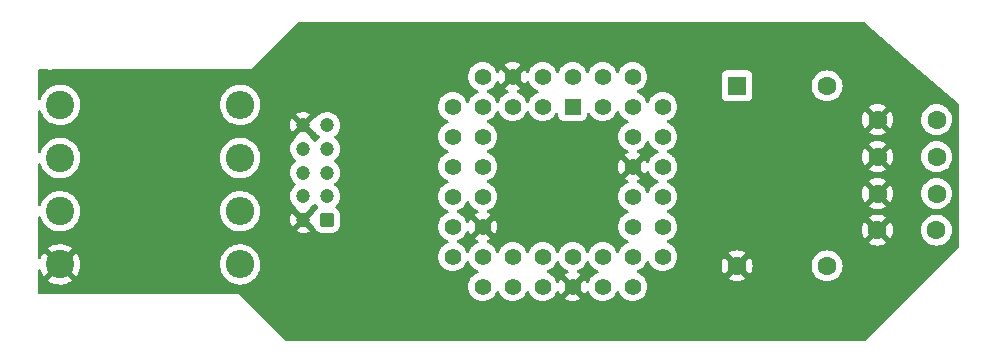
<source format=gbr>
%TF.GenerationSoftware,KiCad,Pcbnew,(6.0.7)*%
%TF.CreationDate,2023-04-25T18:25:47-06:00*%
%TF.ProjectId,altera_programmer,616c7465-7261-45f7-9072-6f6772616d6d,rev?*%
%TF.SameCoordinates,Original*%
%TF.FileFunction,Copper,L2,Bot*%
%TF.FilePolarity,Positive*%
%FSLAX46Y46*%
G04 Gerber Fmt 4.6, Leading zero omitted, Abs format (unit mm)*
G04 Created by KiCad (PCBNEW (6.0.7)) date 2023-04-25 18:25:47*
%MOMM*%
%LPD*%
G01*
G04 APERTURE LIST*
G04 Aperture macros list*
%AMRoundRect*
0 Rectangle with rounded corners*
0 $1 Rounding radius*
0 $2 $3 $4 $5 $6 $7 $8 $9 X,Y pos of 4 corners*
0 Add a 4 corners polygon primitive as box body*
4,1,4,$2,$3,$4,$5,$6,$7,$8,$9,$2,$3,0*
0 Add four circle primitives for the rounded corners*
1,1,$1+$1,$2,$3*
1,1,$1+$1,$4,$5*
1,1,$1+$1,$6,$7*
1,1,$1+$1,$8,$9*
0 Add four rect primitives between the rounded corners*
20,1,$1+$1,$2,$3,$4,$5,0*
20,1,$1+$1,$4,$5,$6,$7,0*
20,1,$1+$1,$6,$7,$8,$9,0*
20,1,$1+$1,$8,$9,$2,$3,0*%
G04 Aperture macros list end*
%TA.AperFunction,ComponentPad*%
%ADD10C,2.400000*%
%TD*%
%TA.AperFunction,ComponentPad*%
%ADD11O,2.400000X2.400000*%
%TD*%
%TA.AperFunction,ComponentPad*%
%ADD12C,1.600000*%
%TD*%
%TA.AperFunction,ComponentPad*%
%ADD13RoundRect,0.250000X0.350000X0.350000X-0.350000X0.350000X-0.350000X-0.350000X0.350000X-0.350000X0*%
%TD*%
%TA.AperFunction,ComponentPad*%
%ADD14C,1.200000*%
%TD*%
%TA.AperFunction,ComponentPad*%
%ADD15R,1.600000X1.600000*%
%TD*%
%TA.AperFunction,ComponentPad*%
%ADD16R,1.422400X1.422400*%
%TD*%
%TA.AperFunction,ComponentPad*%
%ADD17C,1.422400*%
%TD*%
G04 APERTURE END LIST*
D10*
%TO.P,R4,1*%
%TO.N,VCC*%
X107880000Y-79000000D03*
D11*
%TO.P,R4,2*%
%TO.N,/TDI*%
X123120000Y-79000000D03*
%TD*%
D12*
%TO.P,C4,1*%
%TO.N,VCC*%
X182088618Y-80250000D03*
%TO.P,C4,2*%
%TO.N,GND*%
X177088618Y-80250000D03*
%TD*%
%TO.P,C1,1*%
%TO.N,VCC*%
X182079113Y-89595891D03*
%TO.P,C1,2*%
%TO.N,GND*%
X177079113Y-89595891D03*
%TD*%
D10*
%TO.P,R3,1*%
%TO.N,VCC*%
X107880000Y-83500000D03*
D11*
%TO.P,R3,2*%
%TO.N,/TMS*%
X123120000Y-83500000D03*
%TD*%
D12*
%TO.P,C2,1*%
%TO.N,VCC*%
X182088618Y-86500000D03*
%TO.P,C2,2*%
%TO.N,GND*%
X177088618Y-86500000D03*
%TD*%
D13*
%TO.P,J1,1,Pin_1*%
%TO.N,/TCK*%
X130461545Y-88722877D03*
D14*
%TO.P,J1,2,Pin_2*%
%TO.N,/TDO*%
X130461545Y-86722877D03*
%TO.P,J1,3,Pin_3*%
%TO.N,/TMS*%
X130461545Y-84722877D03*
%TO.P,J1,4,Pin_4*%
%TO.N,unconnected-(J1-Pad4)*%
X130461545Y-82722877D03*
%TO.P,J1,5,Pin_5*%
%TO.N,/TDI*%
X130461545Y-80722877D03*
%TO.P,J1,6,Pin_6*%
%TO.N,GND*%
X128461545Y-80722877D03*
%TO.P,J1,7,Pin_7*%
%TO.N,VCC*%
X128461545Y-82722877D03*
%TO.P,J1,8,Pin_8*%
X128461545Y-84722877D03*
%TO.P,J1,9,Pin_9*%
X128461545Y-86722877D03*
%TO.P,J1,10,Pin_10*%
%TO.N,GND*%
X128461545Y-88722877D03*
%TD*%
D10*
%TO.P,R2,1*%
%TO.N,VCC*%
X107880000Y-88000000D03*
D11*
%TO.P,R2,2*%
%TO.N,/TDO*%
X123120000Y-88000000D03*
%TD*%
D12*
%TO.P,C3,1*%
%TO.N,VCC*%
X182092638Y-83388143D03*
%TO.P,C3,2*%
%TO.N,GND*%
X177092638Y-83388143D03*
%TD*%
D15*
%TO.P,Y1,1,1*%
%TO.N,unconnected-(Y1-Pad1)*%
X165190000Y-77380000D03*
D12*
%TO.P,Y1,2,2*%
%TO.N,GND*%
X165190000Y-92620000D03*
%TO.P,Y1,3,3*%
%TO.N,Net-(U1-Pad37)*%
X172810000Y-77380000D03*
%TO.P,Y1,4,4*%
%TO.N,VCC*%
X172810000Y-92620000D03*
%TD*%
D16*
%TO.P,U1,1,IO1(TDI)*%
%TO.N,/TDI*%
X151270000Y-79150000D03*
D17*
%TO.P,U1,2,IO2*%
%TO.N,unconnected-(U1-Pad2)*%
X148730000Y-76610000D03*
%TO.P,U1,3,IO3*%
%TO.N,unconnected-(U1-Pad3)*%
X148730000Y-79150000D03*
%TO.P,U1,4,GND*%
%TO.N,GND*%
X146190000Y-76610000D03*
%TO.P,U1,5,IO4*%
%TO.N,unconnected-(U1-Pad5)*%
X146190000Y-79150000D03*
%TO.P,U1,6,IO5*%
%TO.N,unconnected-(U1-Pad6)*%
X143650000Y-76610000D03*
%TO.P,U1,7,IO6(TMS)*%
%TO.N,/TMS*%
X141110000Y-79150000D03*
%TO.P,U1,8,IO7*%
%TO.N,unconnected-(U1-Pad8)*%
X143650000Y-79150000D03*
%TO.P,U1,9,VCC*%
%TO.N,VCC*%
X141110000Y-81690000D03*
%TO.P,U1,10,IO8*%
%TO.N,unconnected-(U1-Pad10)*%
X143650000Y-81690000D03*
%TO.P,U1,11,IO9*%
%TO.N,unconnected-(U1-Pad11)*%
X141110000Y-84230000D03*
%TO.P,U1,12,IO10*%
%TO.N,unconnected-(U1-Pad12)*%
X143650000Y-84230000D03*
%TO.P,U1,13,IO11*%
%TO.N,unconnected-(U1-Pad13)*%
X141110000Y-86770000D03*
%TO.P,U1,14,IO12*%
%TO.N,unconnected-(U1-Pad14)*%
X143650000Y-86770000D03*
%TO.P,U1,15,IO13*%
%TO.N,unconnected-(U1-Pad15)*%
X141110000Y-89310000D03*
%TO.P,U1,16,GND*%
%TO.N,GND*%
X143650000Y-89310000D03*
%TO.P,U1,17,VCC*%
%TO.N,VCC*%
X141110000Y-91850000D03*
%TO.P,U1,18,IO14*%
%TO.N,unconnected-(U1-Pad18)*%
X143650000Y-94390000D03*
%TO.P,U1,19,IO15*%
%TO.N,unconnected-(U1-Pad19)*%
X143650000Y-91850000D03*
%TO.P,U1,20,IO16*%
%TO.N,unconnected-(U1-Pad20)*%
X146190000Y-94390000D03*
%TO.P,U1,21,IO17*%
%TO.N,unconnected-(U1-Pad21)*%
X146190000Y-91850000D03*
%TO.P,U1,22,IO18*%
%TO.N,unconnected-(U1-Pad22)*%
X148730000Y-94390000D03*
%TO.P,U1,23,IO19*%
%TO.N,unconnected-(U1-Pad23)*%
X148730000Y-91850000D03*
%TO.P,U1,24,GND*%
%TO.N,GND*%
X151270000Y-94390000D03*
%TO.P,U1,25,IO20*%
%TO.N,unconnected-(U1-Pad25)*%
X151270000Y-91850000D03*
%TO.P,U1,26,IO21(TCK)*%
%TO.N,/TCK*%
X153810000Y-94390000D03*
%TO.P,U1,27,IO22*%
%TO.N,unconnected-(U1-Pad27)*%
X153810000Y-91850000D03*
%TO.P,U1,28,IO23*%
%TO.N,unconnected-(U1-Pad28)*%
X156350000Y-94390000D03*
%TO.P,U1,29,VCC*%
%TO.N,VCC*%
X158890000Y-91850000D03*
%TO.P,U1,30,IO24*%
%TO.N,unconnected-(U1-Pad30)*%
X156350000Y-91850000D03*
%TO.P,U1,31,IO25*%
%TO.N,unconnected-(U1-Pad31)*%
X158890000Y-89310000D03*
%TO.P,U1,32,IO26(TDO)*%
%TO.N,/TDO*%
X156350000Y-89310000D03*
%TO.P,U1,33,IO27*%
%TO.N,unconnected-(U1-Pad33)*%
X158890000Y-86770000D03*
%TO.P,U1,34,IO28*%
%TO.N,unconnected-(U1-Pad34)*%
X156350000Y-86770000D03*
%TO.P,U1,35,IO29*%
%TO.N,unconnected-(U1-Pad35)*%
X158890000Y-84230000D03*
%TO.P,U1,36,GND*%
%TO.N,GND*%
X156350000Y-84230000D03*
%TO.P,U1,37,IN1(GCLK1)*%
%TO.N,Net-(U1-Pad37)*%
X158890000Y-81690000D03*
%TO.P,U1,38,IN2(OE1)*%
%TO.N,unconnected-(U1-Pad38)*%
X156350000Y-81690000D03*
%TO.P,U1,39,IN3(GCLRn)*%
%TO.N,unconnected-(U1-Pad39)*%
X158890000Y-79150000D03*
%TO.P,U1,40,IN4(OE/GCLK2)*%
%TO.N,unconnected-(U1-Pad40)*%
X156350000Y-76610000D03*
%TO.P,U1,41,VCC*%
%TO.N,VCC*%
X156350000Y-79150000D03*
%TO.P,U1,42,IO30*%
%TO.N,unconnected-(U1-Pad42)*%
X153810000Y-76610000D03*
%TO.P,U1,43,IO31*%
%TO.N,unconnected-(U1-Pad43)*%
X153810000Y-79150000D03*
%TO.P,U1,44,IO32*%
%TO.N,unconnected-(U1-Pad44)*%
X151270000Y-76610000D03*
%TD*%
D10*
%TO.P,R1,1*%
%TO.N,GND*%
X107880000Y-92500000D03*
D11*
%TO.P,R1,2*%
%TO.N,/TCK*%
X123120000Y-92500000D03*
%TD*%
%TA.AperFunction,Conductor*%
%TO.N,GND*%
G36*
X176020778Y-72020002D02*
G01*
X176035626Y-72031173D01*
X179430490Y-75001679D01*
X183956972Y-78962351D01*
X183995066Y-79022262D01*
X184000000Y-79057176D01*
X184000000Y-90947810D01*
X183979998Y-91015931D01*
X183963095Y-91036905D01*
X176036905Y-98963095D01*
X175974593Y-98997121D01*
X175947810Y-99000000D01*
X127052190Y-99000000D01*
X126984069Y-98979998D01*
X126963095Y-98963095D01*
X123000000Y-95000000D01*
X107257362Y-95000000D01*
X107250768Y-94999827D01*
X107003301Y-94986858D01*
X107000000Y-94986685D01*
X106996699Y-94986858D01*
X106749232Y-94999827D01*
X106742638Y-95000000D01*
X106126000Y-95000000D01*
X106057879Y-94979998D01*
X106011386Y-94926342D01*
X106000000Y-94874000D01*
X106000000Y-93873359D01*
X106871386Y-93873359D01*
X106880099Y-93884879D01*
X106968586Y-93949760D01*
X106976505Y-93954708D01*
X107192877Y-94068547D01*
X107201451Y-94072275D01*
X107432282Y-94152885D01*
X107441291Y-94155299D01*
X107681518Y-94200908D01*
X107690775Y-94201962D01*
X107935107Y-94211563D01*
X107944420Y-94211237D01*
X108187478Y-94184618D01*
X108196655Y-94182917D01*
X108433107Y-94120665D01*
X108441926Y-94117628D01*
X108666584Y-94021107D01*
X108674856Y-94016800D01*
X108882777Y-93888135D01*
X108884620Y-93886796D01*
X108892038Y-93875541D01*
X108885974Y-93865184D01*
X107892812Y-92872022D01*
X107878868Y-92864408D01*
X107877035Y-92864539D01*
X107870420Y-92868790D01*
X106878044Y-93861166D01*
X106871386Y-93873359D01*
X106000000Y-93873359D01*
X106000000Y-93042313D01*
X106020002Y-92974192D01*
X106073658Y-92927699D01*
X106143932Y-92917595D01*
X106208512Y-92947089D01*
X106244588Y-92999736D01*
X106313706Y-93192246D01*
X106317505Y-93200778D01*
X106433234Y-93416160D01*
X106438245Y-93424027D01*
X106495173Y-93500263D01*
X106506431Y-93508712D01*
X106518850Y-93501940D01*
X107507978Y-92512812D01*
X107514356Y-92501132D01*
X108244408Y-92501132D01*
X108244539Y-92502965D01*
X108248790Y-92509580D01*
X109243732Y-93504522D01*
X109256112Y-93511282D01*
X109264453Y-93505038D01*
X109382700Y-93321202D01*
X109387147Y-93313011D01*
X109487572Y-93090076D01*
X109490767Y-93081298D01*
X109557135Y-92845973D01*
X109558993Y-92836844D01*
X109590044Y-92592770D01*
X109590525Y-92586483D01*
X109592706Y-92503160D01*
X109592555Y-92496851D01*
X109589456Y-92455151D01*
X121407296Y-92455151D01*
X121407520Y-92459817D01*
X121407520Y-92459822D01*
X121410066Y-92512812D01*
X121419480Y-92708798D01*
X121420393Y-92713386D01*
X121458939Y-92907169D01*
X121469021Y-92957857D01*
X121470600Y-92962255D01*
X121470602Y-92962262D01*
X121530916Y-93130250D01*
X121554831Y-93196858D01*
X121557048Y-93200984D01*
X121672666Y-93416160D01*
X121675025Y-93420551D01*
X121677820Y-93424294D01*
X121677822Y-93424297D01*
X121824171Y-93620282D01*
X121824176Y-93620288D01*
X121826963Y-93624020D01*
X121830272Y-93627300D01*
X121830277Y-93627306D01*
X121982112Y-93777821D01*
X122007307Y-93802797D01*
X122011069Y-93805555D01*
X122011072Y-93805558D01*
X122158999Y-93914022D01*
X122212094Y-93952953D01*
X122216229Y-93955129D01*
X122216233Y-93955131D01*
X122291071Y-93994505D01*
X122436827Y-94071191D01*
X122569803Y-94117628D01*
X122670764Y-94152885D01*
X122676568Y-94154912D01*
X122926050Y-94202278D01*
X123046532Y-94207011D01*
X123175125Y-94212064D01*
X123175130Y-94212064D01*
X123179793Y-94212247D01*
X123270821Y-94202278D01*
X123427569Y-94185112D01*
X123427575Y-94185111D01*
X123432222Y-94184602D01*
X123459608Y-94177392D01*
X123673273Y-94121138D01*
X123677793Y-94119948D01*
X123853849Y-94044309D01*
X123906807Y-94021557D01*
X123906810Y-94021555D01*
X123911110Y-94019708D01*
X123915090Y-94017245D01*
X123915094Y-94017243D01*
X124123064Y-93888547D01*
X124123066Y-93888545D01*
X124127047Y-93886082D01*
X124163484Y-93855236D01*
X124317289Y-93725031D01*
X124317291Y-93725029D01*
X124320862Y-93722006D01*
X124488295Y-93531084D01*
X124502686Y-93508712D01*
X124614371Y-93335077D01*
X124625669Y-93317512D01*
X124729967Y-93085980D01*
X124731288Y-93081298D01*
X124769138Y-92947089D01*
X124798896Y-92841575D01*
X124816382Y-92704126D01*
X124830545Y-92592798D01*
X124830545Y-92592792D01*
X124830943Y-92589667D01*
X124831027Y-92586483D01*
X124832264Y-92539233D01*
X124833291Y-92500000D01*
X124832339Y-92487188D01*
X124814818Y-92251411D01*
X124814817Y-92251407D01*
X124814472Y-92246759D01*
X124797275Y-92170757D01*
X124759459Y-92003639D01*
X124758428Y-91999082D01*
X124756735Y-91994728D01*
X124700453Y-91850000D01*
X139885641Y-91850000D01*
X139904242Y-92062608D01*
X139905666Y-92067921D01*
X139905666Y-92067923D01*
X139954832Y-92251411D01*
X139959479Y-92268755D01*
X139961801Y-92273736D01*
X139961802Y-92273737D01*
X140047348Y-92457192D01*
X140047351Y-92457197D01*
X140049674Y-92462179D01*
X140052830Y-92466686D01*
X140052831Y-92466688D01*
X140159389Y-92618868D01*
X140172087Y-92637003D01*
X140322997Y-92787913D01*
X140497820Y-92910326D01*
X140502802Y-92912649D01*
X140502807Y-92912652D01*
X140686257Y-92998195D01*
X140691245Y-93000521D01*
X140696553Y-93001943D01*
X140696555Y-93001944D01*
X140892077Y-93054334D01*
X140892079Y-93054334D01*
X140897392Y-93055758D01*
X141110000Y-93074359D01*
X141322608Y-93055758D01*
X141327921Y-93054334D01*
X141327923Y-93054334D01*
X141523445Y-93001944D01*
X141523447Y-93001943D01*
X141528755Y-93000521D01*
X141533743Y-92998195D01*
X141717193Y-92912652D01*
X141717198Y-92912649D01*
X141722180Y-92910326D01*
X141897003Y-92787913D01*
X142047913Y-92637003D01*
X142060612Y-92618868D01*
X142167169Y-92466688D01*
X142167170Y-92466686D01*
X142170326Y-92462179D01*
X142172649Y-92457197D01*
X142172652Y-92457192D01*
X142258195Y-92273744D01*
X142258198Y-92273737D01*
X142260521Y-92268755D01*
X142261742Y-92264197D01*
X142303692Y-92207222D01*
X142370014Y-92181883D01*
X142439505Y-92196423D01*
X142490105Y-92246225D01*
X142498180Y-92263907D01*
X142499479Y-92268755D01*
X142501802Y-92273737D01*
X142501805Y-92273744D01*
X142587348Y-92457192D01*
X142587351Y-92457197D01*
X142589674Y-92462179D01*
X142592830Y-92466686D01*
X142592831Y-92466688D01*
X142699389Y-92618868D01*
X142712087Y-92637003D01*
X142862997Y-92787913D01*
X143037820Y-92910326D01*
X143042802Y-92912649D01*
X143042807Y-92912652D01*
X143226256Y-92998195D01*
X143226260Y-92998196D01*
X143231245Y-93000521D01*
X143235803Y-93001742D01*
X143292778Y-93043692D01*
X143318117Y-93110014D01*
X143303577Y-93179505D01*
X143253775Y-93230105D01*
X143236093Y-93238180D01*
X143231245Y-93239479D01*
X143226260Y-93241804D01*
X143226256Y-93241805D01*
X143042808Y-93327348D01*
X143042803Y-93327351D01*
X143037821Y-93329674D01*
X143033314Y-93332830D01*
X143033312Y-93332831D01*
X142867508Y-93448928D01*
X142867505Y-93448930D01*
X142862997Y-93452087D01*
X142712087Y-93602997D01*
X142708930Y-93607505D01*
X142708928Y-93607508D01*
X142602258Y-93759849D01*
X142589674Y-93777821D01*
X142587351Y-93782803D01*
X142587348Y-93782808D01*
X142509298Y-93950188D01*
X142499479Y-93971245D01*
X142498057Y-93976553D01*
X142498056Y-93976555D01*
X142450162Y-94155299D01*
X142444242Y-94177392D01*
X142425641Y-94390000D01*
X142444242Y-94602608D01*
X142445666Y-94607921D01*
X142445666Y-94607923D01*
X142482795Y-94746488D01*
X142499479Y-94808755D01*
X142501801Y-94813736D01*
X142501802Y-94813737D01*
X142587348Y-94997192D01*
X142587351Y-94997197D01*
X142589674Y-95002179D01*
X142592830Y-95006686D01*
X142592831Y-95006688D01*
X142632583Y-95063459D01*
X142712087Y-95177003D01*
X142862997Y-95327913D01*
X143037820Y-95450326D01*
X143042802Y-95452649D01*
X143042807Y-95452652D01*
X143226263Y-95538198D01*
X143231245Y-95540521D01*
X143236553Y-95541943D01*
X143236555Y-95541944D01*
X143432077Y-95594334D01*
X143432079Y-95594334D01*
X143437392Y-95595758D01*
X143650000Y-95614359D01*
X143862608Y-95595758D01*
X143867921Y-95594334D01*
X143867923Y-95594334D01*
X144063445Y-95541944D01*
X144063447Y-95541943D01*
X144068755Y-95540521D01*
X144073737Y-95538198D01*
X144257193Y-95452652D01*
X144257198Y-95452649D01*
X144262180Y-95450326D01*
X144437003Y-95327913D01*
X144587913Y-95177003D01*
X144667418Y-95063459D01*
X144707169Y-95006688D01*
X144707170Y-95006686D01*
X144710326Y-95002179D01*
X144712649Y-94997197D01*
X144712652Y-94997192D01*
X144798195Y-94813744D01*
X144798198Y-94813737D01*
X144800521Y-94808755D01*
X144801742Y-94804197D01*
X144843692Y-94747222D01*
X144910014Y-94721883D01*
X144979505Y-94736423D01*
X145030105Y-94786225D01*
X145038180Y-94803907D01*
X145039479Y-94808755D01*
X145041802Y-94813737D01*
X145041805Y-94813744D01*
X145127348Y-94997192D01*
X145127351Y-94997197D01*
X145129674Y-95002179D01*
X145132830Y-95006686D01*
X145132831Y-95006688D01*
X145172583Y-95063459D01*
X145252087Y-95177003D01*
X145402997Y-95327913D01*
X145577820Y-95450326D01*
X145582802Y-95452649D01*
X145582807Y-95452652D01*
X145766263Y-95538198D01*
X145771245Y-95540521D01*
X145776553Y-95541943D01*
X145776555Y-95541944D01*
X145972077Y-95594334D01*
X145972079Y-95594334D01*
X145977392Y-95595758D01*
X146190000Y-95614359D01*
X146402608Y-95595758D01*
X146407921Y-95594334D01*
X146407923Y-95594334D01*
X146603445Y-95541944D01*
X146603447Y-95541943D01*
X146608755Y-95540521D01*
X146613737Y-95538198D01*
X146797193Y-95452652D01*
X146797198Y-95452649D01*
X146802180Y-95450326D01*
X146977003Y-95327913D01*
X147127913Y-95177003D01*
X147207418Y-95063459D01*
X147247169Y-95006688D01*
X147247170Y-95006686D01*
X147250326Y-95002179D01*
X147252649Y-94997197D01*
X147252652Y-94997192D01*
X147338195Y-94813744D01*
X147338198Y-94813737D01*
X147340521Y-94808755D01*
X147341742Y-94804197D01*
X147383692Y-94747222D01*
X147450014Y-94721883D01*
X147519505Y-94736423D01*
X147570105Y-94786225D01*
X147578180Y-94803907D01*
X147579479Y-94808755D01*
X147581802Y-94813737D01*
X147581805Y-94813744D01*
X147667348Y-94997192D01*
X147667351Y-94997197D01*
X147669674Y-95002179D01*
X147672830Y-95006686D01*
X147672831Y-95006688D01*
X147712583Y-95063459D01*
X147792087Y-95177003D01*
X147942997Y-95327913D01*
X148117820Y-95450326D01*
X148122802Y-95452649D01*
X148122807Y-95452652D01*
X148306263Y-95538198D01*
X148311245Y-95540521D01*
X148316553Y-95541943D01*
X148316555Y-95541944D01*
X148512077Y-95594334D01*
X148512079Y-95594334D01*
X148517392Y-95595758D01*
X148730000Y-95614359D01*
X148942608Y-95595758D01*
X148947921Y-95594334D01*
X148947923Y-95594334D01*
X149143445Y-95541944D01*
X149143447Y-95541943D01*
X149148755Y-95540521D01*
X149153737Y-95538198D01*
X149337193Y-95452652D01*
X149337198Y-95452649D01*
X149342180Y-95450326D01*
X149396484Y-95412302D01*
X150612252Y-95412302D01*
X150621548Y-95424317D01*
X150653566Y-95446737D01*
X150663056Y-95452215D01*
X150846431Y-95537724D01*
X150856727Y-95541472D01*
X151052168Y-95593841D01*
X151062957Y-95595743D01*
X151264525Y-95613378D01*
X151275475Y-95613378D01*
X151477043Y-95595743D01*
X151487832Y-95593841D01*
X151683273Y-95541472D01*
X151693569Y-95537724D01*
X151876944Y-95452215D01*
X151886434Y-95446737D01*
X151919291Y-95423730D01*
X151927665Y-95413254D01*
X151920596Y-95399806D01*
X151282812Y-94762022D01*
X151268868Y-94754408D01*
X151267035Y-94754539D01*
X151260420Y-94758790D01*
X150618682Y-95400528D01*
X150612252Y-95412302D01*
X149396484Y-95412302D01*
X149517003Y-95327913D01*
X149667913Y-95177003D01*
X149747418Y-95063459D01*
X149787169Y-95006688D01*
X149787170Y-95006686D01*
X149790326Y-95002179D01*
X149792649Y-94997197D01*
X149792652Y-94997192D01*
X149878198Y-94813737D01*
X149878199Y-94813736D01*
X149880521Y-94808755D01*
X149881898Y-94803615D01*
X149923961Y-94746488D01*
X149990282Y-94721150D01*
X150059774Y-94735691D01*
X150110372Y-94785494D01*
X150118667Y-94803657D01*
X150122273Y-94813563D01*
X150207783Y-94996941D01*
X150213266Y-95006436D01*
X150236269Y-95039288D01*
X150246748Y-95047664D01*
X150260194Y-95040596D01*
X150897978Y-94402812D01*
X150905592Y-94388868D01*
X150905461Y-94387035D01*
X150901210Y-94380420D01*
X150259473Y-93738683D01*
X150247698Y-93732253D01*
X150235683Y-93741549D01*
X150213266Y-93773564D01*
X150207783Y-93783059D01*
X150122273Y-93966437D01*
X150118667Y-93976343D01*
X150076572Y-94033513D01*
X150010250Y-94058850D01*
X149940759Y-94044308D01*
X149890161Y-93994505D01*
X149881916Y-93976449D01*
X149880521Y-93971245D01*
X149870702Y-93950188D01*
X149792652Y-93782808D01*
X149792649Y-93782803D01*
X149790326Y-93777821D01*
X149777742Y-93759849D01*
X149671072Y-93607508D01*
X149671070Y-93607505D01*
X149667913Y-93602997D01*
X149517003Y-93452087D01*
X149476930Y-93424027D01*
X149440066Y-93398215D01*
X149342180Y-93329674D01*
X149337198Y-93327351D01*
X149337193Y-93327348D01*
X149153744Y-93241805D01*
X149153740Y-93241804D01*
X149148755Y-93239479D01*
X149144197Y-93238258D01*
X149087222Y-93196308D01*
X149061883Y-93129986D01*
X149076423Y-93060495D01*
X149126225Y-93009895D01*
X149143907Y-93001820D01*
X149148755Y-93000521D01*
X149153740Y-92998196D01*
X149153744Y-92998195D01*
X149337193Y-92912652D01*
X149337198Y-92912649D01*
X149342180Y-92910326D01*
X149517003Y-92787913D01*
X149667913Y-92637003D01*
X149680612Y-92618868D01*
X149787169Y-92466688D01*
X149787170Y-92466686D01*
X149790326Y-92462179D01*
X149792649Y-92457197D01*
X149792652Y-92457192D01*
X149878195Y-92273744D01*
X149878198Y-92273737D01*
X149880521Y-92268755D01*
X149881742Y-92264197D01*
X149923692Y-92207222D01*
X149990014Y-92181883D01*
X150059505Y-92196423D01*
X150110105Y-92246225D01*
X150118180Y-92263907D01*
X150119479Y-92268755D01*
X150121802Y-92273737D01*
X150121805Y-92273744D01*
X150207348Y-92457192D01*
X150207351Y-92457197D01*
X150209674Y-92462179D01*
X150212830Y-92466686D01*
X150212831Y-92466688D01*
X150319389Y-92618868D01*
X150332087Y-92637003D01*
X150482997Y-92787913D01*
X150657820Y-92910326D01*
X150662802Y-92912649D01*
X150662807Y-92912652D01*
X150846257Y-92998195D01*
X150851245Y-93000521D01*
X150856385Y-93001898D01*
X150913512Y-93043961D01*
X150938850Y-93110282D01*
X150924309Y-93179774D01*
X150874506Y-93230372D01*
X150856343Y-93238667D01*
X150846437Y-93242273D01*
X150663059Y-93327783D01*
X150653564Y-93333266D01*
X150620712Y-93356269D01*
X150612336Y-93366748D01*
X150619404Y-93380194D01*
X151257188Y-94017978D01*
X151271132Y-94025592D01*
X151272965Y-94025461D01*
X151279580Y-94021210D01*
X151921318Y-93379472D01*
X151927748Y-93367698D01*
X151918452Y-93355683D01*
X151886434Y-93333263D01*
X151876944Y-93327785D01*
X151693563Y-93242273D01*
X151683657Y-93238667D01*
X151626487Y-93196572D01*
X151601150Y-93130250D01*
X151615692Y-93060759D01*
X151665495Y-93010161D01*
X151683551Y-93001916D01*
X151688755Y-93000521D01*
X151693743Y-92998195D01*
X151877193Y-92912652D01*
X151877198Y-92912649D01*
X151882180Y-92910326D01*
X152057003Y-92787913D01*
X152207913Y-92637003D01*
X152220612Y-92618868D01*
X152327169Y-92466688D01*
X152327170Y-92466686D01*
X152330326Y-92462179D01*
X152332649Y-92457197D01*
X152332652Y-92457192D01*
X152418195Y-92273744D01*
X152418198Y-92273737D01*
X152420521Y-92268755D01*
X152421742Y-92264197D01*
X152463692Y-92207222D01*
X152530014Y-92181883D01*
X152599505Y-92196423D01*
X152650105Y-92246225D01*
X152658180Y-92263907D01*
X152659479Y-92268755D01*
X152661802Y-92273737D01*
X152661805Y-92273744D01*
X152747348Y-92457192D01*
X152747351Y-92457197D01*
X152749674Y-92462179D01*
X152752830Y-92466686D01*
X152752831Y-92466688D01*
X152859389Y-92618868D01*
X152872087Y-92637003D01*
X153022997Y-92787913D01*
X153197820Y-92910326D01*
X153202802Y-92912649D01*
X153202807Y-92912652D01*
X153386256Y-92998195D01*
X153386260Y-92998196D01*
X153391245Y-93000521D01*
X153395803Y-93001742D01*
X153452778Y-93043692D01*
X153478117Y-93110014D01*
X153463577Y-93179505D01*
X153413775Y-93230105D01*
X153396093Y-93238180D01*
X153391245Y-93239479D01*
X153386260Y-93241804D01*
X153386256Y-93241805D01*
X153202808Y-93327348D01*
X153202803Y-93327351D01*
X153197821Y-93329674D01*
X153193314Y-93332830D01*
X153193312Y-93332831D01*
X153027508Y-93448928D01*
X153027505Y-93448930D01*
X153022997Y-93452087D01*
X152872087Y-93602997D01*
X152868930Y-93607505D01*
X152868928Y-93607508D01*
X152762258Y-93759849D01*
X152749674Y-93777821D01*
X152747351Y-93782803D01*
X152747348Y-93782808D01*
X152669298Y-93950188D01*
X152659479Y-93971245D01*
X152658102Y-93976385D01*
X152616039Y-94033512D01*
X152549718Y-94058850D01*
X152480226Y-94044309D01*
X152429628Y-93994506D01*
X152421333Y-93976343D01*
X152417727Y-93966437D01*
X152332217Y-93783059D01*
X152326734Y-93773564D01*
X152303731Y-93740712D01*
X152293252Y-93732336D01*
X152279806Y-93739404D01*
X151642022Y-94377188D01*
X151634408Y-94391132D01*
X151634539Y-94392965D01*
X151638790Y-94399580D01*
X152280527Y-95041317D01*
X152292302Y-95047747D01*
X152304317Y-95038451D01*
X152326734Y-95006436D01*
X152332217Y-94996941D01*
X152417727Y-94813563D01*
X152421333Y-94803657D01*
X152463428Y-94746487D01*
X152529750Y-94721150D01*
X152599241Y-94735692D01*
X152649839Y-94785495D01*
X152658084Y-94803551D01*
X152659479Y-94808755D01*
X152661801Y-94813736D01*
X152661802Y-94813737D01*
X152747348Y-94997192D01*
X152747351Y-94997197D01*
X152749674Y-95002179D01*
X152752830Y-95006686D01*
X152752831Y-95006688D01*
X152792583Y-95063459D01*
X152872087Y-95177003D01*
X153022997Y-95327913D01*
X153197820Y-95450326D01*
X153202802Y-95452649D01*
X153202807Y-95452652D01*
X153386263Y-95538198D01*
X153391245Y-95540521D01*
X153396553Y-95541943D01*
X153396555Y-95541944D01*
X153592077Y-95594334D01*
X153592079Y-95594334D01*
X153597392Y-95595758D01*
X153810000Y-95614359D01*
X154022608Y-95595758D01*
X154027921Y-95594334D01*
X154027923Y-95594334D01*
X154223445Y-95541944D01*
X154223447Y-95541943D01*
X154228755Y-95540521D01*
X154233737Y-95538198D01*
X154417193Y-95452652D01*
X154417198Y-95452649D01*
X154422180Y-95450326D01*
X154597003Y-95327913D01*
X154747913Y-95177003D01*
X154827418Y-95063459D01*
X154867169Y-95006688D01*
X154867170Y-95006686D01*
X154870326Y-95002179D01*
X154872649Y-94997197D01*
X154872652Y-94997192D01*
X154958195Y-94813744D01*
X154958198Y-94813737D01*
X154960521Y-94808755D01*
X154961742Y-94804197D01*
X155003692Y-94747222D01*
X155070014Y-94721883D01*
X155139505Y-94736423D01*
X155190105Y-94786225D01*
X155198180Y-94803907D01*
X155199479Y-94808755D01*
X155201802Y-94813737D01*
X155201805Y-94813744D01*
X155287348Y-94997192D01*
X155287351Y-94997197D01*
X155289674Y-95002179D01*
X155292830Y-95006686D01*
X155292831Y-95006688D01*
X155332583Y-95063459D01*
X155412087Y-95177003D01*
X155562997Y-95327913D01*
X155737820Y-95450326D01*
X155742802Y-95452649D01*
X155742807Y-95452652D01*
X155926263Y-95538198D01*
X155931245Y-95540521D01*
X155936553Y-95541943D01*
X155936555Y-95541944D01*
X156132077Y-95594334D01*
X156132079Y-95594334D01*
X156137392Y-95595758D01*
X156350000Y-95614359D01*
X156562608Y-95595758D01*
X156567921Y-95594334D01*
X156567923Y-95594334D01*
X156763445Y-95541944D01*
X156763447Y-95541943D01*
X156768755Y-95540521D01*
X156773737Y-95538198D01*
X156957193Y-95452652D01*
X156957198Y-95452649D01*
X156962180Y-95450326D01*
X157137003Y-95327913D01*
X157287913Y-95177003D01*
X157367418Y-95063459D01*
X157407169Y-95006688D01*
X157407170Y-95006686D01*
X157410326Y-95002179D01*
X157412649Y-94997197D01*
X157412652Y-94997192D01*
X157498198Y-94813737D01*
X157498199Y-94813736D01*
X157500521Y-94808755D01*
X157517206Y-94746488D01*
X157554334Y-94607923D01*
X157554334Y-94607921D01*
X157555758Y-94602608D01*
X157574359Y-94390000D01*
X157555758Y-94177392D01*
X157549838Y-94155299D01*
X157501944Y-93976555D01*
X157501943Y-93976553D01*
X157500521Y-93971245D01*
X157490702Y-93950188D01*
X157412652Y-93782808D01*
X157412649Y-93782803D01*
X157410326Y-93777821D01*
X157397742Y-93759849D01*
X157360080Y-93706062D01*
X164468493Y-93706062D01*
X164477789Y-93718077D01*
X164528994Y-93753931D01*
X164538489Y-93759414D01*
X164735947Y-93851490D01*
X164746239Y-93855236D01*
X164956688Y-93911625D01*
X164967481Y-93913528D01*
X165184525Y-93932517D01*
X165195475Y-93932517D01*
X165412519Y-93913528D01*
X165423312Y-93911625D01*
X165633761Y-93855236D01*
X165644053Y-93851490D01*
X165841511Y-93759414D01*
X165851006Y-93753931D01*
X165903048Y-93717491D01*
X165911424Y-93707012D01*
X165904356Y-93693566D01*
X165202812Y-92992022D01*
X165188868Y-92984408D01*
X165187035Y-92984539D01*
X165180420Y-92988790D01*
X164474923Y-93694287D01*
X164468493Y-93706062D01*
X157360080Y-93706062D01*
X157291072Y-93607508D01*
X157291070Y-93607505D01*
X157287913Y-93602997D01*
X157137003Y-93452087D01*
X157096930Y-93424027D01*
X157060066Y-93398215D01*
X156962180Y-93329674D01*
X156957198Y-93327351D01*
X156957193Y-93327348D01*
X156773744Y-93241805D01*
X156773740Y-93241804D01*
X156768755Y-93239479D01*
X156764197Y-93238258D01*
X156707222Y-93196308D01*
X156681883Y-93129986D01*
X156696423Y-93060495D01*
X156746225Y-93009895D01*
X156763907Y-93001820D01*
X156768755Y-93000521D01*
X156773740Y-92998196D01*
X156773744Y-92998195D01*
X156957193Y-92912652D01*
X156957198Y-92912649D01*
X156962180Y-92910326D01*
X157137003Y-92787913D01*
X157287913Y-92637003D01*
X157300612Y-92618868D01*
X157407169Y-92466688D01*
X157407170Y-92466686D01*
X157410326Y-92462179D01*
X157412649Y-92457197D01*
X157412652Y-92457192D01*
X157498195Y-92273744D01*
X157498198Y-92273737D01*
X157500521Y-92268755D01*
X157501742Y-92264197D01*
X157543692Y-92207222D01*
X157610014Y-92181883D01*
X157679505Y-92196423D01*
X157730105Y-92246225D01*
X157738180Y-92263907D01*
X157739479Y-92268755D01*
X157741802Y-92273737D01*
X157741805Y-92273744D01*
X157827348Y-92457192D01*
X157827351Y-92457197D01*
X157829674Y-92462179D01*
X157832830Y-92466686D01*
X157832831Y-92466688D01*
X157939389Y-92618868D01*
X157952087Y-92637003D01*
X158102997Y-92787913D01*
X158277820Y-92910326D01*
X158282802Y-92912649D01*
X158282807Y-92912652D01*
X158466257Y-92998195D01*
X158471245Y-93000521D01*
X158476553Y-93001943D01*
X158476555Y-93001944D01*
X158672077Y-93054334D01*
X158672079Y-93054334D01*
X158677392Y-93055758D01*
X158890000Y-93074359D01*
X159102608Y-93055758D01*
X159107921Y-93054334D01*
X159107923Y-93054334D01*
X159303445Y-93001944D01*
X159303447Y-93001943D01*
X159308755Y-93000521D01*
X159313743Y-92998195D01*
X159497193Y-92912652D01*
X159497198Y-92912649D01*
X159502180Y-92910326D01*
X159677003Y-92787913D01*
X159827913Y-92637003D01*
X159835985Y-92625475D01*
X163877483Y-92625475D01*
X163896472Y-92842519D01*
X163898375Y-92853312D01*
X163954764Y-93063761D01*
X163958510Y-93074053D01*
X164050586Y-93271511D01*
X164056069Y-93281006D01*
X164092509Y-93333048D01*
X164102988Y-93341424D01*
X164116434Y-93334356D01*
X164817978Y-92632812D01*
X164824356Y-92621132D01*
X165554408Y-92621132D01*
X165554539Y-92622965D01*
X165558790Y-92629580D01*
X166264287Y-93335077D01*
X166276062Y-93341507D01*
X166288077Y-93332211D01*
X166323931Y-93281006D01*
X166329414Y-93271511D01*
X166421490Y-93074053D01*
X166425236Y-93063761D01*
X166481625Y-92853312D01*
X166483528Y-92842519D01*
X166502517Y-92625475D01*
X166502517Y-92620000D01*
X171496502Y-92620000D01*
X171516457Y-92848087D01*
X171517881Y-92853400D01*
X171517881Y-92853402D01*
X171568942Y-93043961D01*
X171575716Y-93069243D01*
X171578039Y-93074224D01*
X171578039Y-93074225D01*
X171670151Y-93271762D01*
X171670154Y-93271767D01*
X171672477Y-93276749D01*
X171708213Y-93327785D01*
X171775792Y-93424297D01*
X171803802Y-93464300D01*
X171965700Y-93626198D01*
X171970208Y-93629355D01*
X171970211Y-93629357D01*
X172048389Y-93684098D01*
X172153251Y-93757523D01*
X172158233Y-93759846D01*
X172158238Y-93759849D01*
X172354765Y-93851490D01*
X172360757Y-93854284D01*
X172366065Y-93855706D01*
X172366067Y-93855707D01*
X172576598Y-93912119D01*
X172576600Y-93912119D01*
X172581913Y-93913543D01*
X172810000Y-93933498D01*
X173038087Y-93913543D01*
X173043400Y-93912119D01*
X173043402Y-93912119D01*
X173253933Y-93855707D01*
X173253935Y-93855706D01*
X173259243Y-93854284D01*
X173265235Y-93851490D01*
X173461762Y-93759849D01*
X173461767Y-93759846D01*
X173466749Y-93757523D01*
X173571611Y-93684098D01*
X173649789Y-93629357D01*
X173649792Y-93629355D01*
X173654300Y-93626198D01*
X173816198Y-93464300D01*
X173844209Y-93424297D01*
X173911787Y-93327785D01*
X173947523Y-93276749D01*
X173949846Y-93271767D01*
X173949849Y-93271762D01*
X174041961Y-93074225D01*
X174041961Y-93074224D01*
X174044284Y-93069243D01*
X174051059Y-93043961D01*
X174102119Y-92853402D01*
X174102119Y-92853400D01*
X174103543Y-92848087D01*
X174123498Y-92620000D01*
X174103543Y-92391913D01*
X174102119Y-92386598D01*
X174045707Y-92176067D01*
X174045706Y-92176065D01*
X174044284Y-92170757D01*
X174041961Y-92165775D01*
X173949849Y-91968238D01*
X173949846Y-91968233D01*
X173947523Y-91963251D01*
X173816198Y-91775700D01*
X173654300Y-91613802D01*
X173649792Y-91610645D01*
X173649789Y-91610643D01*
X173551671Y-91541940D01*
X173466749Y-91482477D01*
X173461767Y-91480154D01*
X173461762Y-91480151D01*
X173264225Y-91388039D01*
X173264224Y-91388039D01*
X173259243Y-91385716D01*
X173253935Y-91384294D01*
X173253933Y-91384293D01*
X173043402Y-91327881D01*
X173043400Y-91327881D01*
X173038087Y-91326457D01*
X172810000Y-91306502D01*
X172581913Y-91326457D01*
X172576600Y-91327881D01*
X172576598Y-91327881D01*
X172366067Y-91384293D01*
X172366065Y-91384294D01*
X172360757Y-91385716D01*
X172355776Y-91388039D01*
X172355775Y-91388039D01*
X172158238Y-91480151D01*
X172158233Y-91480154D01*
X172153251Y-91482477D01*
X172068329Y-91541940D01*
X171970211Y-91610643D01*
X171970208Y-91610645D01*
X171965700Y-91613802D01*
X171803802Y-91775700D01*
X171672477Y-91963251D01*
X171670154Y-91968233D01*
X171670151Y-91968238D01*
X171578039Y-92165775D01*
X171575716Y-92170757D01*
X171574294Y-92176065D01*
X171574293Y-92176067D01*
X171517881Y-92386598D01*
X171516457Y-92391913D01*
X171496502Y-92620000D01*
X166502517Y-92620000D01*
X166502517Y-92614525D01*
X166483528Y-92397481D01*
X166481625Y-92386688D01*
X166425236Y-92176239D01*
X166421490Y-92165947D01*
X166329414Y-91968489D01*
X166323931Y-91958994D01*
X166287491Y-91906952D01*
X166277012Y-91898576D01*
X166263566Y-91905644D01*
X165562022Y-92607188D01*
X165554408Y-92621132D01*
X164824356Y-92621132D01*
X164825592Y-92618868D01*
X164825461Y-92617035D01*
X164821210Y-92610420D01*
X164115713Y-91904923D01*
X164103938Y-91898493D01*
X164091923Y-91907789D01*
X164056069Y-91958994D01*
X164050586Y-91968489D01*
X163958510Y-92165947D01*
X163954764Y-92176239D01*
X163898375Y-92386688D01*
X163896472Y-92397481D01*
X163877483Y-92614525D01*
X163877483Y-92625475D01*
X159835985Y-92625475D01*
X159840612Y-92618868D01*
X159947169Y-92466688D01*
X159947170Y-92466686D01*
X159950326Y-92462179D01*
X159952649Y-92457197D01*
X159952652Y-92457192D01*
X160038198Y-92273737D01*
X160038199Y-92273736D01*
X160040521Y-92268755D01*
X160045169Y-92251411D01*
X160094334Y-92067923D01*
X160094334Y-92067921D01*
X160095758Y-92062608D01*
X160114359Y-91850000D01*
X160095758Y-91637392D01*
X160067783Y-91532988D01*
X164468576Y-91532988D01*
X164475644Y-91546434D01*
X165177188Y-92247978D01*
X165191132Y-92255592D01*
X165192965Y-92255461D01*
X165199580Y-92251210D01*
X165905077Y-91545713D01*
X165911507Y-91533938D01*
X165902211Y-91521923D01*
X165851006Y-91486069D01*
X165841511Y-91480586D01*
X165644053Y-91388510D01*
X165633761Y-91384764D01*
X165423312Y-91328375D01*
X165412519Y-91326472D01*
X165195475Y-91307483D01*
X165184525Y-91307483D01*
X164967481Y-91326472D01*
X164956688Y-91328375D01*
X164746239Y-91384764D01*
X164735947Y-91388510D01*
X164538489Y-91480586D01*
X164528994Y-91486069D01*
X164476952Y-91522509D01*
X164468576Y-91532988D01*
X160067783Y-91532988D01*
X160063798Y-91518117D01*
X160041944Y-91436555D01*
X160041943Y-91436553D01*
X160040521Y-91431245D01*
X160038195Y-91426256D01*
X159952652Y-91242808D01*
X159952649Y-91242803D01*
X159950326Y-91237821D01*
X159899941Y-91165864D01*
X159831072Y-91067508D01*
X159831070Y-91067505D01*
X159827913Y-91062997D01*
X159677003Y-90912087D01*
X159656370Y-90897639D01*
X159565551Y-90834047D01*
X159502180Y-90789674D01*
X159497198Y-90787351D01*
X159497193Y-90787348D01*
X159313744Y-90701805D01*
X159313740Y-90701804D01*
X159308755Y-90699479D01*
X159304197Y-90698258D01*
X159282052Y-90681953D01*
X176357606Y-90681953D01*
X176366902Y-90693968D01*
X176418107Y-90729822D01*
X176427602Y-90735305D01*
X176625060Y-90827381D01*
X176635352Y-90831127D01*
X176845801Y-90887516D01*
X176856594Y-90889419D01*
X177073638Y-90908408D01*
X177084588Y-90908408D01*
X177301632Y-90889419D01*
X177312425Y-90887516D01*
X177522874Y-90831127D01*
X177533166Y-90827381D01*
X177730624Y-90735305D01*
X177740119Y-90729822D01*
X177792161Y-90693382D01*
X177800537Y-90682903D01*
X177793469Y-90669457D01*
X177091925Y-89967913D01*
X177077981Y-89960299D01*
X177076148Y-89960430D01*
X177069533Y-89964681D01*
X176364036Y-90670178D01*
X176357606Y-90681953D01*
X159282052Y-90681953D01*
X159247222Y-90656308D01*
X159221883Y-90589986D01*
X159236423Y-90520495D01*
X159286225Y-90469895D01*
X159303907Y-90461820D01*
X159308755Y-90460521D01*
X159313740Y-90458196D01*
X159313744Y-90458195D01*
X159497193Y-90372652D01*
X159497198Y-90372649D01*
X159502180Y-90370326D01*
X159600066Y-90301785D01*
X159672492Y-90251072D01*
X159672495Y-90251070D01*
X159677003Y-90247913D01*
X159827913Y-90097003D01*
X159922922Y-89961317D01*
X159947169Y-89926688D01*
X159947170Y-89926686D01*
X159950326Y-89922179D01*
X159952649Y-89917197D01*
X159952652Y-89917192D01*
X160038198Y-89733737D01*
X160038199Y-89733736D01*
X160040521Y-89728755D01*
X160044994Y-89712064D01*
X160074655Y-89601366D01*
X175766596Y-89601366D01*
X175785585Y-89818410D01*
X175787488Y-89829203D01*
X175843877Y-90039652D01*
X175847623Y-90049944D01*
X175939699Y-90247402D01*
X175945182Y-90256897D01*
X175981622Y-90308939D01*
X175992101Y-90317315D01*
X176005547Y-90310247D01*
X176707091Y-89608703D01*
X176713469Y-89597023D01*
X177443521Y-89597023D01*
X177443652Y-89598856D01*
X177447903Y-89605471D01*
X178153400Y-90310968D01*
X178165175Y-90317398D01*
X178177190Y-90308102D01*
X178213044Y-90256897D01*
X178218527Y-90247402D01*
X178310603Y-90049944D01*
X178314349Y-90039652D01*
X178370738Y-89829203D01*
X178372641Y-89818410D01*
X178391630Y-89601366D01*
X178391630Y-89595891D01*
X180765615Y-89595891D01*
X180785570Y-89823978D01*
X180786994Y-89829291D01*
X180786994Y-89829293D01*
X180824138Y-89967913D01*
X180844829Y-90045134D01*
X180847152Y-90050115D01*
X180847152Y-90050116D01*
X180939264Y-90247653D01*
X180939267Y-90247658D01*
X180941590Y-90252640D01*
X180944747Y-90257148D01*
X181025624Y-90372652D01*
X181072915Y-90440191D01*
X181234813Y-90602089D01*
X181239321Y-90605246D01*
X181239324Y-90605248D01*
X181297047Y-90645666D01*
X181422364Y-90733414D01*
X181427346Y-90735737D01*
X181427351Y-90735740D01*
X181553321Y-90794480D01*
X181629870Y-90830175D01*
X181635178Y-90831597D01*
X181635180Y-90831598D01*
X181845711Y-90888010D01*
X181845713Y-90888010D01*
X181851026Y-90889434D01*
X182079113Y-90909389D01*
X182307200Y-90889434D01*
X182312513Y-90888010D01*
X182312515Y-90888010D01*
X182523046Y-90831598D01*
X182523048Y-90831597D01*
X182528356Y-90830175D01*
X182604905Y-90794480D01*
X182730875Y-90735740D01*
X182730880Y-90735737D01*
X182735862Y-90733414D01*
X182861179Y-90645666D01*
X182918902Y-90605248D01*
X182918905Y-90605246D01*
X182923413Y-90602089D01*
X183085311Y-90440191D01*
X183132603Y-90372652D01*
X183213479Y-90257148D01*
X183216636Y-90252640D01*
X183218959Y-90247658D01*
X183218962Y-90247653D01*
X183311074Y-90050116D01*
X183311074Y-90050115D01*
X183313397Y-90045134D01*
X183334089Y-89967913D01*
X183371232Y-89829293D01*
X183371232Y-89829291D01*
X183372656Y-89823978D01*
X183392611Y-89595891D01*
X183372656Y-89367804D01*
X183371232Y-89362489D01*
X183314820Y-89151958D01*
X183314819Y-89151956D01*
X183313397Y-89146648D01*
X183303990Y-89126475D01*
X183218962Y-88944129D01*
X183218959Y-88944124D01*
X183216636Y-88939142D01*
X183085311Y-88751591D01*
X182923413Y-88589693D01*
X182918905Y-88586536D01*
X182918902Y-88586534D01*
X182834604Y-88527508D01*
X182735862Y-88458368D01*
X182730880Y-88456045D01*
X182730875Y-88456042D01*
X182533338Y-88363930D01*
X182533337Y-88363930D01*
X182528356Y-88361607D01*
X182523048Y-88360185D01*
X182523046Y-88360184D01*
X182312515Y-88303772D01*
X182312513Y-88303772D01*
X182307200Y-88302348D01*
X182079113Y-88282393D01*
X181851026Y-88302348D01*
X181845713Y-88303772D01*
X181845711Y-88303772D01*
X181635180Y-88360184D01*
X181635178Y-88360185D01*
X181629870Y-88361607D01*
X181624889Y-88363930D01*
X181624888Y-88363930D01*
X181427351Y-88456042D01*
X181427346Y-88456045D01*
X181422364Y-88458368D01*
X181323622Y-88527508D01*
X181239324Y-88586534D01*
X181239321Y-88586536D01*
X181234813Y-88589693D01*
X181072915Y-88751591D01*
X180941590Y-88939142D01*
X180939267Y-88944124D01*
X180939264Y-88944129D01*
X180854236Y-89126475D01*
X180844829Y-89146648D01*
X180843407Y-89151956D01*
X180843406Y-89151958D01*
X180786994Y-89362489D01*
X180785570Y-89367804D01*
X180765615Y-89595891D01*
X178391630Y-89595891D01*
X178391630Y-89590416D01*
X178372641Y-89373372D01*
X178370738Y-89362579D01*
X178314349Y-89152130D01*
X178310603Y-89141838D01*
X178218527Y-88944380D01*
X178213044Y-88934885D01*
X178176604Y-88882843D01*
X178166125Y-88874467D01*
X178152679Y-88881535D01*
X177451135Y-89583079D01*
X177443521Y-89597023D01*
X176713469Y-89597023D01*
X176714705Y-89594759D01*
X176714574Y-89592926D01*
X176710323Y-89586311D01*
X176004826Y-88880814D01*
X175993051Y-88874384D01*
X175981036Y-88883680D01*
X175945182Y-88934885D01*
X175939699Y-88944380D01*
X175847623Y-89141838D01*
X175843877Y-89152130D01*
X175787488Y-89362579D01*
X175785585Y-89373372D01*
X175766596Y-89590416D01*
X175766596Y-89601366D01*
X160074655Y-89601366D01*
X160094334Y-89527923D01*
X160094334Y-89527921D01*
X160095758Y-89522608D01*
X160114359Y-89310000D01*
X160095758Y-89097392D01*
X160060098Y-88964308D01*
X160041944Y-88896555D01*
X160041943Y-88896553D01*
X160040521Y-88891245D01*
X160038195Y-88886256D01*
X159952652Y-88702808D01*
X159952649Y-88702803D01*
X159950326Y-88697821D01*
X159947169Y-88693312D01*
X159831072Y-88527508D01*
X159831070Y-88527505D01*
X159827913Y-88522997D01*
X159813795Y-88508879D01*
X176357689Y-88508879D01*
X176364757Y-88522325D01*
X177066301Y-89223869D01*
X177080245Y-89231483D01*
X177082078Y-89231352D01*
X177088693Y-89227101D01*
X177794190Y-88521604D01*
X177800620Y-88509829D01*
X177791324Y-88497814D01*
X177740119Y-88461960D01*
X177730624Y-88456477D01*
X177533166Y-88364401D01*
X177522874Y-88360655D01*
X177312425Y-88304266D01*
X177301632Y-88302363D01*
X177084588Y-88283374D01*
X177073638Y-88283374D01*
X176856594Y-88302363D01*
X176845801Y-88304266D01*
X176635352Y-88360655D01*
X176625060Y-88364401D01*
X176427602Y-88456477D01*
X176418107Y-88461960D01*
X176366065Y-88498400D01*
X176357689Y-88508879D01*
X159813795Y-88508879D01*
X159677003Y-88372087D01*
X159666027Y-88364401D01*
X159580145Y-88304266D01*
X159502180Y-88249674D01*
X159497198Y-88247351D01*
X159497193Y-88247348D01*
X159313744Y-88161805D01*
X159313740Y-88161804D01*
X159308755Y-88159479D01*
X159304197Y-88158258D01*
X159247222Y-88116308D01*
X159221883Y-88049986D01*
X159236423Y-87980495D01*
X159286225Y-87929895D01*
X159303907Y-87921820D01*
X159308755Y-87920521D01*
X159313740Y-87918196D01*
X159313744Y-87918195D01*
X159497193Y-87832652D01*
X159497198Y-87832649D01*
X159502180Y-87830326D01*
X159614882Y-87751411D01*
X159672492Y-87711072D01*
X159672495Y-87711070D01*
X159677003Y-87707913D01*
X159798854Y-87586062D01*
X176367111Y-87586062D01*
X176376407Y-87598077D01*
X176427612Y-87633931D01*
X176437107Y-87639414D01*
X176634565Y-87731490D01*
X176644857Y-87735236D01*
X176855306Y-87791625D01*
X176866099Y-87793528D01*
X177083143Y-87812517D01*
X177094093Y-87812517D01*
X177311137Y-87793528D01*
X177321930Y-87791625D01*
X177532379Y-87735236D01*
X177542671Y-87731490D01*
X177740129Y-87639414D01*
X177749624Y-87633931D01*
X177801666Y-87597491D01*
X177810042Y-87587012D01*
X177802974Y-87573566D01*
X177101430Y-86872022D01*
X177087486Y-86864408D01*
X177085653Y-86864539D01*
X177079038Y-86868790D01*
X176373541Y-87574287D01*
X176367111Y-87586062D01*
X159798854Y-87586062D01*
X159827913Y-87557003D01*
X159835959Y-87545513D01*
X159947169Y-87386688D01*
X159947170Y-87386686D01*
X159950326Y-87382179D01*
X159952649Y-87377197D01*
X159952652Y-87377192D01*
X160038198Y-87193737D01*
X160038199Y-87193736D01*
X160040521Y-87188755D01*
X160047957Y-87161006D01*
X160094334Y-86987923D01*
X160094334Y-86987921D01*
X160095758Y-86982608D01*
X160114359Y-86770000D01*
X160095758Y-86557392D01*
X160087464Y-86526437D01*
X160081847Y-86505475D01*
X175776101Y-86505475D01*
X175795090Y-86722519D01*
X175796993Y-86733312D01*
X175853382Y-86943761D01*
X175857128Y-86954053D01*
X175949204Y-87151511D01*
X175954687Y-87161006D01*
X175991127Y-87213048D01*
X176001606Y-87221424D01*
X176015052Y-87214356D01*
X176716596Y-86512812D01*
X176722974Y-86501132D01*
X177453026Y-86501132D01*
X177453157Y-86502965D01*
X177457408Y-86509580D01*
X178162905Y-87215077D01*
X178174680Y-87221507D01*
X178186695Y-87212211D01*
X178222549Y-87161006D01*
X178228032Y-87151511D01*
X178320108Y-86954053D01*
X178323854Y-86943761D01*
X178380243Y-86733312D01*
X178382146Y-86722519D01*
X178401135Y-86505475D01*
X178401135Y-86500000D01*
X180775120Y-86500000D01*
X180795075Y-86728087D01*
X180796499Y-86733400D01*
X180796499Y-86733402D01*
X180833643Y-86872022D01*
X180854334Y-86949243D01*
X180856657Y-86954224D01*
X180856657Y-86954225D01*
X180948769Y-87151762D01*
X180948772Y-87151767D01*
X180951095Y-87156749D01*
X180984215Y-87204049D01*
X181071808Y-87329144D01*
X181082420Y-87344300D01*
X181244318Y-87506198D01*
X181248826Y-87509355D01*
X181248829Y-87509357D01*
X181255109Y-87513754D01*
X181431869Y-87637523D01*
X181436851Y-87639846D01*
X181436856Y-87639849D01*
X181589596Y-87711072D01*
X181639375Y-87734284D01*
X181644683Y-87735706D01*
X181644685Y-87735707D01*
X181855216Y-87792119D01*
X181855218Y-87792119D01*
X181860531Y-87793543D01*
X182088618Y-87813498D01*
X182316705Y-87793543D01*
X182322018Y-87792119D01*
X182322020Y-87792119D01*
X182532551Y-87735707D01*
X182532553Y-87735706D01*
X182537861Y-87734284D01*
X182587640Y-87711072D01*
X182740380Y-87639849D01*
X182740385Y-87639846D01*
X182745367Y-87637523D01*
X182922127Y-87513754D01*
X182928407Y-87509357D01*
X182928410Y-87509355D01*
X182932918Y-87506198D01*
X183094816Y-87344300D01*
X183105429Y-87329144D01*
X183193021Y-87204049D01*
X183226141Y-87156749D01*
X183228464Y-87151767D01*
X183228467Y-87151762D01*
X183320579Y-86954225D01*
X183320579Y-86954224D01*
X183322902Y-86949243D01*
X183343594Y-86872022D01*
X183380737Y-86733402D01*
X183380737Y-86733400D01*
X183382161Y-86728087D01*
X183402116Y-86500000D01*
X183382161Y-86271913D01*
X183345599Y-86135461D01*
X183324325Y-86056067D01*
X183324324Y-86056065D01*
X183322902Y-86050757D01*
X183291305Y-85982997D01*
X183228467Y-85848238D01*
X183228464Y-85848233D01*
X183226141Y-85843251D01*
X183132609Y-85709674D01*
X183097975Y-85660211D01*
X183097973Y-85660208D01*
X183094816Y-85655700D01*
X182932918Y-85493802D01*
X182928410Y-85490645D01*
X182928407Y-85490643D01*
X182802538Y-85402509D01*
X182745367Y-85362477D01*
X182740385Y-85360154D01*
X182740380Y-85360151D01*
X182542843Y-85268039D01*
X182542842Y-85268039D01*
X182537861Y-85265716D01*
X182532553Y-85264294D01*
X182532551Y-85264293D01*
X182322020Y-85207881D01*
X182322018Y-85207881D01*
X182316705Y-85206457D01*
X182088618Y-85186502D01*
X181860531Y-85206457D01*
X181855218Y-85207881D01*
X181855216Y-85207881D01*
X181644685Y-85264293D01*
X181644683Y-85264294D01*
X181639375Y-85265716D01*
X181634394Y-85268039D01*
X181634393Y-85268039D01*
X181436856Y-85360151D01*
X181436851Y-85360154D01*
X181431869Y-85362477D01*
X181374698Y-85402509D01*
X181248829Y-85490643D01*
X181248826Y-85490645D01*
X181244318Y-85493802D01*
X181082420Y-85655700D01*
X181079263Y-85660208D01*
X181079261Y-85660211D01*
X181044627Y-85709674D01*
X180951095Y-85843251D01*
X180948772Y-85848233D01*
X180948769Y-85848238D01*
X180885931Y-85982997D01*
X180854334Y-86050757D01*
X180852912Y-86056065D01*
X180852911Y-86056067D01*
X180831637Y-86135461D01*
X180795075Y-86271913D01*
X180775120Y-86500000D01*
X178401135Y-86500000D01*
X178401135Y-86494525D01*
X178382146Y-86277481D01*
X178380243Y-86266688D01*
X178323854Y-86056239D01*
X178320108Y-86045947D01*
X178228032Y-85848489D01*
X178222549Y-85838994D01*
X178186109Y-85786952D01*
X178175630Y-85778576D01*
X178162184Y-85785644D01*
X177460640Y-86487188D01*
X177453026Y-86501132D01*
X176722974Y-86501132D01*
X176724210Y-86498868D01*
X176724079Y-86497035D01*
X176719828Y-86490420D01*
X176014331Y-85784923D01*
X176002556Y-85778493D01*
X175990541Y-85787789D01*
X175954687Y-85838994D01*
X175949204Y-85848489D01*
X175857128Y-86045947D01*
X175853382Y-86056239D01*
X175796993Y-86266688D01*
X175795090Y-86277481D01*
X175776101Y-86494525D01*
X175776101Y-86505475D01*
X160081847Y-86505475D01*
X160041944Y-86356555D01*
X160041943Y-86356553D01*
X160040521Y-86351245D01*
X160033165Y-86335470D01*
X159952652Y-86162808D01*
X159952649Y-86162803D01*
X159950326Y-86157821D01*
X159934761Y-86135592D01*
X159831072Y-85987508D01*
X159831070Y-85987505D01*
X159827913Y-85982997D01*
X159677003Y-85832087D01*
X159668382Y-85826050D01*
X159547098Y-85741126D01*
X159502180Y-85709674D01*
X159497198Y-85707351D01*
X159497193Y-85707348D01*
X159313744Y-85621805D01*
X159313740Y-85621804D01*
X159308755Y-85619479D01*
X159304197Y-85618258D01*
X159247222Y-85576308D01*
X159221883Y-85509986D01*
X159236423Y-85440495D01*
X159263496Y-85412988D01*
X176367194Y-85412988D01*
X176374262Y-85426434D01*
X177075806Y-86127978D01*
X177089750Y-86135592D01*
X177091583Y-86135461D01*
X177098198Y-86131210D01*
X177803695Y-85425713D01*
X177810125Y-85413938D01*
X177800829Y-85401923D01*
X177749624Y-85366069D01*
X177740129Y-85360586D01*
X177542671Y-85268510D01*
X177532379Y-85264764D01*
X177321930Y-85208375D01*
X177311137Y-85206472D01*
X177094093Y-85187483D01*
X177083143Y-85187483D01*
X176866099Y-85206472D01*
X176855306Y-85208375D01*
X176644857Y-85264764D01*
X176634565Y-85268510D01*
X176437107Y-85360586D01*
X176427612Y-85366069D01*
X176375570Y-85402509D01*
X176367194Y-85412988D01*
X159263496Y-85412988D01*
X159286225Y-85389895D01*
X159303907Y-85381820D01*
X159308755Y-85380521D01*
X159313740Y-85378196D01*
X159313744Y-85378195D01*
X159497193Y-85292652D01*
X159497198Y-85292649D01*
X159502180Y-85290326D01*
X159629169Y-85201407D01*
X159672492Y-85171072D01*
X159672495Y-85171070D01*
X159677003Y-85167913D01*
X159827913Y-85017003D01*
X159851891Y-84982760D01*
X159947169Y-84846688D01*
X159947170Y-84846686D01*
X159950326Y-84842179D01*
X159952649Y-84837197D01*
X159952652Y-84837192D01*
X160038198Y-84653737D01*
X160038199Y-84653736D01*
X160040521Y-84648755D01*
X160047321Y-84623379D01*
X160087292Y-84474205D01*
X176371131Y-84474205D01*
X176380427Y-84486220D01*
X176431632Y-84522074D01*
X176441127Y-84527557D01*
X176638585Y-84619633D01*
X176648877Y-84623379D01*
X176859326Y-84679768D01*
X176870119Y-84681671D01*
X177087163Y-84700660D01*
X177098113Y-84700660D01*
X177315157Y-84681671D01*
X177325950Y-84679768D01*
X177536399Y-84623379D01*
X177546691Y-84619633D01*
X177744149Y-84527557D01*
X177753644Y-84522074D01*
X177805686Y-84485634D01*
X177814062Y-84475155D01*
X177806994Y-84461709D01*
X177105450Y-83760165D01*
X177091506Y-83752551D01*
X177089673Y-83752682D01*
X177083058Y-83756933D01*
X176377561Y-84462430D01*
X176371131Y-84474205D01*
X160087292Y-84474205D01*
X160094334Y-84447923D01*
X160094334Y-84447921D01*
X160095758Y-84442608D01*
X160114359Y-84230000D01*
X160095758Y-84017392D01*
X160094334Y-84012077D01*
X160041944Y-83816555D01*
X160041943Y-83816553D01*
X160040521Y-83811245D01*
X160003086Y-83730965D01*
X159952652Y-83622808D01*
X159952649Y-83622803D01*
X159950326Y-83617821D01*
X159932805Y-83592798D01*
X159831072Y-83447508D01*
X159831070Y-83447505D01*
X159827913Y-83442997D01*
X159778534Y-83393618D01*
X175780121Y-83393618D01*
X175799110Y-83610662D01*
X175801013Y-83621455D01*
X175857402Y-83831904D01*
X175861148Y-83842196D01*
X175953224Y-84039654D01*
X175958707Y-84049149D01*
X175995147Y-84101191D01*
X176005626Y-84109567D01*
X176019072Y-84102499D01*
X176720616Y-83400955D01*
X176726994Y-83389275D01*
X177457046Y-83389275D01*
X177457177Y-83391108D01*
X177461428Y-83397723D01*
X178166925Y-84103220D01*
X178178700Y-84109650D01*
X178190715Y-84100354D01*
X178226569Y-84049149D01*
X178232052Y-84039654D01*
X178324128Y-83842196D01*
X178327874Y-83831904D01*
X178384263Y-83621455D01*
X178386166Y-83610662D01*
X178405155Y-83393618D01*
X178405155Y-83388143D01*
X180779140Y-83388143D01*
X180799095Y-83616230D01*
X180800519Y-83621543D01*
X180800519Y-83621545D01*
X180855317Y-83826050D01*
X180858354Y-83837386D01*
X180860677Y-83842367D01*
X180860677Y-83842368D01*
X180952789Y-84039905D01*
X180952792Y-84039910D01*
X180955115Y-84044892D01*
X181005296Y-84116558D01*
X181080896Y-84224525D01*
X181086440Y-84232443D01*
X181248338Y-84394341D01*
X181252846Y-84397498D01*
X181252849Y-84397500D01*
X181309444Y-84437128D01*
X181435889Y-84525666D01*
X181440871Y-84527989D01*
X181440876Y-84527992D01*
X181599636Y-84602022D01*
X181643395Y-84622427D01*
X181648703Y-84623849D01*
X181648705Y-84623850D01*
X181859236Y-84680262D01*
X181859238Y-84680262D01*
X181864551Y-84681686D01*
X182092638Y-84701641D01*
X182320725Y-84681686D01*
X182326038Y-84680262D01*
X182326040Y-84680262D01*
X182536571Y-84623850D01*
X182536573Y-84623849D01*
X182541881Y-84622427D01*
X182585640Y-84602022D01*
X182744400Y-84527992D01*
X182744405Y-84527989D01*
X182749387Y-84525666D01*
X182875832Y-84437128D01*
X182932427Y-84397500D01*
X182932430Y-84397498D01*
X182936938Y-84394341D01*
X183098836Y-84232443D01*
X183104381Y-84224525D01*
X183179980Y-84116558D01*
X183230161Y-84044892D01*
X183232484Y-84039910D01*
X183232487Y-84039905D01*
X183324599Y-83842368D01*
X183324599Y-83842367D01*
X183326922Y-83837386D01*
X183329960Y-83826050D01*
X183384757Y-83621545D01*
X183384757Y-83621543D01*
X183386181Y-83616230D01*
X183406136Y-83388143D01*
X183386181Y-83160056D01*
X183384757Y-83154741D01*
X183328345Y-82944210D01*
X183328344Y-82944208D01*
X183326922Y-82938900D01*
X183324599Y-82933918D01*
X183232487Y-82736381D01*
X183232484Y-82736376D01*
X183230161Y-82731394D01*
X183098836Y-82543843D01*
X182936938Y-82381945D01*
X182932430Y-82378788D01*
X182932427Y-82378786D01*
X182833973Y-82309848D01*
X182749387Y-82250620D01*
X182744405Y-82248297D01*
X182744400Y-82248294D01*
X182546863Y-82156182D01*
X182546862Y-82156182D01*
X182541881Y-82153859D01*
X182536573Y-82152437D01*
X182536571Y-82152436D01*
X182326040Y-82096024D01*
X182326038Y-82096024D01*
X182320725Y-82094600D01*
X182092638Y-82074645D01*
X181864551Y-82094600D01*
X181859238Y-82096024D01*
X181859236Y-82096024D01*
X181648705Y-82152436D01*
X181648703Y-82152437D01*
X181643395Y-82153859D01*
X181638414Y-82156182D01*
X181638413Y-82156182D01*
X181440876Y-82248294D01*
X181440871Y-82248297D01*
X181435889Y-82250620D01*
X181351303Y-82309848D01*
X181252849Y-82378786D01*
X181252846Y-82378788D01*
X181248338Y-82381945D01*
X181086440Y-82543843D01*
X180955115Y-82731394D01*
X180952792Y-82736376D01*
X180952789Y-82736381D01*
X180860677Y-82933918D01*
X180858354Y-82938900D01*
X180856932Y-82944208D01*
X180856931Y-82944210D01*
X180800519Y-83154741D01*
X180799095Y-83160056D01*
X180779140Y-83388143D01*
X178405155Y-83388143D01*
X178405155Y-83382668D01*
X178386166Y-83165624D01*
X178384263Y-83154831D01*
X178327874Y-82944382D01*
X178324128Y-82934090D01*
X178232052Y-82736632D01*
X178226569Y-82727137D01*
X178190129Y-82675095D01*
X178179650Y-82666719D01*
X178166204Y-82673787D01*
X177464660Y-83375331D01*
X177457046Y-83389275D01*
X176726994Y-83389275D01*
X176728230Y-83387011D01*
X176728099Y-83385178D01*
X176723848Y-83378563D01*
X176018351Y-82673066D01*
X176006576Y-82666636D01*
X175994561Y-82675932D01*
X175958707Y-82727137D01*
X175953224Y-82736632D01*
X175861148Y-82934090D01*
X175857402Y-82944382D01*
X175801013Y-83154831D01*
X175799110Y-83165624D01*
X175780121Y-83382668D01*
X175780121Y-83393618D01*
X159778534Y-83393618D01*
X159677003Y-83292087D01*
X159659029Y-83279501D01*
X159600066Y-83238215D01*
X159502180Y-83169674D01*
X159497198Y-83167351D01*
X159497193Y-83167348D01*
X159313744Y-83081805D01*
X159313740Y-83081804D01*
X159308755Y-83079479D01*
X159304197Y-83078258D01*
X159247222Y-83036308D01*
X159221883Y-82969986D01*
X159236423Y-82900495D01*
X159286225Y-82849895D01*
X159303907Y-82841820D01*
X159308755Y-82840521D01*
X159313740Y-82838196D01*
X159313744Y-82838195D01*
X159497193Y-82752652D01*
X159497198Y-82752649D01*
X159502180Y-82750326D01*
X159608425Y-82675932D01*
X159672492Y-82631072D01*
X159672495Y-82631070D01*
X159677003Y-82627913D01*
X159827913Y-82477003D01*
X159894474Y-82381945D01*
X159947169Y-82306688D01*
X159947170Y-82306686D01*
X159950326Y-82302179D01*
X159950815Y-82301131D01*
X176371214Y-82301131D01*
X176378282Y-82314577D01*
X177079826Y-83016121D01*
X177093770Y-83023735D01*
X177095603Y-83023604D01*
X177102218Y-83019353D01*
X177807715Y-82313856D01*
X177814145Y-82302081D01*
X177804849Y-82290066D01*
X177753644Y-82254212D01*
X177744149Y-82248729D01*
X177546691Y-82156653D01*
X177536399Y-82152907D01*
X177325950Y-82096518D01*
X177315157Y-82094615D01*
X177098113Y-82075626D01*
X177087163Y-82075626D01*
X176870119Y-82094615D01*
X176859326Y-82096518D01*
X176648877Y-82152907D01*
X176638585Y-82156653D01*
X176441127Y-82248729D01*
X176431632Y-82254212D01*
X176379590Y-82290652D01*
X176371214Y-82301131D01*
X159950815Y-82301131D01*
X159952649Y-82297197D01*
X159952652Y-82297192D01*
X160038198Y-82113737D01*
X160038199Y-82113736D01*
X160040521Y-82108755D01*
X160049533Y-82075124D01*
X160094334Y-81907923D01*
X160094334Y-81907921D01*
X160095758Y-81902608D01*
X160114359Y-81690000D01*
X160095758Y-81477392D01*
X160087313Y-81445874D01*
X160057889Y-81336062D01*
X176367111Y-81336062D01*
X176376407Y-81348077D01*
X176427612Y-81383931D01*
X176437107Y-81389414D01*
X176634565Y-81481490D01*
X176644857Y-81485236D01*
X176855306Y-81541625D01*
X176866099Y-81543528D01*
X177083143Y-81562517D01*
X177094093Y-81562517D01*
X177311137Y-81543528D01*
X177321930Y-81541625D01*
X177532379Y-81485236D01*
X177542671Y-81481490D01*
X177740129Y-81389414D01*
X177749624Y-81383931D01*
X177801666Y-81347491D01*
X177810042Y-81337012D01*
X177802974Y-81323566D01*
X177101430Y-80622022D01*
X177087486Y-80614408D01*
X177085653Y-80614539D01*
X177079038Y-80618790D01*
X176373541Y-81324287D01*
X176367111Y-81336062D01*
X160057889Y-81336062D01*
X160041944Y-81276555D01*
X160041943Y-81276553D01*
X160040521Y-81271245D01*
X160034978Y-81259357D01*
X159952652Y-81082808D01*
X159952649Y-81082803D01*
X159950326Y-81077821D01*
X159879763Y-80977046D01*
X159831072Y-80907508D01*
X159831070Y-80907505D01*
X159827913Y-80902997D01*
X159677003Y-80752087D01*
X159633671Y-80721745D01*
X159578924Y-80683411D01*
X159502180Y-80629674D01*
X159497198Y-80627351D01*
X159497193Y-80627348D01*
X159313744Y-80541805D01*
X159313740Y-80541804D01*
X159308755Y-80539479D01*
X159304197Y-80538258D01*
X159247222Y-80496308D01*
X159221883Y-80429986D01*
X159236423Y-80360495D01*
X159286225Y-80309895D01*
X159303907Y-80301820D01*
X159308755Y-80300521D01*
X159313740Y-80298196D01*
X159313744Y-80298195D01*
X159405358Y-80255475D01*
X175776101Y-80255475D01*
X175795090Y-80472519D01*
X175796993Y-80483312D01*
X175853382Y-80693761D01*
X175857128Y-80704053D01*
X175949204Y-80901511D01*
X175954687Y-80911006D01*
X175991127Y-80963048D01*
X176001606Y-80971424D01*
X176015052Y-80964356D01*
X176716596Y-80262812D01*
X176722974Y-80251132D01*
X177453026Y-80251132D01*
X177453157Y-80252965D01*
X177457408Y-80259580D01*
X178162905Y-80965077D01*
X178174680Y-80971507D01*
X178186695Y-80962211D01*
X178222549Y-80911006D01*
X178228032Y-80901511D01*
X178320108Y-80704053D01*
X178323854Y-80693761D01*
X178380243Y-80483312D01*
X178382146Y-80472519D01*
X178401135Y-80255475D01*
X178401135Y-80250000D01*
X180775120Y-80250000D01*
X180795075Y-80478087D01*
X180796499Y-80483400D01*
X180796499Y-80483402D01*
X180850548Y-80685112D01*
X180854334Y-80699243D01*
X180856657Y-80704224D01*
X180856657Y-80704225D01*
X180948769Y-80901762D01*
X180948772Y-80901767D01*
X180951095Y-80906749D01*
X180954252Y-80911257D01*
X181078513Y-81088720D01*
X181082420Y-81094300D01*
X181244318Y-81256198D01*
X181248826Y-81259355D01*
X181248829Y-81259357D01*
X181277598Y-81279501D01*
X181431869Y-81387523D01*
X181436851Y-81389846D01*
X181436856Y-81389849D01*
X181624595Y-81477392D01*
X181639375Y-81484284D01*
X181644683Y-81485706D01*
X181644685Y-81485707D01*
X181855216Y-81542119D01*
X181855218Y-81542119D01*
X181860531Y-81543543D01*
X182088618Y-81563498D01*
X182316705Y-81543543D01*
X182322018Y-81542119D01*
X182322020Y-81542119D01*
X182532551Y-81485707D01*
X182532553Y-81485706D01*
X182537861Y-81484284D01*
X182552641Y-81477392D01*
X182740380Y-81389849D01*
X182740385Y-81389846D01*
X182745367Y-81387523D01*
X182899638Y-81279501D01*
X182928407Y-81259357D01*
X182928410Y-81259355D01*
X182932918Y-81256198D01*
X183094816Y-81094300D01*
X183098724Y-81088720D01*
X183222984Y-80911257D01*
X183226141Y-80906749D01*
X183228464Y-80901767D01*
X183228467Y-80901762D01*
X183320579Y-80704225D01*
X183320579Y-80704224D01*
X183322902Y-80699243D01*
X183326689Y-80685112D01*
X183380737Y-80483402D01*
X183380737Y-80483400D01*
X183382161Y-80478087D01*
X183402116Y-80250000D01*
X183382161Y-80021913D01*
X183365866Y-79961098D01*
X183324325Y-79806067D01*
X183324324Y-79806065D01*
X183322902Y-79800757D01*
X183319463Y-79793381D01*
X183228467Y-79598238D01*
X183228464Y-79598233D01*
X183226141Y-79593251D01*
X183094816Y-79405700D01*
X182932918Y-79243802D01*
X182928410Y-79240645D01*
X182928407Y-79240643D01*
X182802538Y-79152509D01*
X182745367Y-79112477D01*
X182740385Y-79110154D01*
X182740380Y-79110151D01*
X182542843Y-79018039D01*
X182542842Y-79018039D01*
X182537861Y-79015716D01*
X182532553Y-79014294D01*
X182532551Y-79014293D01*
X182322020Y-78957881D01*
X182322018Y-78957881D01*
X182316705Y-78956457D01*
X182088618Y-78936502D01*
X181860531Y-78956457D01*
X181855218Y-78957881D01*
X181855216Y-78957881D01*
X181644685Y-79014293D01*
X181644683Y-79014294D01*
X181639375Y-79015716D01*
X181634394Y-79018039D01*
X181634393Y-79018039D01*
X181436856Y-79110151D01*
X181436851Y-79110154D01*
X181431869Y-79112477D01*
X181374698Y-79152509D01*
X181248829Y-79240643D01*
X181248826Y-79240645D01*
X181244318Y-79243802D01*
X181082420Y-79405700D01*
X180951095Y-79593251D01*
X180948772Y-79598233D01*
X180948769Y-79598238D01*
X180857773Y-79793381D01*
X180854334Y-79800757D01*
X180852912Y-79806065D01*
X180852911Y-79806067D01*
X180811370Y-79961098D01*
X180795075Y-80021913D01*
X180775120Y-80250000D01*
X178401135Y-80250000D01*
X178401135Y-80244525D01*
X178382146Y-80027481D01*
X178380243Y-80016688D01*
X178323854Y-79806239D01*
X178320108Y-79795947D01*
X178228032Y-79598489D01*
X178222549Y-79588994D01*
X178186109Y-79536952D01*
X178175630Y-79528576D01*
X178162184Y-79535644D01*
X177460640Y-80237188D01*
X177453026Y-80251132D01*
X176722974Y-80251132D01*
X176724210Y-80248868D01*
X176724079Y-80247035D01*
X176719828Y-80240420D01*
X176014331Y-79534923D01*
X176002556Y-79528493D01*
X175990541Y-79537789D01*
X175954687Y-79588994D01*
X175949204Y-79598489D01*
X175857128Y-79795947D01*
X175853382Y-79806239D01*
X175796993Y-80016688D01*
X175795090Y-80027481D01*
X175776101Y-80244525D01*
X175776101Y-80255475D01*
X159405358Y-80255475D01*
X159497193Y-80212652D01*
X159497198Y-80212649D01*
X159502180Y-80210326D01*
X159648452Y-80107905D01*
X159672492Y-80091072D01*
X159672495Y-80091070D01*
X159677003Y-80087913D01*
X159827913Y-79937003D01*
X159844909Y-79912731D01*
X159947169Y-79766688D01*
X159947170Y-79766686D01*
X159950326Y-79762179D01*
X159952649Y-79757197D01*
X159952652Y-79757192D01*
X160038198Y-79573737D01*
X160038199Y-79573736D01*
X160040521Y-79568755D01*
X160048819Y-79537789D01*
X160094334Y-79367923D01*
X160094334Y-79367921D01*
X160095758Y-79362608D01*
X160113223Y-79162988D01*
X176367194Y-79162988D01*
X176374262Y-79176434D01*
X177075806Y-79877978D01*
X177089750Y-79885592D01*
X177091583Y-79885461D01*
X177098198Y-79881210D01*
X177803695Y-79175713D01*
X177810125Y-79163938D01*
X177800829Y-79151923D01*
X177749624Y-79116069D01*
X177740129Y-79110586D01*
X177542671Y-79018510D01*
X177532379Y-79014764D01*
X177321930Y-78958375D01*
X177311137Y-78956472D01*
X177094093Y-78937483D01*
X177083143Y-78937483D01*
X176866099Y-78956472D01*
X176855306Y-78958375D01*
X176644857Y-79014764D01*
X176634565Y-79018510D01*
X176437107Y-79110586D01*
X176427612Y-79116069D01*
X176375570Y-79152509D01*
X176367194Y-79162988D01*
X160113223Y-79162988D01*
X160114359Y-79150000D01*
X160095758Y-78937392D01*
X160063798Y-78818117D01*
X160041944Y-78736555D01*
X160041943Y-78736553D01*
X160040521Y-78731245D01*
X160038195Y-78726256D01*
X159952652Y-78542808D01*
X159952649Y-78542803D01*
X159950326Y-78537821D01*
X159942740Y-78526987D01*
X159831072Y-78367508D01*
X159831070Y-78367505D01*
X159827913Y-78362997D01*
X159693050Y-78228134D01*
X163881500Y-78228134D01*
X163888255Y-78290316D01*
X163939385Y-78426705D01*
X164026739Y-78543261D01*
X164143295Y-78630615D01*
X164279684Y-78681745D01*
X164341866Y-78688500D01*
X166038134Y-78688500D01*
X166100316Y-78681745D01*
X166236705Y-78630615D01*
X166353261Y-78543261D01*
X166440615Y-78426705D01*
X166491745Y-78290316D01*
X166498500Y-78228134D01*
X166498500Y-77380000D01*
X171496502Y-77380000D01*
X171516457Y-77608087D01*
X171517881Y-77613400D01*
X171517881Y-77613402D01*
X171568870Y-77803692D01*
X171575716Y-77829243D01*
X171578039Y-77834224D01*
X171578039Y-77834225D01*
X171670151Y-78031762D01*
X171670154Y-78031767D01*
X171672477Y-78036749D01*
X171803802Y-78224300D01*
X171965700Y-78386198D01*
X171970208Y-78389355D01*
X171970211Y-78389357D01*
X172011542Y-78418297D01*
X172153251Y-78517523D01*
X172158233Y-78519846D01*
X172158238Y-78519849D01*
X172355775Y-78611961D01*
X172360757Y-78614284D01*
X172366065Y-78615706D01*
X172366067Y-78615707D01*
X172576598Y-78672119D01*
X172576600Y-78672119D01*
X172581913Y-78673543D01*
X172810000Y-78693498D01*
X173038087Y-78673543D01*
X173043400Y-78672119D01*
X173043402Y-78672119D01*
X173253933Y-78615707D01*
X173253935Y-78615706D01*
X173259243Y-78614284D01*
X173264225Y-78611961D01*
X173461762Y-78519849D01*
X173461767Y-78519846D01*
X173466749Y-78517523D01*
X173608458Y-78418297D01*
X173649789Y-78389357D01*
X173649792Y-78389355D01*
X173654300Y-78386198D01*
X173816198Y-78224300D01*
X173947523Y-78036749D01*
X173949846Y-78031767D01*
X173949849Y-78031762D01*
X174041961Y-77834225D01*
X174041961Y-77834224D01*
X174044284Y-77829243D01*
X174051131Y-77803692D01*
X174102119Y-77613402D01*
X174102119Y-77613400D01*
X174103543Y-77608087D01*
X174123498Y-77380000D01*
X174103543Y-77151913D01*
X174102119Y-77146598D01*
X174045707Y-76936067D01*
X174045706Y-76936065D01*
X174044284Y-76930757D01*
X173993854Y-76822608D01*
X173949849Y-76728238D01*
X173949846Y-76728233D01*
X173947523Y-76723251D01*
X173861516Y-76600420D01*
X173819357Y-76540211D01*
X173819355Y-76540208D01*
X173816198Y-76535700D01*
X173654300Y-76373802D01*
X173649792Y-76370645D01*
X173649789Y-76370643D01*
X173497928Y-76264309D01*
X173466749Y-76242477D01*
X173461767Y-76240154D01*
X173461762Y-76240151D01*
X173264225Y-76148039D01*
X173264224Y-76148039D01*
X173259243Y-76145716D01*
X173253935Y-76144294D01*
X173253933Y-76144293D01*
X173043402Y-76087881D01*
X173043400Y-76087881D01*
X173038087Y-76086457D01*
X172810000Y-76066502D01*
X172581913Y-76086457D01*
X172576600Y-76087881D01*
X172576598Y-76087881D01*
X172366067Y-76144293D01*
X172366065Y-76144294D01*
X172360757Y-76145716D01*
X172355776Y-76148039D01*
X172355775Y-76148039D01*
X172158238Y-76240151D01*
X172158233Y-76240154D01*
X172153251Y-76242477D01*
X172122072Y-76264309D01*
X171970211Y-76370643D01*
X171970208Y-76370645D01*
X171965700Y-76373802D01*
X171803802Y-76535700D01*
X171800645Y-76540208D01*
X171800643Y-76540211D01*
X171758484Y-76600420D01*
X171672477Y-76723251D01*
X171670154Y-76728233D01*
X171670151Y-76728238D01*
X171626146Y-76822608D01*
X171575716Y-76930757D01*
X171574294Y-76936065D01*
X171574293Y-76936067D01*
X171517881Y-77146598D01*
X171516457Y-77151913D01*
X171496502Y-77380000D01*
X166498500Y-77380000D01*
X166498500Y-76531866D01*
X166491745Y-76469684D01*
X166440615Y-76333295D01*
X166353261Y-76216739D01*
X166236705Y-76129385D01*
X166100316Y-76078255D01*
X166038134Y-76071500D01*
X164341866Y-76071500D01*
X164279684Y-76078255D01*
X164143295Y-76129385D01*
X164026739Y-76216739D01*
X163939385Y-76333295D01*
X163888255Y-76469684D01*
X163881500Y-76531866D01*
X163881500Y-78228134D01*
X159693050Y-78228134D01*
X159677003Y-78212087D01*
X159660460Y-78200503D01*
X159600066Y-78158215D01*
X159502180Y-78089674D01*
X159497198Y-78087351D01*
X159497193Y-78087348D01*
X159313737Y-78001802D01*
X159313736Y-78001802D01*
X159308755Y-77999479D01*
X159303447Y-77998057D01*
X159303445Y-77998056D01*
X159107923Y-77945666D01*
X159107921Y-77945666D01*
X159102608Y-77944242D01*
X158890000Y-77925641D01*
X158677392Y-77944242D01*
X158672079Y-77945666D01*
X158672077Y-77945666D01*
X158476555Y-77998056D01*
X158476553Y-77998057D01*
X158471245Y-77999479D01*
X158466264Y-78001801D01*
X158466263Y-78001802D01*
X158282808Y-78087348D01*
X158282803Y-78087351D01*
X158277821Y-78089674D01*
X158273314Y-78092830D01*
X158273312Y-78092831D01*
X158107508Y-78208928D01*
X158107505Y-78208930D01*
X158102997Y-78212087D01*
X157952087Y-78362997D01*
X157948930Y-78367505D01*
X157948928Y-78367508D01*
X157837260Y-78526987D01*
X157829674Y-78537821D01*
X157827351Y-78542803D01*
X157827348Y-78542808D01*
X157741805Y-78726256D01*
X157739479Y-78731245D01*
X157738258Y-78735803D01*
X157696308Y-78792778D01*
X157629986Y-78818117D01*
X157560495Y-78803577D01*
X157509895Y-78753775D01*
X157501820Y-78736093D01*
X157500521Y-78731245D01*
X157498195Y-78726256D01*
X157412652Y-78542808D01*
X157412649Y-78542803D01*
X157410326Y-78537821D01*
X157402740Y-78526987D01*
X157291072Y-78367508D01*
X157291070Y-78367505D01*
X157287913Y-78362997D01*
X157137003Y-78212087D01*
X157120460Y-78200503D01*
X157060066Y-78158215D01*
X156962180Y-78089674D01*
X156957198Y-78087351D01*
X156957193Y-78087348D01*
X156773744Y-78001805D01*
X156773740Y-78001804D01*
X156768755Y-77999479D01*
X156764197Y-77998258D01*
X156707222Y-77956308D01*
X156681883Y-77889986D01*
X156696423Y-77820495D01*
X156746225Y-77769895D01*
X156763907Y-77761820D01*
X156768755Y-77760521D01*
X156773740Y-77758196D01*
X156773744Y-77758195D01*
X156957193Y-77672652D01*
X156957198Y-77672649D01*
X156962180Y-77670326D01*
X157137003Y-77547913D01*
X157287913Y-77397003D01*
X157303653Y-77374525D01*
X157407169Y-77226688D01*
X157407170Y-77226686D01*
X157410326Y-77222179D01*
X157412649Y-77217197D01*
X157412652Y-77217192D01*
X157498198Y-77033737D01*
X157498199Y-77033736D01*
X157500521Y-77028755D01*
X157517206Y-76966488D01*
X157554334Y-76827923D01*
X157554334Y-76827921D01*
X157555758Y-76822608D01*
X157574359Y-76610000D01*
X157555758Y-76397392D01*
X157523798Y-76278117D01*
X157501944Y-76196555D01*
X157501943Y-76196553D01*
X157500521Y-76191245D01*
X157471675Y-76129385D01*
X157412652Y-76002808D01*
X157412649Y-76002803D01*
X157410326Y-75997821D01*
X157383426Y-75959404D01*
X157291072Y-75827508D01*
X157291070Y-75827505D01*
X157287913Y-75822997D01*
X157137003Y-75672087D01*
X156962180Y-75549674D01*
X156957198Y-75547351D01*
X156957193Y-75547348D01*
X156773737Y-75461802D01*
X156773736Y-75461802D01*
X156768755Y-75459479D01*
X156763447Y-75458057D01*
X156763445Y-75458056D01*
X156567923Y-75405666D01*
X156567921Y-75405666D01*
X156562608Y-75404242D01*
X156350000Y-75385641D01*
X156137392Y-75404242D01*
X156132079Y-75405666D01*
X156132077Y-75405666D01*
X155936555Y-75458056D01*
X155936553Y-75458057D01*
X155931245Y-75459479D01*
X155926264Y-75461801D01*
X155926263Y-75461802D01*
X155742808Y-75547348D01*
X155742803Y-75547351D01*
X155737821Y-75549674D01*
X155733314Y-75552830D01*
X155733312Y-75552831D01*
X155567508Y-75668928D01*
X155567505Y-75668930D01*
X155562997Y-75672087D01*
X155412087Y-75822997D01*
X155408930Y-75827505D01*
X155408928Y-75827508D01*
X155316574Y-75959404D01*
X155289674Y-75997821D01*
X155287351Y-76002803D01*
X155287348Y-76002808D01*
X155225813Y-76134771D01*
X155199479Y-76191245D01*
X155198258Y-76195803D01*
X155156308Y-76252778D01*
X155089986Y-76278117D01*
X155020495Y-76263577D01*
X154969895Y-76213775D01*
X154961820Y-76196093D01*
X154960521Y-76191245D01*
X154934187Y-76134771D01*
X154872652Y-76002808D01*
X154872649Y-76002803D01*
X154870326Y-75997821D01*
X154843426Y-75959404D01*
X154751072Y-75827508D01*
X154751070Y-75827505D01*
X154747913Y-75822997D01*
X154597003Y-75672087D01*
X154422180Y-75549674D01*
X154417198Y-75547351D01*
X154417193Y-75547348D01*
X154233737Y-75461802D01*
X154233736Y-75461802D01*
X154228755Y-75459479D01*
X154223447Y-75458057D01*
X154223445Y-75458056D01*
X154027923Y-75405666D01*
X154027921Y-75405666D01*
X154022608Y-75404242D01*
X153810000Y-75385641D01*
X153597392Y-75404242D01*
X153592079Y-75405666D01*
X153592077Y-75405666D01*
X153396555Y-75458056D01*
X153396553Y-75458057D01*
X153391245Y-75459479D01*
X153386264Y-75461801D01*
X153386263Y-75461802D01*
X153202808Y-75547348D01*
X153202803Y-75547351D01*
X153197821Y-75549674D01*
X153193314Y-75552830D01*
X153193312Y-75552831D01*
X153027508Y-75668928D01*
X153027505Y-75668930D01*
X153022997Y-75672087D01*
X152872087Y-75822997D01*
X152868930Y-75827505D01*
X152868928Y-75827508D01*
X152776574Y-75959404D01*
X152749674Y-75997821D01*
X152747351Y-76002803D01*
X152747348Y-76002808D01*
X152685813Y-76134771D01*
X152659479Y-76191245D01*
X152658258Y-76195803D01*
X152616308Y-76252778D01*
X152549986Y-76278117D01*
X152480495Y-76263577D01*
X152429895Y-76213775D01*
X152421820Y-76196093D01*
X152420521Y-76191245D01*
X152394187Y-76134771D01*
X152332652Y-76002808D01*
X152332649Y-76002803D01*
X152330326Y-75997821D01*
X152303426Y-75959404D01*
X152211072Y-75827508D01*
X152211070Y-75827505D01*
X152207913Y-75822997D01*
X152057003Y-75672087D01*
X151882180Y-75549674D01*
X151877198Y-75547351D01*
X151877193Y-75547348D01*
X151693737Y-75461802D01*
X151693736Y-75461802D01*
X151688755Y-75459479D01*
X151683447Y-75458057D01*
X151683445Y-75458056D01*
X151487923Y-75405666D01*
X151487921Y-75405666D01*
X151482608Y-75404242D01*
X151270000Y-75385641D01*
X151057392Y-75404242D01*
X151052079Y-75405666D01*
X151052077Y-75405666D01*
X150856555Y-75458056D01*
X150856553Y-75458057D01*
X150851245Y-75459479D01*
X150846264Y-75461801D01*
X150846263Y-75461802D01*
X150662808Y-75547348D01*
X150662803Y-75547351D01*
X150657821Y-75549674D01*
X150653314Y-75552830D01*
X150653312Y-75552831D01*
X150487508Y-75668928D01*
X150487505Y-75668930D01*
X150482997Y-75672087D01*
X150332087Y-75822997D01*
X150328930Y-75827505D01*
X150328928Y-75827508D01*
X150236574Y-75959404D01*
X150209674Y-75997821D01*
X150207351Y-76002803D01*
X150207348Y-76002808D01*
X150145813Y-76134771D01*
X150119479Y-76191245D01*
X150118258Y-76195803D01*
X150076308Y-76252778D01*
X150009986Y-76278117D01*
X149940495Y-76263577D01*
X149889895Y-76213775D01*
X149881820Y-76196093D01*
X149880521Y-76191245D01*
X149854187Y-76134771D01*
X149792652Y-76002808D01*
X149792649Y-76002803D01*
X149790326Y-75997821D01*
X149763426Y-75959404D01*
X149671072Y-75827508D01*
X149671070Y-75827505D01*
X149667913Y-75822997D01*
X149517003Y-75672087D01*
X149342180Y-75549674D01*
X149337198Y-75547351D01*
X149337193Y-75547348D01*
X149153737Y-75461802D01*
X149153736Y-75461802D01*
X149148755Y-75459479D01*
X149143447Y-75458057D01*
X149143445Y-75458056D01*
X148947923Y-75405666D01*
X148947921Y-75405666D01*
X148942608Y-75404242D01*
X148730000Y-75385641D01*
X148517392Y-75404242D01*
X148512079Y-75405666D01*
X148512077Y-75405666D01*
X148316555Y-75458056D01*
X148316553Y-75458057D01*
X148311245Y-75459479D01*
X148306264Y-75461801D01*
X148306263Y-75461802D01*
X148122808Y-75547348D01*
X148122803Y-75547351D01*
X148117821Y-75549674D01*
X148113314Y-75552830D01*
X148113312Y-75552831D01*
X147947508Y-75668928D01*
X147947505Y-75668930D01*
X147942997Y-75672087D01*
X147792087Y-75822997D01*
X147788930Y-75827505D01*
X147788928Y-75827508D01*
X147696574Y-75959404D01*
X147669674Y-75997821D01*
X147667351Y-76002803D01*
X147667348Y-76002808D01*
X147608325Y-76129385D01*
X147579479Y-76191245D01*
X147578102Y-76196385D01*
X147536039Y-76253512D01*
X147469718Y-76278850D01*
X147400226Y-76264309D01*
X147349628Y-76214506D01*
X147341333Y-76196343D01*
X147337727Y-76186437D01*
X147252217Y-76003059D01*
X147246734Y-75993564D01*
X147223731Y-75960712D01*
X147213252Y-75952336D01*
X147199806Y-75959404D01*
X146562022Y-76597188D01*
X146554408Y-76611132D01*
X146554539Y-76612965D01*
X146558790Y-76619580D01*
X147200527Y-77261317D01*
X147212302Y-77267747D01*
X147224317Y-77258451D01*
X147246734Y-77226436D01*
X147252217Y-77216941D01*
X147337727Y-77033563D01*
X147341333Y-77023657D01*
X147383428Y-76966487D01*
X147449750Y-76941150D01*
X147519241Y-76955692D01*
X147569839Y-77005495D01*
X147578084Y-77023551D01*
X147579479Y-77028755D01*
X147581801Y-77033736D01*
X147581802Y-77033737D01*
X147667348Y-77217192D01*
X147667351Y-77217197D01*
X147669674Y-77222179D01*
X147672830Y-77226686D01*
X147672831Y-77226688D01*
X147776348Y-77374525D01*
X147792087Y-77397003D01*
X147942997Y-77547913D01*
X148117820Y-77670326D01*
X148122802Y-77672649D01*
X148122807Y-77672652D01*
X148306256Y-77758195D01*
X148306260Y-77758196D01*
X148311245Y-77760521D01*
X148315803Y-77761742D01*
X148372778Y-77803692D01*
X148398117Y-77870014D01*
X148383577Y-77939505D01*
X148333775Y-77990105D01*
X148316093Y-77998180D01*
X148311245Y-77999479D01*
X148306260Y-78001804D01*
X148306256Y-78001805D01*
X148122808Y-78087348D01*
X148122803Y-78087351D01*
X148117821Y-78089674D01*
X148113314Y-78092830D01*
X148113312Y-78092831D01*
X147947508Y-78208928D01*
X147947505Y-78208930D01*
X147942997Y-78212087D01*
X147792087Y-78362997D01*
X147788930Y-78367505D01*
X147788928Y-78367508D01*
X147677260Y-78526987D01*
X147669674Y-78537821D01*
X147667351Y-78542803D01*
X147667348Y-78542808D01*
X147581805Y-78726256D01*
X147579479Y-78731245D01*
X147578258Y-78735803D01*
X147536308Y-78792778D01*
X147469986Y-78818117D01*
X147400495Y-78803577D01*
X147349895Y-78753775D01*
X147341820Y-78736093D01*
X147340521Y-78731245D01*
X147338195Y-78726256D01*
X147252652Y-78542808D01*
X147252649Y-78542803D01*
X147250326Y-78537821D01*
X147242740Y-78526987D01*
X147131072Y-78367508D01*
X147131070Y-78367505D01*
X147127913Y-78362997D01*
X146977003Y-78212087D01*
X146960460Y-78200503D01*
X146900066Y-78158215D01*
X146802180Y-78089674D01*
X146797198Y-78087351D01*
X146797193Y-78087348D01*
X146613737Y-78001802D01*
X146613736Y-78001802D01*
X146608755Y-77999479D01*
X146603615Y-77998102D01*
X146546488Y-77956039D01*
X146521150Y-77889718D01*
X146535691Y-77820226D01*
X146585494Y-77769628D01*
X146603657Y-77761333D01*
X146613563Y-77757727D01*
X146796944Y-77672215D01*
X146806434Y-77666737D01*
X146839291Y-77643730D01*
X146847665Y-77633254D01*
X146840596Y-77619806D01*
X146202812Y-76982022D01*
X146188868Y-76974408D01*
X146187035Y-76974539D01*
X146180420Y-76978790D01*
X145538682Y-77620528D01*
X145532252Y-77632302D01*
X145541548Y-77644317D01*
X145573566Y-77666737D01*
X145583056Y-77672215D01*
X145766437Y-77757727D01*
X145776343Y-77761333D01*
X145833513Y-77803428D01*
X145858850Y-77869750D01*
X145844308Y-77939241D01*
X145794505Y-77989839D01*
X145776449Y-77998084D01*
X145771245Y-77999479D01*
X145766264Y-78001801D01*
X145766263Y-78001802D01*
X145582808Y-78087348D01*
X145582803Y-78087351D01*
X145577821Y-78089674D01*
X145573314Y-78092830D01*
X145573312Y-78092831D01*
X145407508Y-78208928D01*
X145407505Y-78208930D01*
X145402997Y-78212087D01*
X145252087Y-78362997D01*
X145248930Y-78367505D01*
X145248928Y-78367508D01*
X145137260Y-78526987D01*
X145129674Y-78537821D01*
X145127351Y-78542803D01*
X145127348Y-78542808D01*
X145041805Y-78726256D01*
X145039479Y-78731245D01*
X145038258Y-78735803D01*
X144996308Y-78792778D01*
X144929986Y-78818117D01*
X144860495Y-78803577D01*
X144809895Y-78753775D01*
X144801820Y-78736093D01*
X144800521Y-78731245D01*
X144798195Y-78726256D01*
X144712652Y-78542808D01*
X144712649Y-78542803D01*
X144710326Y-78537821D01*
X144702740Y-78526987D01*
X144591072Y-78367508D01*
X144591070Y-78367505D01*
X144587913Y-78362997D01*
X144437003Y-78212087D01*
X144420460Y-78200503D01*
X144360066Y-78158215D01*
X144262180Y-78089674D01*
X144257198Y-78087351D01*
X144257193Y-78087348D01*
X144073744Y-78001805D01*
X144073740Y-78001804D01*
X144068755Y-77999479D01*
X144064197Y-77998258D01*
X144007222Y-77956308D01*
X143981883Y-77889986D01*
X143996423Y-77820495D01*
X144046225Y-77769895D01*
X144063907Y-77761820D01*
X144068755Y-77760521D01*
X144073740Y-77758196D01*
X144073744Y-77758195D01*
X144257193Y-77672652D01*
X144257198Y-77672649D01*
X144262180Y-77670326D01*
X144437003Y-77547913D01*
X144587913Y-77397003D01*
X144603653Y-77374525D01*
X144707169Y-77226688D01*
X144707170Y-77226686D01*
X144710326Y-77222179D01*
X144712649Y-77217197D01*
X144712652Y-77217192D01*
X144798198Y-77033737D01*
X144798199Y-77033736D01*
X144800521Y-77028755D01*
X144801898Y-77023615D01*
X144843961Y-76966488D01*
X144910282Y-76941150D01*
X144979774Y-76955691D01*
X145030372Y-77005494D01*
X145038667Y-77023657D01*
X145042273Y-77033563D01*
X145127783Y-77216941D01*
X145133266Y-77226436D01*
X145156269Y-77259288D01*
X145166748Y-77267664D01*
X145180194Y-77260596D01*
X145817978Y-76622812D01*
X145825592Y-76608868D01*
X145825461Y-76607035D01*
X145821210Y-76600420D01*
X145179473Y-75958683D01*
X145167698Y-75952253D01*
X145155683Y-75961549D01*
X145133266Y-75993564D01*
X145127783Y-76003059D01*
X145042273Y-76186437D01*
X145038667Y-76196343D01*
X144996572Y-76253513D01*
X144930250Y-76278850D01*
X144860759Y-76264308D01*
X144810161Y-76214505D01*
X144801916Y-76196449D01*
X144800521Y-76191245D01*
X144771675Y-76129385D01*
X144712652Y-76002808D01*
X144712649Y-76002803D01*
X144710326Y-75997821D01*
X144683426Y-75959404D01*
X144591072Y-75827508D01*
X144591070Y-75827505D01*
X144587913Y-75822997D01*
X144437003Y-75672087D01*
X144315127Y-75586748D01*
X145532336Y-75586748D01*
X145539404Y-75600194D01*
X146177188Y-76237978D01*
X146191132Y-76245592D01*
X146192965Y-76245461D01*
X146199580Y-76241210D01*
X146841318Y-75599472D01*
X146847748Y-75587698D01*
X146838452Y-75575683D01*
X146806434Y-75553263D01*
X146796944Y-75547785D01*
X146613569Y-75462276D01*
X146603273Y-75458528D01*
X146407832Y-75406159D01*
X146397043Y-75404257D01*
X146195475Y-75386622D01*
X146184525Y-75386622D01*
X145982957Y-75404257D01*
X145972168Y-75406159D01*
X145776727Y-75458528D01*
X145766431Y-75462276D01*
X145583059Y-75547783D01*
X145573564Y-75553266D01*
X145540712Y-75576269D01*
X145532336Y-75586748D01*
X144315127Y-75586748D01*
X144262180Y-75549674D01*
X144257198Y-75547351D01*
X144257193Y-75547348D01*
X144073737Y-75461802D01*
X144073736Y-75461802D01*
X144068755Y-75459479D01*
X144063447Y-75458057D01*
X144063445Y-75458056D01*
X143867923Y-75405666D01*
X143867921Y-75405666D01*
X143862608Y-75404242D01*
X143650000Y-75385641D01*
X143437392Y-75404242D01*
X143432079Y-75405666D01*
X143432077Y-75405666D01*
X143236555Y-75458056D01*
X143236553Y-75458057D01*
X143231245Y-75459479D01*
X143226264Y-75461801D01*
X143226263Y-75461802D01*
X143042808Y-75547348D01*
X143042803Y-75547351D01*
X143037821Y-75549674D01*
X143033314Y-75552830D01*
X143033312Y-75552831D01*
X142867508Y-75668928D01*
X142867505Y-75668930D01*
X142862997Y-75672087D01*
X142712087Y-75822997D01*
X142708930Y-75827505D01*
X142708928Y-75827508D01*
X142616574Y-75959404D01*
X142589674Y-75997821D01*
X142587351Y-76002803D01*
X142587348Y-76002808D01*
X142528325Y-76129385D01*
X142499479Y-76191245D01*
X142498057Y-76196553D01*
X142498056Y-76196555D01*
X142476202Y-76278117D01*
X142444242Y-76397392D01*
X142425641Y-76610000D01*
X142444242Y-76822608D01*
X142445666Y-76827921D01*
X142445666Y-76827923D01*
X142482795Y-76966488D01*
X142499479Y-77028755D01*
X142501801Y-77033736D01*
X142501802Y-77033737D01*
X142587348Y-77217192D01*
X142587351Y-77217197D01*
X142589674Y-77222179D01*
X142592830Y-77226686D01*
X142592831Y-77226688D01*
X142696348Y-77374525D01*
X142712087Y-77397003D01*
X142862997Y-77547913D01*
X143037820Y-77670326D01*
X143042802Y-77672649D01*
X143042807Y-77672652D01*
X143226256Y-77758195D01*
X143226260Y-77758196D01*
X143231245Y-77760521D01*
X143235803Y-77761742D01*
X143292778Y-77803692D01*
X143318117Y-77870014D01*
X143303577Y-77939505D01*
X143253775Y-77990105D01*
X143236093Y-77998180D01*
X143231245Y-77999479D01*
X143226260Y-78001804D01*
X143226256Y-78001805D01*
X143042808Y-78087348D01*
X143042803Y-78087351D01*
X143037821Y-78089674D01*
X143033314Y-78092830D01*
X143033312Y-78092831D01*
X142867508Y-78208928D01*
X142867505Y-78208930D01*
X142862997Y-78212087D01*
X142712087Y-78362997D01*
X142708930Y-78367505D01*
X142708928Y-78367508D01*
X142597260Y-78526987D01*
X142589674Y-78537821D01*
X142587351Y-78542803D01*
X142587348Y-78542808D01*
X142501805Y-78726256D01*
X142499479Y-78731245D01*
X142498258Y-78735803D01*
X142456308Y-78792778D01*
X142389986Y-78818117D01*
X142320495Y-78803577D01*
X142269895Y-78753775D01*
X142261820Y-78736093D01*
X142260521Y-78731245D01*
X142258195Y-78726256D01*
X142172652Y-78542808D01*
X142172649Y-78542803D01*
X142170326Y-78537821D01*
X142162740Y-78526987D01*
X142051072Y-78367508D01*
X142051070Y-78367505D01*
X142047913Y-78362997D01*
X141897003Y-78212087D01*
X141880460Y-78200503D01*
X141820066Y-78158215D01*
X141722180Y-78089674D01*
X141717198Y-78087351D01*
X141717193Y-78087348D01*
X141533737Y-78001802D01*
X141533736Y-78001802D01*
X141528755Y-77999479D01*
X141523447Y-77998057D01*
X141523445Y-77998056D01*
X141327923Y-77945666D01*
X141327921Y-77945666D01*
X141322608Y-77944242D01*
X141110000Y-77925641D01*
X140897392Y-77944242D01*
X140892079Y-77945666D01*
X140892077Y-77945666D01*
X140696555Y-77998056D01*
X140696553Y-77998057D01*
X140691245Y-77999479D01*
X140686264Y-78001801D01*
X140686263Y-78001802D01*
X140502808Y-78087348D01*
X140502803Y-78087351D01*
X140497821Y-78089674D01*
X140493314Y-78092830D01*
X140493312Y-78092831D01*
X140327508Y-78208928D01*
X140327505Y-78208930D01*
X140322997Y-78212087D01*
X140172087Y-78362997D01*
X140168930Y-78367505D01*
X140168928Y-78367508D01*
X140057260Y-78526987D01*
X140049674Y-78537821D01*
X140047351Y-78542803D01*
X140047348Y-78542808D01*
X139961805Y-78726256D01*
X139959479Y-78731245D01*
X139958057Y-78736553D01*
X139958056Y-78736555D01*
X139936202Y-78818117D01*
X139904242Y-78937392D01*
X139885641Y-79150000D01*
X139904242Y-79362608D01*
X139905666Y-79367921D01*
X139905666Y-79367923D01*
X139951182Y-79537789D01*
X139959479Y-79568755D01*
X139961801Y-79573736D01*
X139961802Y-79573737D01*
X140047348Y-79757192D01*
X140047351Y-79757197D01*
X140049674Y-79762179D01*
X140052830Y-79766686D01*
X140052831Y-79766688D01*
X140155092Y-79912731D01*
X140172087Y-79937003D01*
X140322997Y-80087913D01*
X140327505Y-80091070D01*
X140327508Y-80091072D01*
X140351548Y-80107905D01*
X140497820Y-80210326D01*
X140502802Y-80212649D01*
X140502807Y-80212652D01*
X140686256Y-80298195D01*
X140686260Y-80298196D01*
X140691245Y-80300521D01*
X140695803Y-80301742D01*
X140752778Y-80343692D01*
X140778117Y-80410014D01*
X140763577Y-80479505D01*
X140713775Y-80530105D01*
X140696093Y-80538180D01*
X140691245Y-80539479D01*
X140686260Y-80541804D01*
X140686256Y-80541805D01*
X140502808Y-80627348D01*
X140502803Y-80627351D01*
X140497821Y-80629674D01*
X140493314Y-80632830D01*
X140493312Y-80632831D01*
X140327508Y-80748928D01*
X140327505Y-80748930D01*
X140322997Y-80752087D01*
X140172087Y-80902997D01*
X140168930Y-80907505D01*
X140168928Y-80907508D01*
X140120237Y-80977046D01*
X140049674Y-81077821D01*
X140047351Y-81082803D01*
X140047348Y-81082808D01*
X139965022Y-81259357D01*
X139959479Y-81271245D01*
X139958057Y-81276553D01*
X139958056Y-81276555D01*
X139912687Y-81445874D01*
X139904242Y-81477392D01*
X139885641Y-81690000D01*
X139904242Y-81902608D01*
X139905666Y-81907921D01*
X139905666Y-81907923D01*
X139950468Y-82075124D01*
X139959479Y-82108755D01*
X139961801Y-82113736D01*
X139961802Y-82113737D01*
X140047348Y-82297192D01*
X140047351Y-82297197D01*
X140049674Y-82302179D01*
X140052830Y-82306686D01*
X140052831Y-82306688D01*
X140105527Y-82381945D01*
X140172087Y-82477003D01*
X140322997Y-82627913D01*
X140327505Y-82631070D01*
X140327508Y-82631072D01*
X140391575Y-82675932D01*
X140497820Y-82750326D01*
X140502802Y-82752649D01*
X140502807Y-82752652D01*
X140686256Y-82838195D01*
X140686260Y-82838196D01*
X140691245Y-82840521D01*
X140695803Y-82841742D01*
X140752778Y-82883692D01*
X140778117Y-82950014D01*
X140763577Y-83019505D01*
X140713775Y-83070105D01*
X140696093Y-83078180D01*
X140691245Y-83079479D01*
X140686260Y-83081804D01*
X140686256Y-83081805D01*
X140502808Y-83167348D01*
X140502803Y-83167351D01*
X140497821Y-83169674D01*
X140493314Y-83172830D01*
X140493312Y-83172831D01*
X140327508Y-83288928D01*
X140327505Y-83288930D01*
X140322997Y-83292087D01*
X140172087Y-83442997D01*
X140168930Y-83447505D01*
X140168928Y-83447508D01*
X140067195Y-83592798D01*
X140049674Y-83617821D01*
X140047351Y-83622803D01*
X140047348Y-83622808D01*
X139996914Y-83730965D01*
X139959479Y-83811245D01*
X139958057Y-83816553D01*
X139958056Y-83816555D01*
X139905666Y-84012077D01*
X139904242Y-84017392D01*
X139885641Y-84230000D01*
X139904242Y-84442608D01*
X139905666Y-84447921D01*
X139905666Y-84447923D01*
X139952680Y-84623379D01*
X139959479Y-84648755D01*
X139961801Y-84653736D01*
X139961802Y-84653737D01*
X140047348Y-84837192D01*
X140047351Y-84837197D01*
X140049674Y-84842179D01*
X140052830Y-84846686D01*
X140052831Y-84846688D01*
X140148110Y-84982760D01*
X140172087Y-85017003D01*
X140322997Y-85167913D01*
X140327505Y-85171070D01*
X140327508Y-85171072D01*
X140370831Y-85201407D01*
X140497820Y-85290326D01*
X140502802Y-85292649D01*
X140502807Y-85292652D01*
X140686256Y-85378195D01*
X140686260Y-85378196D01*
X140691245Y-85380521D01*
X140695803Y-85381742D01*
X140752778Y-85423692D01*
X140778117Y-85490014D01*
X140763577Y-85559505D01*
X140713775Y-85610105D01*
X140696093Y-85618180D01*
X140691245Y-85619479D01*
X140686260Y-85621804D01*
X140686256Y-85621805D01*
X140502808Y-85707348D01*
X140502803Y-85707351D01*
X140497821Y-85709674D01*
X140493314Y-85712830D01*
X140493312Y-85712831D01*
X140327508Y-85828928D01*
X140327505Y-85828930D01*
X140322997Y-85832087D01*
X140172087Y-85982997D01*
X140168930Y-85987505D01*
X140168928Y-85987508D01*
X140065239Y-86135592D01*
X140049674Y-86157821D01*
X140047351Y-86162803D01*
X140047348Y-86162808D01*
X139966835Y-86335470D01*
X139959479Y-86351245D01*
X139958057Y-86356553D01*
X139958056Y-86356555D01*
X139912536Y-86526437D01*
X139904242Y-86557392D01*
X139885641Y-86770000D01*
X139904242Y-86982608D01*
X139905666Y-86987921D01*
X139905666Y-86987923D01*
X139952044Y-87161006D01*
X139959479Y-87188755D01*
X139961801Y-87193736D01*
X139961802Y-87193737D01*
X140047348Y-87377192D01*
X140047351Y-87377197D01*
X140049674Y-87382179D01*
X140052830Y-87386686D01*
X140052831Y-87386688D01*
X140164042Y-87545513D01*
X140172087Y-87557003D01*
X140322997Y-87707913D01*
X140327505Y-87711070D01*
X140327508Y-87711072D01*
X140385118Y-87751411D01*
X140497820Y-87830326D01*
X140502802Y-87832649D01*
X140502807Y-87832652D01*
X140686256Y-87918195D01*
X140686260Y-87918196D01*
X140691245Y-87920521D01*
X140695803Y-87921742D01*
X140752778Y-87963692D01*
X140778117Y-88030014D01*
X140763577Y-88099505D01*
X140713775Y-88150105D01*
X140696093Y-88158180D01*
X140691245Y-88159479D01*
X140686260Y-88161804D01*
X140686256Y-88161805D01*
X140502808Y-88247348D01*
X140502803Y-88247351D01*
X140497821Y-88249674D01*
X140493314Y-88252830D01*
X140493312Y-88252831D01*
X140327508Y-88368928D01*
X140327505Y-88368930D01*
X140322997Y-88372087D01*
X140172087Y-88522997D01*
X140168930Y-88527505D01*
X140168928Y-88527508D01*
X140052831Y-88693312D01*
X140049674Y-88697821D01*
X140047351Y-88702803D01*
X140047348Y-88702808D01*
X139961805Y-88886256D01*
X139959479Y-88891245D01*
X139958057Y-88896553D01*
X139958056Y-88896555D01*
X139939902Y-88964308D01*
X139904242Y-89097392D01*
X139885641Y-89310000D01*
X139904242Y-89522608D01*
X139905666Y-89527921D01*
X139905666Y-89527923D01*
X139955007Y-89712064D01*
X139959479Y-89728755D01*
X139961801Y-89733736D01*
X139961802Y-89733737D01*
X140047348Y-89917192D01*
X140047351Y-89917197D01*
X140049674Y-89922179D01*
X140052830Y-89926686D01*
X140052831Y-89926688D01*
X140077079Y-89961317D01*
X140172087Y-90097003D01*
X140322997Y-90247913D01*
X140327505Y-90251070D01*
X140327508Y-90251072D01*
X140399934Y-90301785D01*
X140497820Y-90370326D01*
X140502802Y-90372649D01*
X140502807Y-90372652D01*
X140686256Y-90458195D01*
X140686260Y-90458196D01*
X140691245Y-90460521D01*
X140695803Y-90461742D01*
X140752778Y-90503692D01*
X140778117Y-90570014D01*
X140763577Y-90639505D01*
X140713775Y-90690105D01*
X140696093Y-90698180D01*
X140691245Y-90699479D01*
X140686260Y-90701804D01*
X140686256Y-90701805D01*
X140502808Y-90787348D01*
X140502803Y-90787351D01*
X140497821Y-90789674D01*
X140493314Y-90792830D01*
X140493312Y-90792831D01*
X140327508Y-90908928D01*
X140327505Y-90908930D01*
X140322997Y-90912087D01*
X140172087Y-91062997D01*
X140168930Y-91067505D01*
X140168928Y-91067508D01*
X140100059Y-91165864D01*
X140049674Y-91237821D01*
X140047351Y-91242803D01*
X140047348Y-91242808D01*
X139961805Y-91426256D01*
X139959479Y-91431245D01*
X139958057Y-91436553D01*
X139958056Y-91436555D01*
X139936202Y-91518117D01*
X139904242Y-91637392D01*
X139885641Y-91850000D01*
X124700453Y-91850000D01*
X124668084Y-91766762D01*
X124668083Y-91766760D01*
X124666391Y-91762409D01*
X124645866Y-91726498D01*
X124542702Y-91545997D01*
X124542700Y-91545995D01*
X124540383Y-91541940D01*
X124383171Y-91342517D01*
X124198209Y-91168523D01*
X124149443Y-91134693D01*
X123993393Y-91026437D01*
X123993390Y-91026435D01*
X123989561Y-91023779D01*
X123985384Y-91021719D01*
X123985377Y-91021715D01*
X123765996Y-90913528D01*
X123765992Y-90913527D01*
X123761810Y-90911464D01*
X123519960Y-90834047D01*
X123515355Y-90833297D01*
X123273935Y-90793980D01*
X123273934Y-90793980D01*
X123269323Y-90793229D01*
X123142365Y-90791567D01*
X123020083Y-90789966D01*
X123020080Y-90789966D01*
X123015406Y-90789905D01*
X122763787Y-90824149D01*
X122759301Y-90825457D01*
X122759299Y-90825457D01*
X122739846Y-90831127D01*
X122519993Y-90895208D01*
X122515740Y-90897168D01*
X122515739Y-90897169D01*
X122491360Y-90908408D01*
X122289380Y-91001522D01*
X122285471Y-91004085D01*
X122080928Y-91138189D01*
X122080923Y-91138193D01*
X122077015Y-91140755D01*
X121887562Y-91309848D01*
X121725183Y-91505087D01*
X121593447Y-91722182D01*
X121591638Y-91726496D01*
X121591637Y-91726498D01*
X121515616Y-91907789D01*
X121495246Y-91956365D01*
X121494095Y-91960897D01*
X121494094Y-91960900D01*
X121477202Y-92027413D01*
X121432738Y-92202490D01*
X121407296Y-92455151D01*
X109589456Y-92455151D01*
X109574321Y-92251486D01*
X109572944Y-92242280D01*
X109518979Y-92003786D01*
X109516255Y-91994875D01*
X109427633Y-91766983D01*
X109423619Y-91758567D01*
X109302284Y-91546276D01*
X109297074Y-91538553D01*
X109265787Y-91498865D01*
X109253863Y-91490395D01*
X109242328Y-91496882D01*
X108252022Y-92487188D01*
X108244408Y-92501132D01*
X107514356Y-92501132D01*
X107515592Y-92498868D01*
X107515461Y-92497035D01*
X107511210Y-92490420D01*
X106516828Y-91496038D01*
X106503520Y-91488771D01*
X106493481Y-91495893D01*
X106488581Y-91501784D01*
X106483168Y-91509373D01*
X106356322Y-91718409D01*
X106352084Y-91726726D01*
X106257529Y-91952214D01*
X106254571Y-91961055D01*
X106248123Y-91986444D01*
X106211968Y-92047546D01*
X106148519Y-92079400D01*
X106077920Y-92071895D01*
X106022586Y-92027413D01*
X106000000Y-91955429D01*
X106000000Y-91124917D01*
X106869330Y-91124917D01*
X106873903Y-91134693D01*
X107867188Y-92127978D01*
X107881132Y-92135592D01*
X107882965Y-92135461D01*
X107889580Y-92131210D01*
X108882488Y-91138302D01*
X108888872Y-91126612D01*
X108879460Y-91114502D01*
X108753144Y-91026873D01*
X108745116Y-91022145D01*
X108525810Y-90913995D01*
X108517177Y-90910507D01*
X108284288Y-90835958D01*
X108275238Y-90833785D01*
X108033891Y-90794480D01*
X108024602Y-90793668D01*
X107780114Y-90790467D01*
X107770803Y-90791037D01*
X107528522Y-90824010D01*
X107519403Y-90825948D01*
X107284668Y-90894367D01*
X107275915Y-90897639D01*
X107053869Y-91000004D01*
X107045714Y-91004524D01*
X106878468Y-91114175D01*
X106869330Y-91124917D01*
X106000000Y-91124917D01*
X106000000Y-88543792D01*
X106020002Y-88475671D01*
X106073658Y-88429178D01*
X106143932Y-88419074D01*
X106208512Y-88448568D01*
X106244588Y-88501215D01*
X106275022Y-88585980D01*
X106314831Y-88696858D01*
X106317048Y-88700984D01*
X106422132Y-88896555D01*
X106435025Y-88920551D01*
X106437820Y-88924294D01*
X106437822Y-88924297D01*
X106584171Y-89120282D01*
X106584176Y-89120288D01*
X106586963Y-89124020D01*
X106590272Y-89127300D01*
X106590277Y-89127306D01*
X106748308Y-89283963D01*
X106767307Y-89302797D01*
X106771069Y-89305555D01*
X106771072Y-89305558D01*
X106848839Y-89362579D01*
X106972094Y-89452953D01*
X106976229Y-89455129D01*
X106976233Y-89455131D01*
X107093909Y-89517043D01*
X107196827Y-89571191D01*
X107251879Y-89590416D01*
X107399259Y-89641883D01*
X107436568Y-89654912D01*
X107686050Y-89702278D01*
X107806532Y-89707011D01*
X107935125Y-89712064D01*
X107935130Y-89712064D01*
X107939793Y-89712247D01*
X108038774Y-89701407D01*
X108187569Y-89685112D01*
X108187575Y-89685111D01*
X108192222Y-89684602D01*
X108202022Y-89682022D01*
X108433273Y-89621138D01*
X108437793Y-89619948D01*
X108556353Y-89569011D01*
X108666807Y-89521557D01*
X108666810Y-89521555D01*
X108671110Y-89519708D01*
X108675090Y-89517245D01*
X108675094Y-89517243D01*
X108883064Y-89388547D01*
X108883066Y-89388545D01*
X108887047Y-89386082D01*
X108978256Y-89308868D01*
X109077289Y-89225031D01*
X109077291Y-89225029D01*
X109080862Y-89222006D01*
X109248295Y-89031084D01*
X109282365Y-88978117D01*
X109383141Y-88821442D01*
X109385669Y-88817512D01*
X109489967Y-88585980D01*
X109558896Y-88341575D01*
X109583254Y-88150105D01*
X109590545Y-88092798D01*
X109590545Y-88092792D01*
X109590943Y-88089667D01*
X109591049Y-88085641D01*
X109593208Y-88003160D01*
X109593291Y-88000000D01*
X109589958Y-87955151D01*
X121407296Y-87955151D01*
X121407520Y-87959817D01*
X121407520Y-87959822D01*
X121411801Y-88048931D01*
X121419480Y-88208798D01*
X121432784Y-88275683D01*
X121461307Y-88419074D01*
X121469021Y-88457857D01*
X121470600Y-88462255D01*
X121470602Y-88462262D01*
X121516355Y-88589693D01*
X121554831Y-88696858D01*
X121557048Y-88700984D01*
X121662132Y-88896555D01*
X121675025Y-88920551D01*
X121677820Y-88924294D01*
X121677822Y-88924297D01*
X121824171Y-89120282D01*
X121824176Y-89120288D01*
X121826963Y-89124020D01*
X121830272Y-89127300D01*
X121830277Y-89127306D01*
X121988308Y-89283963D01*
X122007307Y-89302797D01*
X122011069Y-89305555D01*
X122011072Y-89305558D01*
X122088839Y-89362579D01*
X122212094Y-89452953D01*
X122216229Y-89455129D01*
X122216233Y-89455131D01*
X122333909Y-89517043D01*
X122436827Y-89571191D01*
X122491879Y-89590416D01*
X122639259Y-89641883D01*
X122676568Y-89654912D01*
X122926050Y-89702278D01*
X123046532Y-89707011D01*
X123175125Y-89712064D01*
X123175130Y-89712064D01*
X123179793Y-89712247D01*
X123278774Y-89701407D01*
X123427569Y-89685112D01*
X123427575Y-89685111D01*
X123432222Y-89684602D01*
X123442022Y-89682022D01*
X123509824Y-89664171D01*
X127884611Y-89664171D01*
X127894493Y-89676660D01*
X127925784Y-89697568D01*
X127935894Y-89703058D01*
X128112380Y-89778882D01*
X128123323Y-89782437D01*
X128310665Y-89824829D01*
X128322075Y-89826331D01*
X128514014Y-89833872D01*
X128525496Y-89833270D01*
X128715590Y-89805709D01*
X128726785Y-89803021D01*
X128908676Y-89741277D01*
X128919173Y-89736603D01*
X129029577Y-89674775D01*
X129039440Y-89664698D01*
X129036485Y-89657028D01*
X128474356Y-89094898D01*
X128460413Y-89087285D01*
X128458579Y-89087416D01*
X128451965Y-89091667D01*
X127890804Y-89652829D01*
X127884611Y-89664171D01*
X123509824Y-89664171D01*
X123673273Y-89621138D01*
X123677793Y-89619948D01*
X123796353Y-89569011D01*
X123906807Y-89521557D01*
X123906810Y-89521555D01*
X123911110Y-89519708D01*
X123915090Y-89517245D01*
X123915094Y-89517243D01*
X124123064Y-89388547D01*
X124123066Y-89388545D01*
X124127047Y-89386082D01*
X124218256Y-89308868D01*
X124317289Y-89225031D01*
X124317291Y-89225029D01*
X124320862Y-89222006D01*
X124488295Y-89031084D01*
X124522365Y-88978117D01*
X124623141Y-88821442D01*
X124625669Y-88817512D01*
X124678823Y-88699515D01*
X127349557Y-88699515D01*
X127362120Y-88891181D01*
X127363921Y-88902551D01*
X127411202Y-89088720D01*
X127415043Y-89099567D01*
X127495461Y-89274007D01*
X127501209Y-89283963D01*
X127507333Y-89292628D01*
X127517922Y-89301017D01*
X127531221Y-89293990D01*
X128089524Y-88735688D01*
X128097137Y-88721745D01*
X128097006Y-88719911D01*
X128092755Y-88713297D01*
X127530083Y-88150626D01*
X127517708Y-88143869D01*
X127511742Y-88148335D01*
X127436190Y-88291935D01*
X127431787Y-88302568D01*
X127374826Y-88486009D01*
X127372436Y-88497253D01*
X127349858Y-88688014D01*
X127349557Y-88699515D01*
X124678823Y-88699515D01*
X124729967Y-88585980D01*
X124798896Y-88341575D01*
X124823254Y-88150105D01*
X124830545Y-88092798D01*
X124830545Y-88092792D01*
X124830943Y-88089667D01*
X124831049Y-88085641D01*
X124833208Y-88003160D01*
X124833291Y-88000000D01*
X124825828Y-87899574D01*
X124814818Y-87751411D01*
X124814817Y-87751407D01*
X124814472Y-87746759D01*
X124813085Y-87740627D01*
X124768283Y-87542635D01*
X124758428Y-87499082D01*
X124735902Y-87441157D01*
X124668084Y-87266762D01*
X124668083Y-87266760D01*
X124666391Y-87262409D01*
X124645866Y-87226498D01*
X124542702Y-87045997D01*
X124542700Y-87045995D01*
X124540383Y-87041940D01*
X124383171Y-86842517D01*
X124255609Y-86722519D01*
X124225012Y-86693736D01*
X127348677Y-86693736D01*
X127362002Y-86897028D01*
X127412150Y-87094487D01*
X127497443Y-87279501D01*
X127615024Y-87445874D01*
X127760955Y-87588034D01*
X127765751Y-87591239D01*
X127765759Y-87591245D01*
X127832666Y-87635950D01*
X127878194Y-87690426D01*
X127886690Y-87762939D01*
X127883650Y-87779907D01*
X127887820Y-87789941D01*
X128448734Y-88350856D01*
X128462677Y-88358469D01*
X128464511Y-88358338D01*
X128471125Y-88354087D01*
X129031830Y-87793381D01*
X129039441Y-87779443D01*
X129037528Y-87752697D01*
X129052620Y-87683323D01*
X129090730Y-87641100D01*
X129092096Y-87640335D01*
X129097369Y-87635950D01*
X129244293Y-87513754D01*
X129248731Y-87510063D01*
X129366278Y-87368728D01*
X129425215Y-87329144D01*
X129496197Y-87327708D01*
X129556688Y-87364875D01*
X129566048Y-87376576D01*
X129573195Y-87386688D01*
X129615024Y-87445874D01*
X129619158Y-87449901D01*
X129714351Y-87542635D01*
X129749189Y-87604497D01*
X129745051Y-87675373D01*
X129703251Y-87732761D01*
X129692736Y-87740031D01*
X129637197Y-87774399D01*
X129512240Y-87899574D01*
X129508400Y-87905804D01*
X129508399Y-87905805D01*
X129462197Y-87980759D01*
X129419430Y-88050139D01*
X129407655Y-88085641D01*
X129392067Y-88132635D01*
X129361569Y-88182062D01*
X128833567Y-88710064D01*
X128825953Y-88724009D01*
X128826084Y-88725843D01*
X128830335Y-88732457D01*
X129361571Y-89263692D01*
X129392000Y-89312912D01*
X129419995Y-89396823D01*
X129513067Y-89547225D01*
X129518249Y-89552398D01*
X129548984Y-89583079D01*
X129638242Y-89672182D01*
X129644472Y-89676022D01*
X129644473Y-89676023D01*
X129781635Y-89760571D01*
X129788807Y-89764992D01*
X129868550Y-89791441D01*
X129950156Y-89818509D01*
X129950158Y-89818509D01*
X129956684Y-89820674D01*
X129963520Y-89821374D01*
X129963523Y-89821375D01*
X130006576Y-89825786D01*
X130061145Y-89831377D01*
X130861945Y-89831377D01*
X130865191Y-89831040D01*
X130865195Y-89831040D01*
X130960853Y-89821115D01*
X130960857Y-89821114D01*
X130967711Y-89820403D01*
X130974247Y-89818222D01*
X130974249Y-89818222D01*
X131106351Y-89774149D01*
X131135491Y-89764427D01*
X131285893Y-89671355D01*
X131293065Y-89664171D01*
X131405679Y-89551360D01*
X131410850Y-89546180D01*
X131428758Y-89517128D01*
X131499820Y-89401845D01*
X131499821Y-89401843D01*
X131503660Y-89395615D01*
X131559342Y-89227738D01*
X131570045Y-89123277D01*
X131570045Y-88322477D01*
X131569708Y-88319227D01*
X131559783Y-88223569D01*
X131559782Y-88223565D01*
X131559071Y-88216711D01*
X131554873Y-88204126D01*
X131505413Y-88055879D01*
X131503095Y-88048931D01*
X131410023Y-87898529D01*
X131284848Y-87773572D01*
X131278614Y-87769729D01*
X131231403Y-87740627D01*
X131183910Y-87687855D01*
X131172488Y-87617783D01*
X131200762Y-87552660D01*
X131216951Y-87536494D01*
X131244293Y-87513754D01*
X131248731Y-87510063D01*
X131379003Y-87353428D01*
X131462659Y-87204049D01*
X131475725Y-87180719D01*
X131475726Y-87180717D01*
X131478549Y-87175676D01*
X131480405Y-87170209D01*
X131480407Y-87170204D01*
X131542179Y-86988229D01*
X131542180Y-86988224D01*
X131544035Y-86982760D01*
X131573268Y-86781140D01*
X131574794Y-86722877D01*
X131560092Y-86562872D01*
X131556682Y-86525757D01*
X131556681Y-86525754D01*
X131556153Y-86520003D01*
X131550831Y-86501132D01*
X131502420Y-86329483D01*
X131502419Y-86329481D01*
X131500852Y-86323924D01*
X131490225Y-86302373D01*
X131413301Y-86146387D01*
X131410746Y-86141206D01*
X131395148Y-86120317D01*
X131292303Y-85982592D01*
X131292303Y-85982591D01*
X131288850Y-85977968D01*
X131148781Y-85848489D01*
X131143488Y-85843596D01*
X131143485Y-85843594D01*
X131139248Y-85839677D01*
X131134367Y-85836597D01*
X131134364Y-85836595D01*
X131122817Y-85829310D01*
X131075879Y-85776044D01*
X131065189Y-85705857D01*
X131094143Y-85641032D01*
X131109483Y-85625874D01*
X131114376Y-85621805D01*
X131248731Y-85510063D01*
X131379003Y-85353428D01*
X131460513Y-85207881D01*
X131475725Y-85180719D01*
X131475726Y-85180717D01*
X131478549Y-85175676D01*
X131480405Y-85170209D01*
X131480407Y-85170204D01*
X131542179Y-84988229D01*
X131542180Y-84988224D01*
X131544035Y-84982760D01*
X131573268Y-84781140D01*
X131574794Y-84722877D01*
X131556847Y-84527557D01*
X131556682Y-84525757D01*
X131556681Y-84525754D01*
X131556153Y-84520003D01*
X131543504Y-84475155D01*
X131502420Y-84329483D01*
X131502419Y-84329481D01*
X131500852Y-84323924D01*
X131490225Y-84302373D01*
X131413301Y-84146387D01*
X131410746Y-84141206D01*
X131395148Y-84120317D01*
X131292303Y-83982592D01*
X131292303Y-83982591D01*
X131288850Y-83977968D01*
X131186739Y-83883577D01*
X131143488Y-83843596D01*
X131143485Y-83843594D01*
X131139248Y-83839677D01*
X131134367Y-83836597D01*
X131134364Y-83836595D01*
X131122817Y-83829310D01*
X131075879Y-83776044D01*
X131065189Y-83705857D01*
X131094143Y-83641032D01*
X131109483Y-83625874D01*
X131113170Y-83622808D01*
X131248731Y-83510063D01*
X131379003Y-83353428D01*
X131462659Y-83204049D01*
X131475725Y-83180719D01*
X131475726Y-83180717D01*
X131478549Y-83175676D01*
X131480405Y-83170209D01*
X131480407Y-83170204D01*
X131542179Y-82988229D01*
X131542180Y-82988224D01*
X131544035Y-82982760D01*
X131573268Y-82781140D01*
X131574794Y-82722877D01*
X131558758Y-82548354D01*
X131556682Y-82525757D01*
X131556681Y-82525754D01*
X131556153Y-82520003D01*
X131554585Y-82514443D01*
X131502420Y-82329483D01*
X131502419Y-82329481D01*
X131500852Y-82323924D01*
X131495888Y-82313856D01*
X131413301Y-82146387D01*
X131410746Y-82141206D01*
X131395148Y-82120317D01*
X131292303Y-81982592D01*
X131292303Y-81982591D01*
X131288850Y-81977968D01*
X131139248Y-81839677D01*
X131134367Y-81836597D01*
X131134364Y-81836595D01*
X131122817Y-81829310D01*
X131075879Y-81776044D01*
X131065189Y-81705857D01*
X131094143Y-81641032D01*
X131109483Y-81625874D01*
X131124891Y-81613060D01*
X131248731Y-81510063D01*
X131379003Y-81353428D01*
X131478549Y-81175676D01*
X131480405Y-81170209D01*
X131480407Y-81170204D01*
X131542179Y-80988229D01*
X131542180Y-80988224D01*
X131544035Y-80982760D01*
X131573268Y-80781140D01*
X131574794Y-80722877D01*
X131560998Y-80572734D01*
X131556682Y-80525757D01*
X131556681Y-80525754D01*
X131556153Y-80520003D01*
X131517529Y-80383054D01*
X131502420Y-80329483D01*
X131502419Y-80329481D01*
X131500852Y-80323924D01*
X131492225Y-80306429D01*
X131413301Y-80146387D01*
X131410746Y-80141206D01*
X131392341Y-80116558D01*
X131292303Y-79982592D01*
X131292303Y-79982591D01*
X131288850Y-79977968D01*
X131199191Y-79895088D01*
X131143488Y-79843596D01*
X131143485Y-79843594D01*
X131139248Y-79839677D01*
X131046260Y-79781006D01*
X130971833Y-79734046D01*
X130971828Y-79734044D01*
X130966949Y-79730965D01*
X130777725Y-79655472D01*
X130603208Y-79620758D01*
X130583577Y-79616853D01*
X130583576Y-79616853D01*
X130577911Y-79615726D01*
X130572137Y-79615650D01*
X130572133Y-79615650D01*
X130468997Y-79614301D01*
X130374200Y-79613060D01*
X130368503Y-79614039D01*
X130368502Y-79614039D01*
X130349216Y-79617353D01*
X130173415Y-79647561D01*
X129982279Y-79718075D01*
X129977318Y-79721027D01*
X129977317Y-79721027D01*
X129843304Y-79800757D01*
X129807194Y-79822240D01*
X129654023Y-79956567D01*
X129650451Y-79961098D01*
X129543819Y-80096359D01*
X129485937Y-80137472D01*
X129435719Y-80144020D01*
X129408002Y-80142002D01*
X129393994Y-80149639D01*
X128833566Y-80710066D01*
X128825953Y-80724009D01*
X128826084Y-80725843D01*
X128830335Y-80732457D01*
X129391784Y-81293905D01*
X129405721Y-81301516D01*
X129436964Y-81299281D01*
X129506338Y-81314372D01*
X129548850Y-81352240D01*
X129615024Y-81445874D01*
X129654453Y-81484284D01*
X129715776Y-81544022D01*
X129760955Y-81588034D01*
X129765755Y-81591241D01*
X129803117Y-81616206D01*
X129848645Y-81670683D01*
X129857492Y-81741126D01*
X129826851Y-81805170D01*
X129809315Y-81820978D01*
X129807194Y-81822240D01*
X129654023Y-81956567D01*
X129559940Y-82075911D01*
X129502060Y-82117023D01*
X129431140Y-82120317D01*
X129369697Y-82084746D01*
X129360033Y-82073293D01*
X129292303Y-81982592D01*
X129292303Y-81982591D01*
X129288850Y-81977968D01*
X129139248Y-81839677D01*
X129093658Y-81810912D01*
X129046721Y-81757646D01*
X129036032Y-81687459D01*
X129037495Y-81678887D01*
X129040080Y-81666360D01*
X129036485Y-81657028D01*
X128474356Y-81094898D01*
X128460413Y-81087285D01*
X128458579Y-81087416D01*
X128451965Y-81091667D01*
X127890804Y-81652829D01*
X127883193Y-81666767D01*
X127885212Y-81694994D01*
X127870120Y-81764369D01*
X127823954Y-81812269D01*
X127807194Y-81822240D01*
X127654023Y-81956567D01*
X127650456Y-81961092D01*
X127650451Y-81961097D01*
X127591069Y-82036423D01*
X127527896Y-82116558D01*
X127525207Y-82121669D01*
X127525205Y-82121672D01*
X127508772Y-82152907D01*
X127433037Y-82296855D01*
X127424632Y-82323924D01*
X127375890Y-82480900D01*
X127372623Y-82491420D01*
X127348677Y-82693736D01*
X127362002Y-82897028D01*
X127412150Y-83094487D01*
X127497443Y-83279501D01*
X127615024Y-83445874D01*
X127619158Y-83449901D01*
X127744841Y-83572336D01*
X127760955Y-83588034D01*
X127765755Y-83591241D01*
X127803117Y-83616206D01*
X127848645Y-83670683D01*
X127857492Y-83741126D01*
X127826851Y-83805170D01*
X127809315Y-83820978D01*
X127807194Y-83822240D01*
X127654023Y-83956567D01*
X127650456Y-83961092D01*
X127650451Y-83961097D01*
X127606072Y-84017392D01*
X127527896Y-84116558D01*
X127433037Y-84296855D01*
X127389481Y-84437128D01*
X127381849Y-84461709D01*
X127372623Y-84491420D01*
X127348677Y-84693736D01*
X127362002Y-84897028D01*
X127412150Y-85094487D01*
X127497443Y-85279501D01*
X127615024Y-85445874D01*
X127760955Y-85588034D01*
X127765755Y-85591241D01*
X127803117Y-85616206D01*
X127848645Y-85670683D01*
X127857492Y-85741126D01*
X127826851Y-85805170D01*
X127809315Y-85820978D01*
X127807194Y-85822240D01*
X127654023Y-85956567D01*
X127650456Y-85961092D01*
X127650451Y-85961097D01*
X127583697Y-86045775D01*
X127527896Y-86116558D01*
X127525207Y-86121669D01*
X127525205Y-86121672D01*
X127477254Y-86212812D01*
X127433037Y-86296855D01*
X127372623Y-86491420D01*
X127348677Y-86693736D01*
X124225012Y-86693736D01*
X124201610Y-86671722D01*
X124201608Y-86671720D01*
X124198209Y-86668523D01*
X124154483Y-86638189D01*
X123993393Y-86526437D01*
X123993390Y-86526435D01*
X123989561Y-86523779D01*
X123985384Y-86521719D01*
X123985377Y-86521715D01*
X123765996Y-86413528D01*
X123765992Y-86413527D01*
X123761810Y-86411464D01*
X123519960Y-86334047D01*
X123515355Y-86333297D01*
X123273935Y-86293980D01*
X123273934Y-86293980D01*
X123269323Y-86293229D01*
X123142364Y-86291567D01*
X123020083Y-86289966D01*
X123020080Y-86289966D01*
X123015406Y-86289905D01*
X122763787Y-86324149D01*
X122759301Y-86325457D01*
X122759299Y-86325457D01*
X122732401Y-86333297D01*
X122519993Y-86395208D01*
X122289380Y-86501522D01*
X122285471Y-86504085D01*
X122080928Y-86638189D01*
X122080923Y-86638193D01*
X122077015Y-86640755D01*
X121989145Y-86719182D01*
X121919727Y-86781140D01*
X121887562Y-86809848D01*
X121725183Y-87005087D01*
X121593447Y-87222182D01*
X121591638Y-87226496D01*
X121591637Y-87226498D01*
X121497957Y-87449901D01*
X121495246Y-87456365D01*
X121494095Y-87460897D01*
X121494094Y-87460900D01*
X121482590Y-87506198D01*
X121432738Y-87702490D01*
X121407296Y-87955151D01*
X109589958Y-87955151D01*
X109585828Y-87899574D01*
X109574818Y-87751411D01*
X109574817Y-87751407D01*
X109574472Y-87746759D01*
X109573085Y-87740627D01*
X109528283Y-87542635D01*
X109518428Y-87499082D01*
X109495902Y-87441157D01*
X109428084Y-87266762D01*
X109428083Y-87266760D01*
X109426391Y-87262409D01*
X109405866Y-87226498D01*
X109302702Y-87045997D01*
X109302700Y-87045995D01*
X109300383Y-87041940D01*
X109143171Y-86842517D01*
X109015609Y-86722519D01*
X108961610Y-86671722D01*
X108961608Y-86671720D01*
X108958209Y-86668523D01*
X108914483Y-86638189D01*
X108753393Y-86526437D01*
X108753390Y-86526435D01*
X108749561Y-86523779D01*
X108745384Y-86521719D01*
X108745377Y-86521715D01*
X108525996Y-86413528D01*
X108525992Y-86413527D01*
X108521810Y-86411464D01*
X108279960Y-86334047D01*
X108275355Y-86333297D01*
X108033935Y-86293980D01*
X108033934Y-86293980D01*
X108029323Y-86293229D01*
X107902364Y-86291567D01*
X107780083Y-86289966D01*
X107780080Y-86289966D01*
X107775406Y-86289905D01*
X107523787Y-86324149D01*
X107519301Y-86325457D01*
X107519299Y-86325457D01*
X107492401Y-86333297D01*
X107279993Y-86395208D01*
X107049380Y-86501522D01*
X107045471Y-86504085D01*
X106840928Y-86638189D01*
X106840923Y-86638193D01*
X106837015Y-86640755D01*
X106749145Y-86719182D01*
X106679727Y-86781140D01*
X106647562Y-86809848D01*
X106485183Y-87005087D01*
X106353447Y-87222182D01*
X106351638Y-87226496D01*
X106351637Y-87226498D01*
X106257957Y-87449901D01*
X106255246Y-87456365D01*
X106254095Y-87460897D01*
X106254094Y-87460900D01*
X106248123Y-87484412D01*
X106211968Y-87545513D01*
X106148519Y-87577368D01*
X106077921Y-87569863D01*
X106022587Y-87525381D01*
X106000000Y-87453397D01*
X106000000Y-84043792D01*
X106020002Y-83975671D01*
X106073658Y-83929178D01*
X106143932Y-83919074D01*
X106208512Y-83948568D01*
X106244588Y-84001215D01*
X106293189Y-84136579D01*
X106314831Y-84196858D01*
X106317048Y-84200984D01*
X106386093Y-84329483D01*
X106435025Y-84420551D01*
X106437820Y-84424294D01*
X106437822Y-84424297D01*
X106584171Y-84620282D01*
X106584176Y-84620288D01*
X106586963Y-84624020D01*
X106590272Y-84627300D01*
X106590277Y-84627306D01*
X106745460Y-84781140D01*
X106767307Y-84802797D01*
X106771069Y-84805555D01*
X106771072Y-84805558D01*
X106873411Y-84880596D01*
X106972094Y-84952953D01*
X106976229Y-84955129D01*
X106976233Y-84955131D01*
X107085259Y-85012492D01*
X107196827Y-85071191D01*
X107436568Y-85154912D01*
X107686050Y-85202278D01*
X107806532Y-85207011D01*
X107935125Y-85212064D01*
X107935130Y-85212064D01*
X107939793Y-85212247D01*
X108038774Y-85201407D01*
X108187569Y-85185112D01*
X108187575Y-85185111D01*
X108192222Y-85184602D01*
X108270413Y-85164016D01*
X108433273Y-85121138D01*
X108437793Y-85119948D01*
X108556353Y-85069011D01*
X108666807Y-85021557D01*
X108666810Y-85021555D01*
X108671110Y-85019708D01*
X108675090Y-85017245D01*
X108675094Y-85017243D01*
X108883064Y-84888547D01*
X108883066Y-84888545D01*
X108887047Y-84886082D01*
X108892676Y-84881317D01*
X109077289Y-84725031D01*
X109077291Y-84725029D01*
X109080862Y-84722006D01*
X109248295Y-84531084D01*
X109251722Y-84525757D01*
X109383141Y-84321442D01*
X109385669Y-84317512D01*
X109489967Y-84085980D01*
X109558896Y-83841575D01*
X109571675Y-83741126D01*
X109590545Y-83592798D01*
X109590545Y-83592792D01*
X109590943Y-83589667D01*
X109591092Y-83584007D01*
X109593027Y-83510063D01*
X109593291Y-83500000D01*
X109589958Y-83455151D01*
X121407296Y-83455151D01*
X121407520Y-83459817D01*
X121407520Y-83459822D01*
X121409934Y-83510063D01*
X121419480Y-83708798D01*
X121442045Y-83822240D01*
X121468008Y-83952762D01*
X121469021Y-83957857D01*
X121470600Y-83962255D01*
X121470602Y-83962262D01*
X121533189Y-84136579D01*
X121554831Y-84196858D01*
X121557048Y-84200984D01*
X121626093Y-84329483D01*
X121675025Y-84420551D01*
X121677820Y-84424294D01*
X121677822Y-84424297D01*
X121824171Y-84620282D01*
X121824176Y-84620288D01*
X121826963Y-84624020D01*
X121830272Y-84627300D01*
X121830277Y-84627306D01*
X121985460Y-84781140D01*
X122007307Y-84802797D01*
X122011069Y-84805555D01*
X122011072Y-84805558D01*
X122113411Y-84880596D01*
X122212094Y-84952953D01*
X122216229Y-84955129D01*
X122216233Y-84955131D01*
X122325259Y-85012492D01*
X122436827Y-85071191D01*
X122676568Y-85154912D01*
X122926050Y-85202278D01*
X123046532Y-85207011D01*
X123175125Y-85212064D01*
X123175130Y-85212064D01*
X123179793Y-85212247D01*
X123278774Y-85201407D01*
X123427569Y-85185112D01*
X123427575Y-85185111D01*
X123432222Y-85184602D01*
X123510413Y-85164016D01*
X123673273Y-85121138D01*
X123677793Y-85119948D01*
X123796353Y-85069011D01*
X123906807Y-85021557D01*
X123906810Y-85021555D01*
X123911110Y-85019708D01*
X123915090Y-85017245D01*
X123915094Y-85017243D01*
X124123064Y-84888547D01*
X124123066Y-84888545D01*
X124127047Y-84886082D01*
X124132676Y-84881317D01*
X124317289Y-84725031D01*
X124317291Y-84725029D01*
X124320862Y-84722006D01*
X124488295Y-84531084D01*
X124491722Y-84525757D01*
X124623141Y-84321442D01*
X124625669Y-84317512D01*
X124729967Y-84085980D01*
X124798896Y-83841575D01*
X124811675Y-83741126D01*
X124830545Y-83592798D01*
X124830545Y-83592792D01*
X124830943Y-83589667D01*
X124831092Y-83584007D01*
X124833027Y-83510063D01*
X124833291Y-83500000D01*
X124825691Y-83397723D01*
X124814818Y-83251411D01*
X124814817Y-83251407D01*
X124814472Y-83246759D01*
X124805634Y-83207698D01*
X124763015Y-83019353D01*
X124758428Y-82999082D01*
X124739347Y-82950014D01*
X124668084Y-82766762D01*
X124668083Y-82766760D01*
X124666391Y-82762409D01*
X124664073Y-82758353D01*
X124542702Y-82545997D01*
X124542700Y-82545995D01*
X124540383Y-82541940D01*
X124383171Y-82342517D01*
X124283471Y-82248729D01*
X124201610Y-82171722D01*
X124201608Y-82171720D01*
X124198209Y-82168523D01*
X124152162Y-82136579D01*
X123993393Y-82026437D01*
X123993390Y-82026435D01*
X123989561Y-82023779D01*
X123985384Y-82021719D01*
X123985377Y-82021715D01*
X123765996Y-81913528D01*
X123765992Y-81913527D01*
X123761810Y-81911464D01*
X123519960Y-81834047D01*
X123470856Y-81826050D01*
X123273935Y-81793980D01*
X123273934Y-81793980D01*
X123269323Y-81793229D01*
X123142364Y-81791567D01*
X123020083Y-81789966D01*
X123020080Y-81789966D01*
X123015406Y-81789905D01*
X122763787Y-81824149D01*
X122519993Y-81895208D01*
X122289380Y-82001522D01*
X122285471Y-82004085D01*
X122080928Y-82138189D01*
X122080923Y-82138193D01*
X122077015Y-82140755D01*
X121982288Y-82225302D01*
X121897329Y-82301131D01*
X121887562Y-82309848D01*
X121725183Y-82505087D01*
X121593447Y-82722182D01*
X121591638Y-82726496D01*
X121591637Y-82726498D01*
X121497797Y-82950282D01*
X121495246Y-82956365D01*
X121494095Y-82960897D01*
X121494094Y-82960900D01*
X121485503Y-82994728D01*
X121432738Y-83202490D01*
X121407296Y-83455151D01*
X109589958Y-83455151D01*
X109585691Y-83397723D01*
X109574818Y-83251411D01*
X109574817Y-83251407D01*
X109574472Y-83246759D01*
X109565634Y-83207698D01*
X109523015Y-83019353D01*
X109518428Y-82999082D01*
X109499347Y-82950014D01*
X109428084Y-82766762D01*
X109428083Y-82766760D01*
X109426391Y-82762409D01*
X109424073Y-82758353D01*
X109302702Y-82545997D01*
X109302700Y-82545995D01*
X109300383Y-82541940D01*
X109143171Y-82342517D01*
X109043471Y-82248729D01*
X108961610Y-82171722D01*
X108961608Y-82171720D01*
X108958209Y-82168523D01*
X108912162Y-82136579D01*
X108753393Y-82026437D01*
X108753390Y-82026435D01*
X108749561Y-82023779D01*
X108745384Y-82021719D01*
X108745377Y-82021715D01*
X108525996Y-81913528D01*
X108525992Y-81913527D01*
X108521810Y-81911464D01*
X108279960Y-81834047D01*
X108230856Y-81826050D01*
X108033935Y-81793980D01*
X108033934Y-81793980D01*
X108029323Y-81793229D01*
X107902364Y-81791567D01*
X107780083Y-81789966D01*
X107780080Y-81789966D01*
X107775406Y-81789905D01*
X107523787Y-81824149D01*
X107279993Y-81895208D01*
X107049380Y-82001522D01*
X107045471Y-82004085D01*
X106840928Y-82138189D01*
X106840923Y-82138193D01*
X106837015Y-82140755D01*
X106742288Y-82225302D01*
X106657329Y-82301131D01*
X106647562Y-82309848D01*
X106485183Y-82505087D01*
X106353447Y-82722182D01*
X106351638Y-82726496D01*
X106351637Y-82726498D01*
X106257797Y-82950282D01*
X106255246Y-82956365D01*
X106254095Y-82960897D01*
X106254094Y-82960900D01*
X106248123Y-82984412D01*
X106211968Y-83045513D01*
X106148519Y-83077368D01*
X106077921Y-83069863D01*
X106022587Y-83025381D01*
X106000000Y-82953397D01*
X106000000Y-79543792D01*
X106020002Y-79475671D01*
X106073658Y-79429178D01*
X106143932Y-79419074D01*
X106208512Y-79448568D01*
X106244588Y-79501215D01*
X106285674Y-79615650D01*
X106314831Y-79696858D01*
X106317048Y-79700984D01*
X106416171Y-79885461D01*
X106435025Y-79920551D01*
X106437820Y-79924294D01*
X106437822Y-79924297D01*
X106584171Y-80120282D01*
X106584176Y-80120288D01*
X106586963Y-80124020D01*
X106590272Y-80127300D01*
X106590277Y-80127306D01*
X106762668Y-80298198D01*
X106767307Y-80302797D01*
X106771069Y-80305555D01*
X106771072Y-80305558D01*
X106940771Y-80429986D01*
X106972094Y-80452953D01*
X106976229Y-80455129D01*
X106976233Y-80455131D01*
X107054498Y-80496308D01*
X107196827Y-80571191D01*
X107320582Y-80614408D01*
X107357637Y-80627348D01*
X107436568Y-80654912D01*
X107686050Y-80702278D01*
X107806532Y-80707011D01*
X107935125Y-80712064D01*
X107935130Y-80712064D01*
X107939793Y-80712247D01*
X108038774Y-80701407D01*
X108187569Y-80685112D01*
X108187575Y-80685111D01*
X108192222Y-80684602D01*
X108301680Y-80655784D01*
X108433273Y-80621138D01*
X108437793Y-80619948D01*
X108556353Y-80569011D01*
X108666807Y-80521557D01*
X108666810Y-80521555D01*
X108671110Y-80519708D01*
X108675090Y-80517245D01*
X108675094Y-80517243D01*
X108883064Y-80388547D01*
X108883066Y-80388545D01*
X108887047Y-80386082D01*
X108917272Y-80360495D01*
X109077289Y-80225031D01*
X109077291Y-80225029D01*
X109080862Y-80222006D01*
X109248295Y-80031084D01*
X109282461Y-79977968D01*
X109383141Y-79821442D01*
X109385669Y-79817512D01*
X109489967Y-79585980D01*
X109496323Y-79563445D01*
X109504366Y-79534923D01*
X109558896Y-79341575D01*
X109579905Y-79176434D01*
X109590545Y-79092798D01*
X109590545Y-79092792D01*
X109590943Y-79089667D01*
X109593291Y-79000000D01*
X109589958Y-78955151D01*
X121407296Y-78955151D01*
X121407520Y-78959817D01*
X121407520Y-78959822D01*
X121410205Y-79015716D01*
X121419480Y-79208798D01*
X121426443Y-79243802D01*
X121461307Y-79419074D01*
X121469021Y-79457857D01*
X121470600Y-79462255D01*
X121470602Y-79462262D01*
X121553248Y-79692449D01*
X121554831Y-79696858D01*
X121557048Y-79700984D01*
X121656171Y-79885461D01*
X121675025Y-79920551D01*
X121677820Y-79924294D01*
X121677822Y-79924297D01*
X121824171Y-80120282D01*
X121824176Y-80120288D01*
X121826963Y-80124020D01*
X121830272Y-80127300D01*
X121830277Y-80127306D01*
X122002668Y-80298198D01*
X122007307Y-80302797D01*
X122011069Y-80305555D01*
X122011072Y-80305558D01*
X122180771Y-80429986D01*
X122212094Y-80452953D01*
X122216229Y-80455129D01*
X122216233Y-80455131D01*
X122294498Y-80496308D01*
X122436827Y-80571191D01*
X122560582Y-80614408D01*
X122597637Y-80627348D01*
X122676568Y-80654912D01*
X122926050Y-80702278D01*
X123046532Y-80707011D01*
X123175125Y-80712064D01*
X123175130Y-80712064D01*
X123179793Y-80712247D01*
X123278774Y-80701407D01*
X123296050Y-80699515D01*
X127349557Y-80699515D01*
X127362120Y-80891181D01*
X127363921Y-80902551D01*
X127411202Y-81088720D01*
X127415043Y-81099567D01*
X127495461Y-81274007D01*
X127501209Y-81283963D01*
X127507333Y-81292628D01*
X127517922Y-81301017D01*
X127531221Y-81293990D01*
X128089524Y-80735688D01*
X128097137Y-80721745D01*
X128097006Y-80719911D01*
X128092755Y-80713297D01*
X127530083Y-80150626D01*
X127517708Y-80143869D01*
X127511742Y-80148335D01*
X127436190Y-80291935D01*
X127431787Y-80302568D01*
X127374826Y-80486009D01*
X127372436Y-80497253D01*
X127349858Y-80688014D01*
X127349557Y-80699515D01*
X123296050Y-80699515D01*
X123427569Y-80685112D01*
X123427575Y-80685111D01*
X123432222Y-80684602D01*
X123541680Y-80655784D01*
X123673273Y-80621138D01*
X123677793Y-80619948D01*
X123796353Y-80569011D01*
X123906807Y-80521557D01*
X123906810Y-80521555D01*
X123911110Y-80519708D01*
X123915090Y-80517245D01*
X123915094Y-80517243D01*
X124123064Y-80388547D01*
X124123066Y-80388545D01*
X124127047Y-80386082D01*
X124157272Y-80360495D01*
X124317289Y-80225031D01*
X124317291Y-80225029D01*
X124320862Y-80222006D01*
X124488295Y-80031084D01*
X124522461Y-79977968D01*
X124623141Y-79821442D01*
X124625669Y-79817512D01*
X124641868Y-79781552D01*
X127884333Y-79781552D01*
X127887820Y-79789941D01*
X128448734Y-80350856D01*
X128462677Y-80358469D01*
X128464511Y-80358338D01*
X128471125Y-80354087D01*
X129031830Y-79793381D01*
X129038587Y-79781006D01*
X129032557Y-79772950D01*
X128971606Y-79734493D01*
X128961358Y-79729272D01*
X128782946Y-79658093D01*
X128771918Y-79654826D01*
X128583527Y-79617353D01*
X128572080Y-79616150D01*
X128380022Y-79613636D01*
X128368542Y-79614539D01*
X128179242Y-79647067D01*
X128168122Y-79650047D01*
X127987910Y-79716530D01*
X127977536Y-79721478D01*
X127893930Y-79771219D01*
X127884333Y-79781552D01*
X124641868Y-79781552D01*
X124729967Y-79585980D01*
X124736323Y-79563445D01*
X124744366Y-79534923D01*
X124798896Y-79341575D01*
X124819905Y-79176434D01*
X124830545Y-79092798D01*
X124830545Y-79092792D01*
X124830943Y-79089667D01*
X124833291Y-79000000D01*
X124828645Y-78937483D01*
X124814818Y-78751411D01*
X124814817Y-78751407D01*
X124814472Y-78746759D01*
X124812164Y-78736555D01*
X124766800Y-78536081D01*
X124758428Y-78499082D01*
X124730282Y-78426705D01*
X124668084Y-78266762D01*
X124668083Y-78266760D01*
X124666391Y-78262409D01*
X124645866Y-78226498D01*
X124542702Y-78045997D01*
X124542700Y-78045995D01*
X124540383Y-78041940D01*
X124383171Y-77842517D01*
X124254832Y-77721788D01*
X124201610Y-77671722D01*
X124201608Y-77671720D01*
X124198209Y-77668523D01*
X124018733Y-77544016D01*
X123993393Y-77526437D01*
X123993390Y-77526435D01*
X123989561Y-77523779D01*
X123985384Y-77521719D01*
X123985377Y-77521715D01*
X123765996Y-77413528D01*
X123765992Y-77413527D01*
X123761810Y-77411464D01*
X123519960Y-77334047D01*
X123515355Y-77333297D01*
X123273935Y-77293980D01*
X123273934Y-77293980D01*
X123269323Y-77293229D01*
X123142365Y-77291567D01*
X123020083Y-77289966D01*
X123020080Y-77289966D01*
X123015406Y-77289905D01*
X122763787Y-77324149D01*
X122519993Y-77395208D01*
X122289380Y-77501522D01*
X122285471Y-77504085D01*
X122080928Y-77638189D01*
X122080923Y-77638193D01*
X122077015Y-77640755D01*
X122021723Y-77690105D01*
X121892658Y-77805300D01*
X121887562Y-77809848D01*
X121725183Y-78005087D01*
X121593447Y-78222182D01*
X121591638Y-78226496D01*
X121591637Y-78226498D01*
X121523345Y-78389357D01*
X121495246Y-78456365D01*
X121494095Y-78460897D01*
X121494094Y-78460900D01*
X121466421Y-78569863D01*
X121432738Y-78702490D01*
X121407296Y-78955151D01*
X109589958Y-78955151D01*
X109588645Y-78937483D01*
X109574818Y-78751411D01*
X109574817Y-78751407D01*
X109574472Y-78746759D01*
X109572164Y-78736555D01*
X109526800Y-78536081D01*
X109518428Y-78499082D01*
X109490282Y-78426705D01*
X109428084Y-78266762D01*
X109428083Y-78266760D01*
X109426391Y-78262409D01*
X109405866Y-78226498D01*
X109302702Y-78045997D01*
X109302700Y-78045995D01*
X109300383Y-78041940D01*
X109143171Y-77842517D01*
X109014832Y-77721788D01*
X108961610Y-77671722D01*
X108961608Y-77671720D01*
X108958209Y-77668523D01*
X108778733Y-77544016D01*
X108753393Y-77526437D01*
X108753390Y-77526435D01*
X108749561Y-77523779D01*
X108745384Y-77521719D01*
X108745377Y-77521715D01*
X108525996Y-77413528D01*
X108525992Y-77413527D01*
X108521810Y-77411464D01*
X108279960Y-77334047D01*
X108275355Y-77333297D01*
X108033935Y-77293980D01*
X108033934Y-77293980D01*
X108029323Y-77293229D01*
X107902365Y-77291567D01*
X107780083Y-77289966D01*
X107780080Y-77289966D01*
X107775406Y-77289905D01*
X107523787Y-77324149D01*
X107279993Y-77395208D01*
X107049380Y-77501522D01*
X107045471Y-77504085D01*
X106840928Y-77638189D01*
X106840923Y-77638193D01*
X106837015Y-77640755D01*
X106781723Y-77690105D01*
X106652658Y-77805300D01*
X106647562Y-77809848D01*
X106485183Y-78005087D01*
X106353447Y-78222182D01*
X106351638Y-78226496D01*
X106351637Y-78226498D01*
X106283345Y-78389357D01*
X106255246Y-78456365D01*
X106254095Y-78460897D01*
X106254094Y-78460900D01*
X106248123Y-78484412D01*
X106211968Y-78545513D01*
X106148519Y-78577368D01*
X106077921Y-78569863D01*
X106022587Y-78525381D01*
X106000000Y-78453397D01*
X106000000Y-76126000D01*
X106020002Y-76057879D01*
X106073658Y-76011386D01*
X106126000Y-76000000D01*
X106742638Y-76000000D01*
X106749232Y-76000173D01*
X107000000Y-76013315D01*
X107003301Y-76013142D01*
X107250768Y-76000173D01*
X107257362Y-76000000D01*
X124000000Y-76000000D01*
X127963095Y-72036905D01*
X128025407Y-72002879D01*
X128052190Y-72000000D01*
X175952657Y-72000000D01*
X176020778Y-72020002D01*
G37*
%TD.AperFunction*%
%TA.AperFunction,Conductor*%
G36*
X155139505Y-79496423D02*
G01*
X155190105Y-79546225D01*
X155198180Y-79563907D01*
X155199479Y-79568755D01*
X155201802Y-79573737D01*
X155201805Y-79573744D01*
X155287348Y-79757192D01*
X155287351Y-79757197D01*
X155289674Y-79762179D01*
X155292830Y-79766686D01*
X155292831Y-79766688D01*
X155395092Y-79912731D01*
X155412087Y-79937003D01*
X155562997Y-80087913D01*
X155567505Y-80091070D01*
X155567508Y-80091072D01*
X155591548Y-80107905D01*
X155737820Y-80210326D01*
X155742802Y-80212649D01*
X155742807Y-80212652D01*
X155926256Y-80298195D01*
X155926260Y-80298196D01*
X155931245Y-80300521D01*
X155935803Y-80301742D01*
X155992778Y-80343692D01*
X156018117Y-80410014D01*
X156003577Y-80479505D01*
X155953775Y-80530105D01*
X155936093Y-80538180D01*
X155931245Y-80539479D01*
X155926260Y-80541804D01*
X155926256Y-80541805D01*
X155742808Y-80627348D01*
X155742803Y-80627351D01*
X155737821Y-80629674D01*
X155733314Y-80632830D01*
X155733312Y-80632831D01*
X155567508Y-80748928D01*
X155567505Y-80748930D01*
X155562997Y-80752087D01*
X155412087Y-80902997D01*
X155408930Y-80907505D01*
X155408928Y-80907508D01*
X155360237Y-80977046D01*
X155289674Y-81077821D01*
X155287351Y-81082803D01*
X155287348Y-81082808D01*
X155205022Y-81259357D01*
X155199479Y-81271245D01*
X155198057Y-81276553D01*
X155198056Y-81276555D01*
X155152687Y-81445874D01*
X155144242Y-81477392D01*
X155125641Y-81690000D01*
X155144242Y-81902608D01*
X155145666Y-81907921D01*
X155145666Y-81907923D01*
X155190468Y-82075124D01*
X155199479Y-82108755D01*
X155201801Y-82113736D01*
X155201802Y-82113737D01*
X155287348Y-82297192D01*
X155287351Y-82297197D01*
X155289674Y-82302179D01*
X155292830Y-82306686D01*
X155292831Y-82306688D01*
X155345527Y-82381945D01*
X155412087Y-82477003D01*
X155562997Y-82627913D01*
X155567505Y-82631070D01*
X155567508Y-82631072D01*
X155631575Y-82675932D01*
X155737820Y-82750326D01*
X155742802Y-82752649D01*
X155742807Y-82752652D01*
X155926257Y-82838195D01*
X155931245Y-82840521D01*
X155936385Y-82841898D01*
X155993512Y-82883961D01*
X156018850Y-82950282D01*
X156004309Y-83019774D01*
X155954506Y-83070372D01*
X155936343Y-83078667D01*
X155926437Y-83082273D01*
X155743059Y-83167783D01*
X155733564Y-83173266D01*
X155700712Y-83196269D01*
X155692336Y-83206748D01*
X155699404Y-83220194D01*
X156337188Y-83857978D01*
X156351132Y-83865592D01*
X156352965Y-83865461D01*
X156359580Y-83861210D01*
X157001318Y-83219472D01*
X157007748Y-83207698D01*
X156998452Y-83195683D01*
X156966434Y-83173263D01*
X156956944Y-83167785D01*
X156773563Y-83082273D01*
X156763657Y-83078667D01*
X156706487Y-83036572D01*
X156681150Y-82970250D01*
X156695692Y-82900759D01*
X156745495Y-82850161D01*
X156763551Y-82841916D01*
X156768755Y-82840521D01*
X156773743Y-82838195D01*
X156957193Y-82752652D01*
X156957198Y-82752649D01*
X156962180Y-82750326D01*
X157068425Y-82675932D01*
X157132492Y-82631072D01*
X157132495Y-82631070D01*
X157137003Y-82627913D01*
X157287913Y-82477003D01*
X157354474Y-82381945D01*
X157407169Y-82306688D01*
X157407170Y-82306686D01*
X157410326Y-82302179D01*
X157412649Y-82297197D01*
X157412652Y-82297192D01*
X157498195Y-82113744D01*
X157498198Y-82113737D01*
X157500521Y-82108755D01*
X157501742Y-82104197D01*
X157543692Y-82047222D01*
X157610014Y-82021883D01*
X157679505Y-82036423D01*
X157730105Y-82086225D01*
X157738180Y-82103907D01*
X157739479Y-82108755D01*
X157741802Y-82113737D01*
X157741805Y-82113744D01*
X157827348Y-82297192D01*
X157827351Y-82297197D01*
X157829674Y-82302179D01*
X157832830Y-82306686D01*
X157832831Y-82306688D01*
X157885527Y-82381945D01*
X157952087Y-82477003D01*
X158102997Y-82627913D01*
X158107505Y-82631070D01*
X158107508Y-82631072D01*
X158171575Y-82675932D01*
X158277820Y-82750326D01*
X158282802Y-82752649D01*
X158282807Y-82752652D01*
X158466256Y-82838195D01*
X158466260Y-82838196D01*
X158471245Y-82840521D01*
X158475803Y-82841742D01*
X158532778Y-82883692D01*
X158558117Y-82950014D01*
X158543577Y-83019505D01*
X158493775Y-83070105D01*
X158476093Y-83078180D01*
X158471245Y-83079479D01*
X158466260Y-83081804D01*
X158466256Y-83081805D01*
X158282808Y-83167348D01*
X158282803Y-83167351D01*
X158277821Y-83169674D01*
X158273314Y-83172830D01*
X158273312Y-83172831D01*
X158107508Y-83288928D01*
X158107505Y-83288930D01*
X158102997Y-83292087D01*
X157952087Y-83442997D01*
X157948930Y-83447505D01*
X157948928Y-83447508D01*
X157847195Y-83592798D01*
X157829674Y-83617821D01*
X157827351Y-83622803D01*
X157827348Y-83622808D01*
X157776914Y-83730965D01*
X157739479Y-83811245D01*
X157738102Y-83816385D01*
X157696039Y-83873512D01*
X157629718Y-83898850D01*
X157560226Y-83884309D01*
X157509628Y-83834506D01*
X157501333Y-83816343D01*
X157497727Y-83806437D01*
X157412217Y-83623059D01*
X157406734Y-83613564D01*
X157383731Y-83580712D01*
X157373252Y-83572336D01*
X157359806Y-83579404D01*
X156722022Y-84217188D01*
X156714408Y-84231132D01*
X156714539Y-84232965D01*
X156718790Y-84239580D01*
X157360527Y-84881317D01*
X157372302Y-84887747D01*
X157384317Y-84878451D01*
X157406734Y-84846436D01*
X157412217Y-84836941D01*
X157497727Y-84653563D01*
X157501333Y-84643657D01*
X157543428Y-84586487D01*
X157609750Y-84561150D01*
X157679241Y-84575692D01*
X157729839Y-84625495D01*
X157738084Y-84643551D01*
X157739479Y-84648755D01*
X157741801Y-84653736D01*
X157741802Y-84653737D01*
X157827348Y-84837192D01*
X157827351Y-84837197D01*
X157829674Y-84842179D01*
X157832830Y-84846686D01*
X157832831Y-84846688D01*
X157928110Y-84982760D01*
X157952087Y-85017003D01*
X158102997Y-85167913D01*
X158107505Y-85171070D01*
X158107508Y-85171072D01*
X158150831Y-85201407D01*
X158277820Y-85290326D01*
X158282802Y-85292649D01*
X158282807Y-85292652D01*
X158466256Y-85378195D01*
X158466260Y-85378196D01*
X158471245Y-85380521D01*
X158475803Y-85381742D01*
X158532778Y-85423692D01*
X158558117Y-85490014D01*
X158543577Y-85559505D01*
X158493775Y-85610105D01*
X158476093Y-85618180D01*
X158471245Y-85619479D01*
X158466260Y-85621804D01*
X158466256Y-85621805D01*
X158282808Y-85707348D01*
X158282803Y-85707351D01*
X158277821Y-85709674D01*
X158273314Y-85712830D01*
X158273312Y-85712831D01*
X158107508Y-85828928D01*
X158107505Y-85828930D01*
X158102997Y-85832087D01*
X157952087Y-85982997D01*
X157948930Y-85987505D01*
X157948928Y-85987508D01*
X157845239Y-86135592D01*
X157829674Y-86157821D01*
X157827351Y-86162803D01*
X157827348Y-86162808D01*
X157746835Y-86335470D01*
X157739479Y-86351245D01*
X157738258Y-86355803D01*
X157696308Y-86412778D01*
X157629986Y-86438117D01*
X157560495Y-86423577D01*
X157509895Y-86373775D01*
X157501820Y-86356093D01*
X157500521Y-86351245D01*
X157493165Y-86335470D01*
X157412652Y-86162808D01*
X157412649Y-86162803D01*
X157410326Y-86157821D01*
X157394761Y-86135592D01*
X157291072Y-85987508D01*
X157291070Y-85987505D01*
X157287913Y-85982997D01*
X157137003Y-85832087D01*
X157128382Y-85826050D01*
X157007098Y-85741126D01*
X156962180Y-85709674D01*
X156957198Y-85707351D01*
X156957193Y-85707348D01*
X156773737Y-85621802D01*
X156773736Y-85621802D01*
X156768755Y-85619479D01*
X156763615Y-85618102D01*
X156706488Y-85576039D01*
X156681150Y-85509718D01*
X156695691Y-85440226D01*
X156745494Y-85389628D01*
X156763657Y-85381333D01*
X156773563Y-85377727D01*
X156956944Y-85292215D01*
X156966434Y-85286737D01*
X156999291Y-85263730D01*
X157007665Y-85253254D01*
X157000596Y-85239806D01*
X156362812Y-84602022D01*
X156348868Y-84594408D01*
X156347035Y-84594539D01*
X156340420Y-84598790D01*
X155698682Y-85240528D01*
X155692252Y-85252302D01*
X155701548Y-85264317D01*
X155733566Y-85286737D01*
X155743056Y-85292215D01*
X155926437Y-85377727D01*
X155936343Y-85381333D01*
X155993513Y-85423428D01*
X156018850Y-85489750D01*
X156004308Y-85559241D01*
X155954505Y-85609839D01*
X155936449Y-85618084D01*
X155931245Y-85619479D01*
X155926264Y-85621801D01*
X155926263Y-85621802D01*
X155742808Y-85707348D01*
X155742803Y-85707351D01*
X155737821Y-85709674D01*
X155733314Y-85712830D01*
X155733312Y-85712831D01*
X155567508Y-85828928D01*
X155567505Y-85828930D01*
X155562997Y-85832087D01*
X155412087Y-85982997D01*
X155408930Y-85987505D01*
X155408928Y-85987508D01*
X155305239Y-86135592D01*
X155289674Y-86157821D01*
X155287351Y-86162803D01*
X155287348Y-86162808D01*
X155206835Y-86335470D01*
X155199479Y-86351245D01*
X155198057Y-86356553D01*
X155198056Y-86356555D01*
X155152536Y-86526437D01*
X155144242Y-86557392D01*
X155125641Y-86770000D01*
X155144242Y-86982608D01*
X155145666Y-86987921D01*
X155145666Y-86987923D01*
X155192044Y-87161006D01*
X155199479Y-87188755D01*
X155201801Y-87193736D01*
X155201802Y-87193737D01*
X155287348Y-87377192D01*
X155287351Y-87377197D01*
X155289674Y-87382179D01*
X155292830Y-87386686D01*
X155292831Y-87386688D01*
X155404042Y-87545513D01*
X155412087Y-87557003D01*
X155562997Y-87707913D01*
X155567505Y-87711070D01*
X155567508Y-87711072D01*
X155625118Y-87751411D01*
X155737820Y-87830326D01*
X155742802Y-87832649D01*
X155742807Y-87832652D01*
X155926256Y-87918195D01*
X155926260Y-87918196D01*
X155931245Y-87920521D01*
X155935803Y-87921742D01*
X155992778Y-87963692D01*
X156018117Y-88030014D01*
X156003577Y-88099505D01*
X155953775Y-88150105D01*
X155936093Y-88158180D01*
X155931245Y-88159479D01*
X155926260Y-88161804D01*
X155926256Y-88161805D01*
X155742808Y-88247348D01*
X155742803Y-88247351D01*
X155737821Y-88249674D01*
X155733314Y-88252830D01*
X155733312Y-88252831D01*
X155567508Y-88368928D01*
X155567505Y-88368930D01*
X155562997Y-88372087D01*
X155412087Y-88522997D01*
X155408930Y-88527505D01*
X155408928Y-88527508D01*
X155292831Y-88693312D01*
X155289674Y-88697821D01*
X155287351Y-88702803D01*
X155287348Y-88702808D01*
X155201805Y-88886256D01*
X155199479Y-88891245D01*
X155198057Y-88896553D01*
X155198056Y-88896555D01*
X155179902Y-88964308D01*
X155144242Y-89097392D01*
X155125641Y-89310000D01*
X155144242Y-89522608D01*
X155145666Y-89527921D01*
X155145666Y-89527923D01*
X155195007Y-89712064D01*
X155199479Y-89728755D01*
X155201801Y-89733736D01*
X155201802Y-89733737D01*
X155287348Y-89917192D01*
X155287351Y-89917197D01*
X155289674Y-89922179D01*
X155292830Y-89926686D01*
X155292831Y-89926688D01*
X155317079Y-89961317D01*
X155412087Y-90097003D01*
X155562997Y-90247913D01*
X155567505Y-90251070D01*
X155567508Y-90251072D01*
X155639934Y-90301785D01*
X155737820Y-90370326D01*
X155742802Y-90372649D01*
X155742807Y-90372652D01*
X155926256Y-90458195D01*
X155926260Y-90458196D01*
X155931245Y-90460521D01*
X155935803Y-90461742D01*
X155992778Y-90503692D01*
X156018117Y-90570014D01*
X156003577Y-90639505D01*
X155953775Y-90690105D01*
X155936093Y-90698180D01*
X155931245Y-90699479D01*
X155926260Y-90701804D01*
X155926256Y-90701805D01*
X155742808Y-90787348D01*
X155742803Y-90787351D01*
X155737821Y-90789674D01*
X155733314Y-90792830D01*
X155733312Y-90792831D01*
X155567508Y-90908928D01*
X155567505Y-90908930D01*
X155562997Y-90912087D01*
X155412087Y-91062997D01*
X155408930Y-91067505D01*
X155408928Y-91067508D01*
X155340059Y-91165864D01*
X155289674Y-91237821D01*
X155287351Y-91242803D01*
X155287348Y-91242808D01*
X155201805Y-91426256D01*
X155199479Y-91431245D01*
X155198258Y-91435803D01*
X155156308Y-91492778D01*
X155089986Y-91518117D01*
X155020495Y-91503577D01*
X154969895Y-91453775D01*
X154961820Y-91436093D01*
X154960521Y-91431245D01*
X154958195Y-91426256D01*
X154872652Y-91242808D01*
X154872649Y-91242803D01*
X154870326Y-91237821D01*
X154819941Y-91165864D01*
X154751072Y-91067508D01*
X154751070Y-91067505D01*
X154747913Y-91062997D01*
X154597003Y-90912087D01*
X154576370Y-90897639D01*
X154485551Y-90834047D01*
X154422180Y-90789674D01*
X154417198Y-90787351D01*
X154417193Y-90787348D01*
X154233737Y-90701802D01*
X154233736Y-90701802D01*
X154228755Y-90699479D01*
X154223447Y-90698057D01*
X154223445Y-90698056D01*
X154027923Y-90645666D01*
X154027921Y-90645666D01*
X154022608Y-90644242D01*
X153810000Y-90625641D01*
X153597392Y-90644242D01*
X153592079Y-90645666D01*
X153592077Y-90645666D01*
X153396555Y-90698056D01*
X153396553Y-90698057D01*
X153391245Y-90699479D01*
X153386264Y-90701801D01*
X153386263Y-90701802D01*
X153202808Y-90787348D01*
X153202803Y-90787351D01*
X153197821Y-90789674D01*
X153193314Y-90792830D01*
X153193312Y-90792831D01*
X153027508Y-90908928D01*
X153027505Y-90908930D01*
X153022997Y-90912087D01*
X152872087Y-91062997D01*
X152868930Y-91067505D01*
X152868928Y-91067508D01*
X152800059Y-91165864D01*
X152749674Y-91237821D01*
X152747351Y-91242803D01*
X152747348Y-91242808D01*
X152661805Y-91426256D01*
X152659479Y-91431245D01*
X152658258Y-91435803D01*
X152616308Y-91492778D01*
X152549986Y-91518117D01*
X152480495Y-91503577D01*
X152429895Y-91453775D01*
X152421820Y-91436093D01*
X152420521Y-91431245D01*
X152418195Y-91426256D01*
X152332652Y-91242808D01*
X152332649Y-91242803D01*
X152330326Y-91237821D01*
X152279941Y-91165864D01*
X152211072Y-91067508D01*
X152211070Y-91067505D01*
X152207913Y-91062997D01*
X152057003Y-90912087D01*
X152036370Y-90897639D01*
X151945551Y-90834047D01*
X151882180Y-90789674D01*
X151877198Y-90787351D01*
X151877193Y-90787348D01*
X151693737Y-90701802D01*
X151693736Y-90701802D01*
X151688755Y-90699479D01*
X151683447Y-90698057D01*
X151683445Y-90698056D01*
X151487923Y-90645666D01*
X151487921Y-90645666D01*
X151482608Y-90644242D01*
X151270000Y-90625641D01*
X151057392Y-90644242D01*
X151052079Y-90645666D01*
X151052077Y-90645666D01*
X150856555Y-90698056D01*
X150856553Y-90698057D01*
X150851245Y-90699479D01*
X150846264Y-90701801D01*
X150846263Y-90701802D01*
X150662808Y-90787348D01*
X150662803Y-90787351D01*
X150657821Y-90789674D01*
X150653314Y-90792830D01*
X150653312Y-90792831D01*
X150487508Y-90908928D01*
X150487505Y-90908930D01*
X150482997Y-90912087D01*
X150332087Y-91062997D01*
X150328930Y-91067505D01*
X150328928Y-91067508D01*
X150260059Y-91165864D01*
X150209674Y-91237821D01*
X150207351Y-91242803D01*
X150207348Y-91242808D01*
X150121805Y-91426256D01*
X150119479Y-91431245D01*
X150118258Y-91435803D01*
X150076308Y-91492778D01*
X150009986Y-91518117D01*
X149940495Y-91503577D01*
X149889895Y-91453775D01*
X149881820Y-91436093D01*
X149880521Y-91431245D01*
X149878195Y-91426256D01*
X149792652Y-91242808D01*
X149792649Y-91242803D01*
X149790326Y-91237821D01*
X149739941Y-91165864D01*
X149671072Y-91067508D01*
X149671070Y-91067505D01*
X149667913Y-91062997D01*
X149517003Y-90912087D01*
X149496370Y-90897639D01*
X149405551Y-90834047D01*
X149342180Y-90789674D01*
X149337198Y-90787351D01*
X149337193Y-90787348D01*
X149153737Y-90701802D01*
X149153736Y-90701802D01*
X149148755Y-90699479D01*
X149143447Y-90698057D01*
X149143445Y-90698056D01*
X148947923Y-90645666D01*
X148947921Y-90645666D01*
X148942608Y-90644242D01*
X148730000Y-90625641D01*
X148517392Y-90644242D01*
X148512079Y-90645666D01*
X148512077Y-90645666D01*
X148316555Y-90698056D01*
X148316553Y-90698057D01*
X148311245Y-90699479D01*
X148306264Y-90701801D01*
X148306263Y-90701802D01*
X148122808Y-90787348D01*
X148122803Y-90787351D01*
X148117821Y-90789674D01*
X148113314Y-90792830D01*
X148113312Y-90792831D01*
X147947508Y-90908928D01*
X147947505Y-90908930D01*
X147942997Y-90912087D01*
X147792087Y-91062997D01*
X147788930Y-91067505D01*
X147788928Y-91067508D01*
X147720059Y-91165864D01*
X147669674Y-91237821D01*
X147667351Y-91242803D01*
X147667348Y-91242808D01*
X147581805Y-91426256D01*
X147579479Y-91431245D01*
X147578258Y-91435803D01*
X147536308Y-91492778D01*
X147469986Y-91518117D01*
X147400495Y-91503577D01*
X147349895Y-91453775D01*
X147341820Y-91436093D01*
X147340521Y-91431245D01*
X147338195Y-91426256D01*
X147252652Y-91242808D01*
X147252649Y-91242803D01*
X147250326Y-91237821D01*
X147199941Y-91165864D01*
X147131072Y-91067508D01*
X147131070Y-91067505D01*
X147127913Y-91062997D01*
X146977003Y-90912087D01*
X146956370Y-90897639D01*
X146865551Y-90834047D01*
X146802180Y-90789674D01*
X146797198Y-90787351D01*
X146797193Y-90787348D01*
X146613737Y-90701802D01*
X146613736Y-90701802D01*
X146608755Y-90699479D01*
X146603447Y-90698057D01*
X146603445Y-90698056D01*
X146407923Y-90645666D01*
X146407921Y-90645666D01*
X146402608Y-90644242D01*
X146190000Y-90625641D01*
X145977392Y-90644242D01*
X145972079Y-90645666D01*
X145972077Y-90645666D01*
X145776555Y-90698056D01*
X145776553Y-90698057D01*
X145771245Y-90699479D01*
X145766264Y-90701801D01*
X145766263Y-90701802D01*
X145582808Y-90787348D01*
X145582803Y-90787351D01*
X145577821Y-90789674D01*
X145573314Y-90792830D01*
X145573312Y-90792831D01*
X145407508Y-90908928D01*
X145407505Y-90908930D01*
X145402997Y-90912087D01*
X145252087Y-91062997D01*
X145248930Y-91067505D01*
X145248928Y-91067508D01*
X145180059Y-91165864D01*
X145129674Y-91237821D01*
X145127351Y-91242803D01*
X145127348Y-91242808D01*
X145041805Y-91426256D01*
X145039479Y-91431245D01*
X145038258Y-91435803D01*
X144996308Y-91492778D01*
X144929986Y-91518117D01*
X144860495Y-91503577D01*
X144809895Y-91453775D01*
X144801820Y-91436093D01*
X144800521Y-91431245D01*
X144798195Y-91426256D01*
X144712652Y-91242808D01*
X144712649Y-91242803D01*
X144710326Y-91237821D01*
X144659941Y-91165864D01*
X144591072Y-91067508D01*
X144591070Y-91067505D01*
X144587913Y-91062997D01*
X144437003Y-90912087D01*
X144416370Y-90897639D01*
X144325551Y-90834047D01*
X144262180Y-90789674D01*
X144257198Y-90787351D01*
X144257193Y-90787348D01*
X144073737Y-90701802D01*
X144073736Y-90701802D01*
X144068755Y-90699479D01*
X144063615Y-90698102D01*
X144006488Y-90656039D01*
X143981150Y-90589718D01*
X143995691Y-90520226D01*
X144045494Y-90469628D01*
X144063657Y-90461333D01*
X144073563Y-90457727D01*
X144256944Y-90372215D01*
X144266434Y-90366737D01*
X144299291Y-90343730D01*
X144307665Y-90333254D01*
X144300596Y-90319806D01*
X143662812Y-89682022D01*
X143648868Y-89674408D01*
X143647035Y-89674539D01*
X143640420Y-89678790D01*
X142998682Y-90320528D01*
X142992252Y-90332302D01*
X143001548Y-90344317D01*
X143033566Y-90366737D01*
X143043056Y-90372215D01*
X143226437Y-90457727D01*
X143236343Y-90461333D01*
X143293513Y-90503428D01*
X143318850Y-90569750D01*
X143304308Y-90639241D01*
X143254505Y-90689839D01*
X143236449Y-90698084D01*
X143231245Y-90699479D01*
X143226264Y-90701801D01*
X143226263Y-90701802D01*
X143042808Y-90787348D01*
X143042803Y-90787351D01*
X143037821Y-90789674D01*
X143033314Y-90792830D01*
X143033312Y-90792831D01*
X142867508Y-90908928D01*
X142867505Y-90908930D01*
X142862997Y-90912087D01*
X142712087Y-91062997D01*
X142708930Y-91067505D01*
X142708928Y-91067508D01*
X142640059Y-91165864D01*
X142589674Y-91237821D01*
X142587351Y-91242803D01*
X142587348Y-91242808D01*
X142501805Y-91426256D01*
X142499479Y-91431245D01*
X142498258Y-91435803D01*
X142456308Y-91492778D01*
X142389986Y-91518117D01*
X142320495Y-91503577D01*
X142269895Y-91453775D01*
X142261820Y-91436093D01*
X142260521Y-91431245D01*
X142258195Y-91426256D01*
X142172652Y-91242808D01*
X142172649Y-91242803D01*
X142170326Y-91237821D01*
X142119941Y-91165864D01*
X142051072Y-91067508D01*
X142051070Y-91067505D01*
X142047913Y-91062997D01*
X141897003Y-90912087D01*
X141876370Y-90897639D01*
X141785551Y-90834047D01*
X141722180Y-90789674D01*
X141717198Y-90787351D01*
X141717193Y-90787348D01*
X141533744Y-90701805D01*
X141533740Y-90701804D01*
X141528755Y-90699479D01*
X141524197Y-90698258D01*
X141467222Y-90656308D01*
X141441883Y-90589986D01*
X141456423Y-90520495D01*
X141506225Y-90469895D01*
X141523907Y-90461820D01*
X141528755Y-90460521D01*
X141533740Y-90458196D01*
X141533744Y-90458195D01*
X141717193Y-90372652D01*
X141717198Y-90372649D01*
X141722180Y-90370326D01*
X141820066Y-90301785D01*
X141892492Y-90251072D01*
X141892495Y-90251070D01*
X141897003Y-90247913D01*
X142047913Y-90097003D01*
X142142922Y-89961317D01*
X142167169Y-89926688D01*
X142167170Y-89926686D01*
X142170326Y-89922179D01*
X142172649Y-89917197D01*
X142172652Y-89917192D01*
X142258198Y-89733737D01*
X142258199Y-89733736D01*
X142260521Y-89728755D01*
X142261898Y-89723615D01*
X142303961Y-89666488D01*
X142370282Y-89641150D01*
X142439774Y-89655691D01*
X142490372Y-89705494D01*
X142498667Y-89723657D01*
X142502273Y-89733563D01*
X142587783Y-89916941D01*
X142593266Y-89926436D01*
X142616269Y-89959288D01*
X142626748Y-89967664D01*
X142640194Y-89960596D01*
X143277978Y-89322812D01*
X143284356Y-89311132D01*
X144014408Y-89311132D01*
X144014539Y-89312965D01*
X144018790Y-89319580D01*
X144660527Y-89961317D01*
X144672302Y-89967747D01*
X144684317Y-89958451D01*
X144706734Y-89926436D01*
X144712217Y-89916941D01*
X144797724Y-89733569D01*
X144801472Y-89723273D01*
X144853841Y-89527832D01*
X144855743Y-89517043D01*
X144873378Y-89315475D01*
X144873378Y-89304525D01*
X144855743Y-89102957D01*
X144853841Y-89092168D01*
X144801472Y-88896727D01*
X144797724Y-88886431D01*
X144712217Y-88703059D01*
X144706734Y-88693564D01*
X144683731Y-88660712D01*
X144673252Y-88652336D01*
X144659806Y-88659404D01*
X144022022Y-89297188D01*
X144014408Y-89311132D01*
X143284356Y-89311132D01*
X143285592Y-89308868D01*
X143285461Y-89307035D01*
X143281210Y-89300420D01*
X142639473Y-88658683D01*
X142627698Y-88652253D01*
X142615683Y-88661549D01*
X142593266Y-88693564D01*
X142587783Y-88703059D01*
X142502273Y-88886437D01*
X142498667Y-88896343D01*
X142456572Y-88953513D01*
X142390250Y-88978850D01*
X142320759Y-88964308D01*
X142270161Y-88914505D01*
X142261916Y-88896449D01*
X142260521Y-88891245D01*
X142258195Y-88886256D01*
X142172652Y-88702808D01*
X142172649Y-88702803D01*
X142170326Y-88697821D01*
X142167169Y-88693312D01*
X142051072Y-88527508D01*
X142051070Y-88527505D01*
X142047913Y-88522997D01*
X141897003Y-88372087D01*
X141886027Y-88364401D01*
X141800145Y-88304266D01*
X141722180Y-88249674D01*
X141717198Y-88247351D01*
X141717193Y-88247348D01*
X141533744Y-88161805D01*
X141533740Y-88161804D01*
X141528755Y-88159479D01*
X141524197Y-88158258D01*
X141467222Y-88116308D01*
X141441883Y-88049986D01*
X141456423Y-87980495D01*
X141506225Y-87929895D01*
X141523907Y-87921820D01*
X141528755Y-87920521D01*
X141533740Y-87918196D01*
X141533744Y-87918195D01*
X141717193Y-87832652D01*
X141717198Y-87832649D01*
X141722180Y-87830326D01*
X141834882Y-87751411D01*
X141892492Y-87711072D01*
X141892495Y-87711070D01*
X141897003Y-87707913D01*
X142047913Y-87557003D01*
X142055959Y-87545513D01*
X142167169Y-87386688D01*
X142167170Y-87386686D01*
X142170326Y-87382179D01*
X142172649Y-87377197D01*
X142172652Y-87377192D01*
X142258195Y-87193744D01*
X142258198Y-87193737D01*
X142260521Y-87188755D01*
X142261742Y-87184197D01*
X142303692Y-87127222D01*
X142370014Y-87101883D01*
X142439505Y-87116423D01*
X142490105Y-87166225D01*
X142498180Y-87183907D01*
X142499479Y-87188755D01*
X142501802Y-87193737D01*
X142501805Y-87193744D01*
X142587348Y-87377192D01*
X142587351Y-87377197D01*
X142589674Y-87382179D01*
X142592830Y-87386686D01*
X142592831Y-87386688D01*
X142704042Y-87545513D01*
X142712087Y-87557003D01*
X142862997Y-87707913D01*
X142867505Y-87711070D01*
X142867508Y-87711072D01*
X142925118Y-87751411D01*
X143037820Y-87830326D01*
X143042802Y-87832649D01*
X143042807Y-87832652D01*
X143199686Y-87905805D01*
X143231245Y-87920521D01*
X143236385Y-87921898D01*
X143293512Y-87963961D01*
X143318850Y-88030282D01*
X143304309Y-88099774D01*
X143254506Y-88150372D01*
X143236343Y-88158667D01*
X143226437Y-88162273D01*
X143043059Y-88247783D01*
X143033564Y-88253266D01*
X143000712Y-88276269D01*
X142992336Y-88286748D01*
X142999404Y-88300194D01*
X143637188Y-88937978D01*
X143651132Y-88945592D01*
X143652965Y-88945461D01*
X143659580Y-88941210D01*
X144301318Y-88299472D01*
X144307748Y-88287698D01*
X144298452Y-88275683D01*
X144266434Y-88253263D01*
X144256944Y-88247785D01*
X144073563Y-88162273D01*
X144063657Y-88158667D01*
X144006487Y-88116572D01*
X143981150Y-88050250D01*
X143995692Y-87980759D01*
X144045495Y-87930161D01*
X144063551Y-87921916D01*
X144068755Y-87920521D01*
X144100314Y-87905805D01*
X144257193Y-87832652D01*
X144257198Y-87832649D01*
X144262180Y-87830326D01*
X144374882Y-87751411D01*
X144432492Y-87711072D01*
X144432495Y-87711070D01*
X144437003Y-87707913D01*
X144587913Y-87557003D01*
X144595959Y-87545513D01*
X144707169Y-87386688D01*
X144707170Y-87386686D01*
X144710326Y-87382179D01*
X144712649Y-87377197D01*
X144712652Y-87377192D01*
X144798198Y-87193737D01*
X144798199Y-87193736D01*
X144800521Y-87188755D01*
X144807957Y-87161006D01*
X144854334Y-86987923D01*
X144854334Y-86987921D01*
X144855758Y-86982608D01*
X144874359Y-86770000D01*
X144855758Y-86557392D01*
X144847464Y-86526437D01*
X144801944Y-86356555D01*
X144801943Y-86356553D01*
X144800521Y-86351245D01*
X144793165Y-86335470D01*
X144712652Y-86162808D01*
X144712649Y-86162803D01*
X144710326Y-86157821D01*
X144694761Y-86135592D01*
X144591072Y-85987508D01*
X144591070Y-85987505D01*
X144587913Y-85982997D01*
X144437003Y-85832087D01*
X144428382Y-85826050D01*
X144307098Y-85741126D01*
X144262180Y-85709674D01*
X144257198Y-85707351D01*
X144257193Y-85707348D01*
X144073744Y-85621805D01*
X144073740Y-85621804D01*
X144068755Y-85619479D01*
X144064197Y-85618258D01*
X144007222Y-85576308D01*
X143981883Y-85509986D01*
X143996423Y-85440495D01*
X144046225Y-85389895D01*
X144063907Y-85381820D01*
X144068755Y-85380521D01*
X144073740Y-85378196D01*
X144073744Y-85378195D01*
X144257193Y-85292652D01*
X144257198Y-85292649D01*
X144262180Y-85290326D01*
X144389169Y-85201407D01*
X144432492Y-85171072D01*
X144432495Y-85171070D01*
X144437003Y-85167913D01*
X144587913Y-85017003D01*
X144611891Y-84982760D01*
X144707169Y-84846688D01*
X144707170Y-84846686D01*
X144710326Y-84842179D01*
X144712649Y-84837197D01*
X144712652Y-84837192D01*
X144798198Y-84653737D01*
X144798199Y-84653736D01*
X144800521Y-84648755D01*
X144807321Y-84623379D01*
X144854334Y-84447923D01*
X144854334Y-84447921D01*
X144855758Y-84442608D01*
X144873880Y-84235475D01*
X155126622Y-84235475D01*
X155144257Y-84437043D01*
X155146159Y-84447832D01*
X155198528Y-84643273D01*
X155202276Y-84653569D01*
X155287783Y-84836941D01*
X155293266Y-84846436D01*
X155316269Y-84879288D01*
X155326748Y-84887664D01*
X155340194Y-84880596D01*
X155977978Y-84242812D01*
X155985592Y-84228868D01*
X155985461Y-84227035D01*
X155981210Y-84220420D01*
X155339473Y-83578683D01*
X155327698Y-83572253D01*
X155315683Y-83581549D01*
X155293266Y-83613564D01*
X155287783Y-83623059D01*
X155202276Y-83806431D01*
X155198528Y-83816727D01*
X155146159Y-84012168D01*
X155144257Y-84022957D01*
X155126622Y-84224525D01*
X155126622Y-84235475D01*
X144873880Y-84235475D01*
X144874359Y-84230000D01*
X144855758Y-84017392D01*
X144854334Y-84012077D01*
X144801944Y-83816555D01*
X144801943Y-83816553D01*
X144800521Y-83811245D01*
X144763086Y-83730965D01*
X144712652Y-83622808D01*
X144712649Y-83622803D01*
X144710326Y-83617821D01*
X144692805Y-83592798D01*
X144591072Y-83447508D01*
X144591070Y-83447505D01*
X144587913Y-83442997D01*
X144437003Y-83292087D01*
X144419029Y-83279501D01*
X144360066Y-83238215D01*
X144262180Y-83169674D01*
X144257198Y-83167351D01*
X144257193Y-83167348D01*
X144073744Y-83081805D01*
X144073740Y-83081804D01*
X144068755Y-83079479D01*
X144064197Y-83078258D01*
X144007222Y-83036308D01*
X143981883Y-82969986D01*
X143996423Y-82900495D01*
X144046225Y-82849895D01*
X144063907Y-82841820D01*
X144068755Y-82840521D01*
X144073740Y-82838196D01*
X144073744Y-82838195D01*
X144257193Y-82752652D01*
X144257198Y-82752649D01*
X144262180Y-82750326D01*
X144368425Y-82675932D01*
X144432492Y-82631072D01*
X144432495Y-82631070D01*
X144437003Y-82627913D01*
X144587913Y-82477003D01*
X144654474Y-82381945D01*
X144707169Y-82306688D01*
X144707170Y-82306686D01*
X144710326Y-82302179D01*
X144712649Y-82297197D01*
X144712652Y-82297192D01*
X144798198Y-82113737D01*
X144798199Y-82113736D01*
X144800521Y-82108755D01*
X144809533Y-82075124D01*
X144854334Y-81907923D01*
X144854334Y-81907921D01*
X144855758Y-81902608D01*
X144874359Y-81690000D01*
X144855758Y-81477392D01*
X144847313Y-81445874D01*
X144801944Y-81276555D01*
X144801943Y-81276553D01*
X144800521Y-81271245D01*
X144794978Y-81259357D01*
X144712652Y-81082808D01*
X144712649Y-81082803D01*
X144710326Y-81077821D01*
X144639763Y-80977046D01*
X144591072Y-80907508D01*
X144591070Y-80907505D01*
X144587913Y-80902997D01*
X144437003Y-80752087D01*
X144393671Y-80721745D01*
X144338924Y-80683411D01*
X144262180Y-80629674D01*
X144257198Y-80627351D01*
X144257193Y-80627348D01*
X144073744Y-80541805D01*
X144073740Y-80541804D01*
X144068755Y-80539479D01*
X144064197Y-80538258D01*
X144007222Y-80496308D01*
X143981883Y-80429986D01*
X143996423Y-80360495D01*
X144046225Y-80309895D01*
X144063907Y-80301820D01*
X144068755Y-80300521D01*
X144073740Y-80298196D01*
X144073744Y-80298195D01*
X144257193Y-80212652D01*
X144257198Y-80212649D01*
X144262180Y-80210326D01*
X144408452Y-80107905D01*
X144432492Y-80091072D01*
X144432495Y-80091070D01*
X144437003Y-80087913D01*
X144587913Y-79937003D01*
X144604909Y-79912731D01*
X144707169Y-79766688D01*
X144707170Y-79766686D01*
X144710326Y-79762179D01*
X144712649Y-79757197D01*
X144712652Y-79757192D01*
X144798195Y-79573744D01*
X144798198Y-79573737D01*
X144800521Y-79568755D01*
X144801742Y-79564197D01*
X144843692Y-79507222D01*
X144910014Y-79481883D01*
X144979505Y-79496423D01*
X145030105Y-79546225D01*
X145038180Y-79563907D01*
X145039479Y-79568755D01*
X145041802Y-79573737D01*
X145041805Y-79573744D01*
X145127348Y-79757192D01*
X145127351Y-79757197D01*
X145129674Y-79762179D01*
X145132830Y-79766686D01*
X145132831Y-79766688D01*
X145235092Y-79912731D01*
X145252087Y-79937003D01*
X145402997Y-80087913D01*
X145407505Y-80091070D01*
X145407508Y-80091072D01*
X145431548Y-80107905D01*
X145577820Y-80210326D01*
X145582802Y-80212649D01*
X145582807Y-80212652D01*
X145683446Y-80259580D01*
X145771245Y-80300521D01*
X145776553Y-80301943D01*
X145776555Y-80301944D01*
X145972077Y-80354334D01*
X145972079Y-80354334D01*
X145977392Y-80355758D01*
X146190000Y-80374359D01*
X146402608Y-80355758D01*
X146407921Y-80354334D01*
X146407923Y-80354334D01*
X146603445Y-80301944D01*
X146603447Y-80301943D01*
X146608755Y-80300521D01*
X146696554Y-80259580D01*
X146797193Y-80212652D01*
X146797198Y-80212649D01*
X146802180Y-80210326D01*
X146948452Y-80107905D01*
X146972492Y-80091072D01*
X146972495Y-80091070D01*
X146977003Y-80087913D01*
X147127913Y-79937003D01*
X147144909Y-79912731D01*
X147247169Y-79766688D01*
X147247170Y-79766686D01*
X147250326Y-79762179D01*
X147252649Y-79757197D01*
X147252652Y-79757192D01*
X147338195Y-79573744D01*
X147338198Y-79573737D01*
X147340521Y-79568755D01*
X147341742Y-79564197D01*
X147383692Y-79507222D01*
X147450014Y-79481883D01*
X147519505Y-79496423D01*
X147570105Y-79546225D01*
X147578180Y-79563907D01*
X147579479Y-79568755D01*
X147581802Y-79573737D01*
X147581805Y-79573744D01*
X147667348Y-79757192D01*
X147667351Y-79757197D01*
X147669674Y-79762179D01*
X147672830Y-79766686D01*
X147672831Y-79766688D01*
X147775092Y-79912731D01*
X147792087Y-79937003D01*
X147942997Y-80087913D01*
X147947505Y-80091070D01*
X147947508Y-80091072D01*
X147971548Y-80107905D01*
X148117820Y-80210326D01*
X148122802Y-80212649D01*
X148122807Y-80212652D01*
X148223446Y-80259580D01*
X148311245Y-80300521D01*
X148316553Y-80301943D01*
X148316555Y-80301944D01*
X148512077Y-80354334D01*
X148512079Y-80354334D01*
X148517392Y-80355758D01*
X148730000Y-80374359D01*
X148942608Y-80355758D01*
X148947921Y-80354334D01*
X148947923Y-80354334D01*
X149143445Y-80301944D01*
X149143447Y-80301943D01*
X149148755Y-80300521D01*
X149236554Y-80259580D01*
X149337193Y-80212652D01*
X149337198Y-80212649D01*
X149342180Y-80210326D01*
X149488452Y-80107905D01*
X149512492Y-80091072D01*
X149512495Y-80091070D01*
X149517003Y-80087913D01*
X149667913Y-79937003D01*
X149684909Y-79912731D01*
X149787169Y-79766688D01*
X149787170Y-79766686D01*
X149790326Y-79762179D01*
X149792649Y-79757197D01*
X149792652Y-79757192D01*
X149810105Y-79719763D01*
X149857023Y-79666478D01*
X149925300Y-79647017D01*
X149993260Y-79667559D01*
X150039325Y-79721582D01*
X150050300Y-79773013D01*
X150050300Y-79909334D01*
X150057055Y-79971516D01*
X150108185Y-80107905D01*
X150195539Y-80224461D01*
X150312095Y-80311815D01*
X150448484Y-80362945D01*
X150510666Y-80369700D01*
X152029334Y-80369700D01*
X152091516Y-80362945D01*
X152227905Y-80311815D01*
X152344461Y-80224461D01*
X152431815Y-80107905D01*
X152482945Y-79971516D01*
X152489700Y-79909334D01*
X152489700Y-79773013D01*
X152509702Y-79704892D01*
X152563358Y-79658399D01*
X152633632Y-79648295D01*
X152698212Y-79677789D01*
X152729895Y-79719763D01*
X152747348Y-79757192D01*
X152747351Y-79757197D01*
X152749674Y-79762179D01*
X152752830Y-79766686D01*
X152752831Y-79766688D01*
X152855092Y-79912731D01*
X152872087Y-79937003D01*
X153022997Y-80087913D01*
X153027505Y-80091070D01*
X153027508Y-80091072D01*
X153051548Y-80107905D01*
X153197820Y-80210326D01*
X153202802Y-80212649D01*
X153202807Y-80212652D01*
X153303446Y-80259580D01*
X153391245Y-80300521D01*
X153396553Y-80301943D01*
X153396555Y-80301944D01*
X153592077Y-80354334D01*
X153592079Y-80354334D01*
X153597392Y-80355758D01*
X153810000Y-80374359D01*
X154022608Y-80355758D01*
X154027921Y-80354334D01*
X154027923Y-80354334D01*
X154223445Y-80301944D01*
X154223447Y-80301943D01*
X154228755Y-80300521D01*
X154316554Y-80259580D01*
X154417193Y-80212652D01*
X154417198Y-80212649D01*
X154422180Y-80210326D01*
X154568452Y-80107905D01*
X154592492Y-80091072D01*
X154592495Y-80091070D01*
X154597003Y-80087913D01*
X154747913Y-79937003D01*
X154764909Y-79912731D01*
X154867169Y-79766688D01*
X154867170Y-79766686D01*
X154870326Y-79762179D01*
X154872649Y-79757197D01*
X154872652Y-79757192D01*
X154958195Y-79573744D01*
X154958198Y-79573737D01*
X154960521Y-79568755D01*
X154961742Y-79564197D01*
X155003692Y-79507222D01*
X155070014Y-79481883D01*
X155139505Y-79496423D01*
G37*
%TD.AperFunction*%
%TD*%
M02*

</source>
